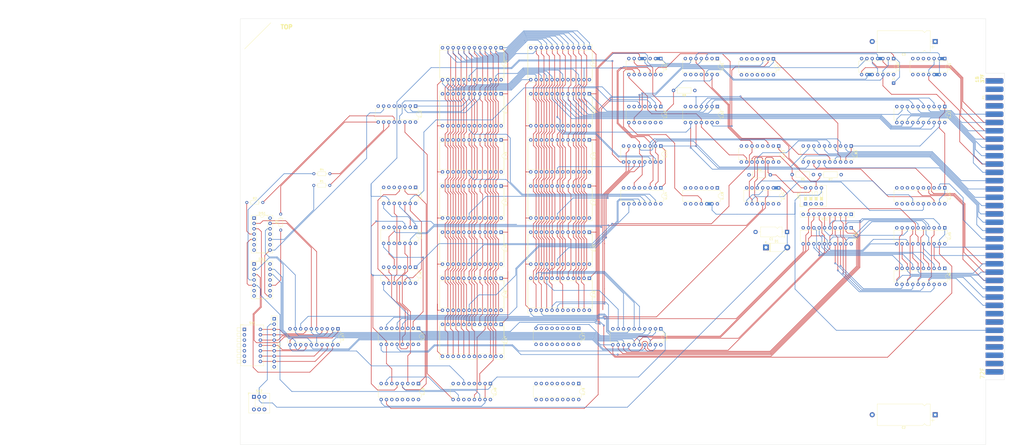
<source format=kicad_pcb>
(kicad_pcb (version 20240108) (generator "pcbnew") (generator_version "8.0")
  (layers (0 "F.Cu" signal) (1 "In1.Cu" power) (2 "In2.Cu" power) (31 "B.Cu" signal) (34 "B.Paste" user) (35 "F.Paste" user) (36 "B.SilkS" user "B.Silkscreen") (37 "F.SilkS" user "F.Silkscreen") (38 "B.Mask" user) (39 "F.Mask" user) (44 "Edge.Cuts" user))
  (net 0 "")
  (net 1 "Net-(U_C3-B1)")
  (net 2 "+5V")
  (net 3 "Net-(U_C3-B2)")
  (net 4 "Net-(U_C3-B3)")
  (net 5 "/HIGH")
  (net 6 "Net-(DIS1-Right_Decimal)")
  (net 7 "Net-(U_J2-Q6)")
  (net 8 "Net-(U_J2-Q7)")
  (net 9 "Net-(DIS1-Left_Decimal)")
  (net 10 "Net-(U_J2-Q4)")
  (net 11 "Net-(DIS2-Right_Decimal)")
  (net 12 "Net-(U_J2-Q5)")
  (net 13 "Net-(DIS2-Left_Decimal)")
  (net 14 "/D3_O")
  (net 15 "/D7_O")
  (net 16 "/D4_O")
  (net 18 "/D5_O")
  (net 19 "/D2_O")
  (net 20 "/D0_O")
  (net 21 "/D1_O")
  (net 22 "/D6_O")
  (net 23 "Net-(RN2-R6)")
  (net 24 "Net-(RN2-R7)")
  (net 25 "Net-(D1-A)")
  (net 26 "Net-(RN2-R2)")
  (net 27 "Net-(RN2-R8)")
  (net 28 "Net-(RN2-R5)")
  (net 29 "Net-(RN2-R4)")
  (net 31 "Net-(RN2-R3)")
  (net 32 "GND")
  (net 33 "/A5")
  (net 34 "/A9")
  (net 35 "/A3")
  (net 36 "/D6")
  (net 37 "/A6")
  (net 38 "/A2")
  (net 39 "/D0")
  (net 40 "/A0")
  (net 41 "/D1")
  (net 42 "/F2")
  (net 43 "/A7")
  (net 44 "/D5")
  (net 45 "/A4")
  (net 46 "/D4")
  (net 47 "/D3")
  (net 48 "/A1")
  (net 49 "/A10")
  (net 50 "/A8")
  (net 51 "/D2")
  (net 52 "/D7")
  (net 53 "/F1")
  (net 54 "/F3")
  (net 55 "/F6")
  (net 56 "/H7")
  (net 57 "/H6")
  (net 58 "/H5")
  (net 59 "/H4")
  (net 60 "/H3")
  (net 61 "/H2")
  (net 62 "/H1")
  (net 63 "/F5")
  (net 64 "/F4")
  (net 65 "Net-(U_B5-OE)")
  (net 66 "/BUSRD")
  (net 67 "/D2_I")
  (net 68 "/D1_I")
  (net 69 "/D7_I")
  (net 70 "/D5_I")
  (net 71 "/D3_I")
  (net 72 "/D4_I")
  (net 73 "/D6_I")
  (net 74 "/D0_I")
  (net 75 "/Sys.~{D_{1}}")
  (net 76 "/Sys.~{D_{6}}")
  (net 77 "/Sys.~{D_{4}}")
  (net 78 "/Sys.~{D_{5}}")
  (net 79 "/Sys.~{D_{2}}")
  (net 80 "/Sys.~{D_{3}}")
  (net 81 "/Sys.~{D_{0}}")
  (net 82 "/Sys.~{D_{7}}")
  (net 83 "Net-(U_E7-A->B)")
  (net 84 "Net-(U_E7-CE)")
  (net 85 "Net-(U_H8-Q1a)")
  (net 86 "Net-(U_K7-D3)")
  (net 87 "/Sys.~{A_{7}}")
  (net 88 "/Sys.~{A_{3}}")
  (net 89 "/Sys.~{A_{2}}")
  (net 90 "/Sys.~{A_{0}}")
  (net 91 "/Sys.~{A_{5}}")
  (net 92 "/LOW")
  (net 93 "/Sys.~{A_{4}}")
  (net 94 "/Sys.~{A_{1}}")
  (net 95 "/Sys.~{A_{6}}")
  (net 96 "/Sys.~{PA_{16}}")
  (net 97 "/Sys.~{PA_{17}}")
  (net 98 "/Sys.~{A_{15}}")
  (net 99 "/PA16")
  (net 100 "/PA17")
  (net 101 "/A15")
  (net 102 "/~{RDRDY2}")
  (net 103 "/A11")
  (net 104 "/Sys.~{A_{12}}")
  (net 105 "/Sys.~{A_{14}}")
  (net 106 "/A12")
  (net 107 "/Sys.~{A_{10}}")
  (net 108 "/PA15")
  (net 109 "/Sys.~{A_{8}}")
  (net 110 "/Sys.~{A_{11}}")
  (net 111 "/Sys.~{PA_{15}}")
  (net 112 "/Sys.~{A_{13}}")
  (net 113 "/Sys.~{A_{9}}")
  (net 114 "/RAM")
  (net 115 "Net-(U_F7-~{WE})")
  (net 116 "Net-(U_J7-I0d)")
  (net 117 "/NC_B1")
  (net 118 "/RDIN")
  (net 120 "/~{MEMSEL}")
  (net 121 "Net-(U_J7-I0a)")
  (net 122 "/~{RDRDY}")
  (net 124 "/BLNK")
  (net 126 "Net-(U_H8-Q0b)")
  (net 128 "/~{MMIO}")
  (net 129 "/DIAG_MEM")
  (net 133 "/~{STRB}")
  (net 135 "Net-(U_H8-Ea2)")
  (net 136 "Net-(U_H8-Eb1)")
  (net 141 "/RDWR")
  (net 143 "/DRDY")
  (net 146 "Net-(U_E2-CK)")
  (net 148 "Net-(U_E2-A)")
  (net 150 "/SR1")
  (net 154 "/~{DIAG_MMIO}")
  (net 159 "Net-(U_J8-I0b)")
  (net 160 "Net-(U_J8-I1a)")
  (net 161 "/Sys.~{RDIN}")
  (net 162 "Net-(U_D1-Pad6)")
  (net 168 "/Sys.5MHz")
  (net 175 "Net-(U_C4-Pad4)")
  (net 178 "/HIGHMEM")
  (net 179 "Net-(U_C4-Pad11)")
  (net 180 "/Sys.~{DRDY}")
  (net 181 "/Sys.~{WTIN}")
  (net 187 "/Sys.~{APRE}")
  (net 192 "Net-(U_J4-Pad4)")
  (net 193 "/SR3")
  (net 194 "Net-(U_J4-Pad8)")
  (net 196 "Net-(U_J4-Pad10)")
  (net 200 "Net-(U_J5-Pad11)")
  (net 216 "/Sys.~{MEMFLT}")
  (net 220 "-12V")
  (net 221 "/Sys.~{INTRQ}")
  (net 223 "+12V")
  (net 226 "/Sys.~{INR_{2}}")
  (net 227 "/Sys.~{CPL_{3}}")
  (net 228 "Net-(P1-Pin_30)")
  (net 229 "/Sys.~{INR_{0}}")
  (net 231 "/Sys.~{INTACK}")
  (net 232 "Net-(P1-Pin_33)")
  (net 233 "/Sys.~{INR_{3}}")
  (net 236 "/Sys.~{CPL_{2}}")
  (net 237 "/Sys.~{CPL_{1}}")
  (net 238 "/Sys.~{CPL_{0}}")
  (net 239 "/Sys.~{INR_{1}}")
  (net 242 "/A13")
  (net 243 "/A14")
  (net 244 "Net-(U_C1-Pad2)")
  (footprint "Button_Switch_THT:SW_DIP_SPSTx04_Slide_9.78x12.34mm_W7.62mm_P2.54mm" (layer "F.Cu") (at 293.18 112.27 90)
    (property "Reference" "SW3")
    (property "Value" "SW_DIP_x04")
  )
  (footprint "Resistor_THT:R_Axial_DIN0204_L3.6mm_D1.6mm_P7.62mm_Horizontal" (layer "F.Cu") (at 58.95 103.45)
    (property "Reference" "R1")
    (property "Value" "470")
  )
  (footprint "Package_DIP:DIP-20_W7.62mm" (layer "F.Cu") (at 70.485 171.803 -90)
    (property "Reference" "U_K7")
    (property "Value" "74LS373")
  )
  (footprint "Resistor_THT:R_Axial_DIN0204_L3.6mm_D1.6mm_P7.62mm_Horizontal" (layer "F.Cu") (at 43.2 124.76 90)
    (property "Reference" "R3")
    (property "Value" "470")
  )
  (footprint "Package_DIP:DIP-24_W15.24mm_Socket" (layer "F.Cu") (at 148.209 37.879 -90)
    (property "Reference" "U_H1")
    (property "Value" "2716")
  )
  (footprint "Package_DIP:DIP-14_W7.62mm" (layer "F.Cu") (at 224.282 65.913 -90)
    (property "Reference" "U_E2")
    (property "Value" "74164")
  )
  (footprint "Resistor_THT:R_Array_SIP10" (layer "F.Cu") (at 40.1 167.02 -90)
    (property "Reference" "RN2")
    (property "Value" "4.7K")
  )
  (footprint "Capacitor_THT:CP_Axial_L10.0mm_D4.5mm_P15.00mm_Horizontal" (layer "F.Cu") (at 284.4 125.65 180)
    (property "Reference" "C1")
    (property "Value" "150 uF 15V")
  )
  (footprint "Button_Switch_THT:SW_DIP_SPSTx07_Piano_10.8x19.34mm_W7.62mm_P2.54mm" (layer "F.Cu") (at 25.908 172.085)
    (property "Reference" "SW1")
    (property "Value" "SW_DIP_x07")
  )
  (footprint "Capacitor_THT:CP_Axial_L25.0mm_D10.0mm_P30.00mm_Horizontal" (layer "F.Cu") (at 354.979 34.925 180)
    (property "Reference" "C3")
    (property "Value" "150 uF 15V")
  )
  (footprint "Package_DIP:DIP-16_W7.62mm" (layer "F.Cu") (at 143.109 197.871 -90)
    (property "Reference" "U_H8")
    (property "Value" "74LS155")
  )
  (footprint "Package_DIP:DIP-24_W15.24mm_Socket" (layer "F.Cu") (at 190.251 81.7995 -90)
    (property "Reference" "U_F3")
    (property "Value" "2716")
  )
  (footprint "Package_DIP:DIP-14_W7.62mm_Socket" (layer "F.Cu") (at 30.507 119.05)
    (property "Reference" "DIS1")
    (property "Value" "TIL311")
  )
  (footprint "Package_DIP:DIP-18_W7.62mm" (layer "F.Cu") (at 185.151 197.8605 -90)
    (property "Reference" "U_F8")
    (property "Value" "D2114")
  )
  (footprint "Resistor_THT:R_Array_SIP10" (layer "F.Cu") (at 314.96 117.25 180)
    (property "Reference" "RN1")
    (property "Value" "4.7K")
  )
  (footprint "Connector_PCBEdge:BUS_EE200" (layer "F.Cu") (at 379 50 90)
    (property "Reference" "P1")
    (property "Value" "Conn_02x36_Top_Bottom")
  )
  (footprint "Resistor_THT:R_Axial_DIN0204_L3.6mm_D1.6mm_P7.62mm_Horizontal" (layer "F.Cu") (at 27.05 111.6)
    (property "Reference" "R2")
    (property "Value" "470")
  )
  (footprint "Package_DIP:DIP-14_W7.62mm" (layer "F.Cu") (at 224.282 43.053 -90)
    (property "Reference" "U_E1")
    (property "Value" "74LS20")
  )
  (footprint "Package_DIP:DIP-14_W7.62mm" (layer "F.Cu") (at 251.211 104.648 -90)
    (property "Reference" "U_C8")
    (property "Value" "74LS08")
  )
  (footprint "Package_DIP:DIP-16_W7.62mm" (layer "F.Cu") (at 108.824 171.577 -90)
    (property "Reference" "U_J7")
    (property "Value" "74LS157")
  )
  (footprint "Diode_THT:D_5W_P10.16mm_Horizontal" (layer "F.Cu") (at 274.35 133)
    (property "Reference" "D1")
    (property "Value" "D")
  )
  (footprint "Package_DIP:DIP-14_W7.62mm" (layer "F.Cu") (at 107.442 142.44 -90)
    (property "Reference" "U_J6")
    (property "Value" "74LS00")
  )
  (footprint "Package_DIP:DIP-20_W7.62mm" (layer "F.Cu") (at 359.537 123.698 -90)
    (property "Reference" "U_A5")
    (property "Value" "74LS240")
  )
  (footprint "Package_DIP:DIP-14_W7.62mm" (layer "F.Cu") (at 251.211 65.913 -90)
    (property "Reference" "U_D2")
    (property "Value" "4078")
  )
  (footprint "Package_DIP:DIP-14_W7.62mm" (layer "F.Cu") (at 359.537 43.053 -90)
    (property "Reference" "U_A1")
    (property "Value" "74LS38")
  )
  (footprint "Package_DIP:DIP-24_W15.24mm_Socket" (layer "F.Cu") (at 190.251 147.696 -90)
    (property "Reference" "U_F6")
    (property "Value" "2716")
  )
  (footprint "Package_DIP:DIP-14_W7.62mm" (layer "F.Cu") (at 280.416 104.648 -90)
    (property "Reference" "U_C4")
    (property "Value" "74LS08")
  )
  (footprint "Package_DIP:DIP-24_W15.24mm_Socket" (layer "F.Cu") (at 148.209 103.7755 -90)
    (property "Reference" "U_H4")
    (property "Value" "2716")
  )
  (footprint "Resistor_THT:R_Axial_DIN0204_L3.6mm_D1.6mm_P7.62mm_Horizontal" (layer "F.Cu") (at 59 97.9)
    (property "Reference" "R4")
    (property "Value" "470")
  )
  (footprint "Package_DIP:DIP-14_W7.62mm_Socket" (layer "F.Cu") (at 30.507 140.894)
    (property "Reference" "DIS2")
    (property "Value" "TIL311")
  )
  (footprint "MountingHole:MountingHole_2.5mm" (layer "F.Cu") (at 372.5 220.5)
    (property "Reference" "REF**" (hide yes))
    (property "Value" "MountingHole_2.5mm")
  )
  (footprint "Resistor_THT:R_Axial_DIN0207_L6.3mm_D2.5mm_P10.16mm_Horizontal" (layer "F.Cu") (at 296.98 98.3 180)
    (property "Reference" "R5")
    (property "Value" "4.7K")
  )
  (footprint "Package_DIP:DIP-16_W7.62mm" (layer "F.Cu") (at 108.824 197.866 -90)
    (property "Reference" "U_J8")
    (property "Value" "74LS157")
  )
  (footprint "Package_DIP:DIP-16_W7.62mm" (layer "F.Cu") (at 107.442 65.687 -90)
    (property "Reference" "U_J2")
    (property "Value" "74LS259")
  )
  (footprint "Package_DIP:DIP-24_W15.24mm_Socket" (layer "F.Cu") (at 148.209 169.672 -90)
    (property "Reference" "U_H7")
    (property "Value" "2716")
  )
  (footprint "Package_DIP:DIP-24_W15.24mm_Socket" (layer "F.Cu") (at 148.209 147.7065 -90)
    (property "Reference" "U_H6")
    (property "Value" "2716")
  )
  (footprint "Resistor_THT:R_Axial_DIN0207_L6.3mm_D2.5mm_P10.16mm_Horizontal" (layer "F.Cu") (at 266.3 98.45)
    (property "Reference" "R6")
    (property "Value" "4.7K")
  )
  (footprint "Package_DIP:DIP-20_W7.62mm" (layer "F.Cu") (at 314.96 84.709 -90)
    (property "Reference" "U_B3")
    (property "Value" "74LS240")
  )
  (footprint "Button_Switch_THT:SW_Push_2P2T_Toggle_CK_PVA2OAH5xxxxxxV2" (layer "F.Cu") (at 30.433 204.185)
    (property "Reference" "SW2")
    (property "Value" "SW_Push_DPDT")
  )
  (footprint "Package_DIP:DIP-24_W15.24mm_Socket" (layer "F.Cu") (at 148.209 125.741 -90)
    (property "Reference" "U_H5")
    (property "Value" "2716")
  )
  (footprint "Package_DIP:DIP-24_W15.24mm_Socket" (layer "F.Cu") (at 190.251 59.834 -90)
    (property "Reference" "U_F2")
    (property "Value" "2716")
  )
  (footprint "Package_DIP:DIP-20_W7.62mm" (layer "F.Cu") (at 224.282 171.803 -90)
    (property "Reference" "U_E7")
    (property "Value" "74LS245")
  )
  (footprint "Capacitor_THT:CP_Axial_L25.0mm_D10.0mm_P30.00mm_Horizontal" (layer "F.Cu") (at 354.979 212.725 180)
    (property "Reference" "C2")
    (property "Value" "150 uF 15V")
  )
  (footprint "Package_DIP:DIP-24_W15.24mm_Socket" (layer "F.Cu") (at 148.209 81.81 -90)
    (property "Reference" "U_H3")
    (property "Value" "2716")
  )
  (footprint "Connector_Wire:SolderWire-0.1sqmm_1x01_D0.4mm_OD1mm" (layer "F.Cu") (at 335.153 54.737)
    (property "Reference" "J1")
    (property "Value" "B1")
  )
  (footprint "Package_DIP:DIP-24_W15.24mm_Socket" (layer "F.Cu") (at 190.251 37.8685 -90)
    (property "Reference" "U_F1")
    (property "Value" "2716")
  )
  (footprint "Package_DIP:DIP-14_W7.62mm" (layer "F.Cu") (at 107.442 104.422 -90)
    (property "Reference" "U_J4")
    (property "Value" "74LS04")
  )
  (footprint "Package_DIP:DIP-20_W7.62mm" (layer "F.Cu") (at 359.537 65.913 -90)
    (property "Reference" "U_A2")
    (property "Value" "74LS244")
  )
  (footprint "Package_DIP:DIP-16_W7.62mm" (layer "F.Cu") (at 280.416 84.709 -90)
    (property "Reference" "U_C3")
    (property "Value" "74LS85")
  )
  (footprint "MountingHole:MountingHole_2.5mm" (layer "F.Cu") (at 30.5 220.5)
    (property "Reference" "REF**" (hide yes))
    (property "Value" "MountingHole_2.5mm")
  )
  (footprint "MountingHole:MountingHole_2.5mm" (layer "F.Cu") (at 30.5 30.5)
    (property "Reference" "REF**" (hide yes))
    (property "Value" "MountingHole_2.5mm")
  )
  (footprint "Package_DIP:DIP-16_W7.62mm" (layer "F.Cu") (at 224.282 84.709 -90)
    (property "Reference" "U_E3")
    (property "Value" "74LS138")
  )
  (footprint "Package_DIP:DIP-24_W15.24mm_Socket" (layer "F.Cu") (at 190.251 103.765 -90)
    (property "Reference" "U_F4")
    (property "Value" "2716")
  )
  (footprint "Package_DIP:DIP-24_W15.24mm_Socket" (layer "F.Cu") (at 148.209 59.8445 -90)
    (property "Reference" "U_H2")
    (property "Value" "2716")
  )
  (footprint "Package_DIP:DIP-14_W7.62mm" (layer "F.Cu") (at 107.442 123.472 -90)
    (property "Reference" "U_J5")
    (property "Value" "74LS10")
  )
  (footprint "Package_DIP:DIP-14_W7.62mm" (layer "F.Cu") (at 251.211 43.053 -90)
    (property "Reference" "U_D1")
    (property "Value" "74LS04")
  )
  (footprint "Package_DIP:DIP-20_W7.62mm" (layer "F.Cu") (at 314.96 123.698 -90)
    (property "Reference" "U_B5")
    (property "Value" "74LS373")
  )
  (footprint "Package_DIP:DIP-24_W15.24mm_Socket" (layer "F.Cu") (at 190.251 125.7305 -90)
    (property "Reference" "U_F5")
    (property "Value" "2716")
  )
  (footprint "Package_DIP:DIP-18_W7.62mm" (layer "F.Cu") (at 185.151 171.5715 -90)
    (property "Reference" "U_F7")
    (property "Value" "D2114")
  )
  (footprint "Package_DIP:DIP-14_W7.62mm" (layer "F.Cu") (at 277.916 43.18 -90)
    (property "Reference" "U_C1")
    (property "Value" "74LS00")
  )
  (footprint "Package_DIP:DIP-20_W7.62mm" (layer "F.Cu") (at 359.537 143.002 -90)
    (property "Reference" "U_A6")
    (property "Value" "74LS240")
  )
  (footprint "Package_DIP:DIP-16_W7.62mm" (layer "F.Cu") (at 224.282 104.648 -90)
    (property "Reference" "U_E4")
    (property "Value" "74LS138")
  )
  (footprint "Resistor_THT:R_Axial_DIN0207_L6.3mm_D2.5mm_P10.16mm_Horizontal" (layer "F.Cu") (at 310.18 98.35 180)
    (property "Reference" "R7")
    (property "Value" "4.7K")
  )
  (footprint "MountingHole:MountingHole_2.5mm" (layer "F.Cu") (at 372.5 30.5)
    (property "Reference" "REF**" (hide yes))
    (property "Value" "MountingHole_2.5mm")
  )
  (footprint "Package_DIP:DIP-20_W7.62mm" (layer "F.Cu") (at 359.537 104.648 -90)
    (property "Reference" "U_A4")
    (property "Value" "74LS240")
  )
  (footprint "Resistor_THT:R_Axial_DIN0207_L6.3mm_D2.5mm_P10.16mm_Horizontal" (layer "F.Cu") (at 240.48 58.25 180)
    (property "Reference" "R8")
    (property "Value" "1K")
  )
  (footprint "Package_DIP:DIP-14_W7.62mm" (layer "F.Cu") (at 335.153 43.053 -90)
    (property "Reference" "U_AB1")
    (property "Value" "74LS38")
  )
  (gr_line (start 38.5 26) (end 26 38.5) (stroke (width 0.15)) (layer "F.SilkS"))
  (gr_poly (pts (xy 379 50) (xy 388 50) (xy 388 196) (xy 379 196) (xy 379 227) (xy 24 227) (xy 24 24) (xy 379 24)) (stroke (width 0.1)) (fill none) (layer "Edge.Cuts"))
  (gr_text "TOP" (at 46 28 0) (layer "F.SilkS") (effects (font (size 2 2) (thickness 0.5))))
  (segment (start 268.75 89.65) (end 267.716 90.684) (width 0.25) (layer "F.Cu") (net 1))
  (segment (start 293.18 104.65) (end 291.25 104.65) (width 0.25) (layer "F.Cu") (net 1))
  (segment (start 286.82 100.22) (end 286.82 95.27) (width 0.25) (layer "F.Cu") (net 1))
  (segment (start 291.25 104.65) (end 286.82 100.22) (width 0.25) (layer "F.Cu") (net 1))
  (segment (start 267.716 90.684) (end 267.716 92.329) (width 0.25) (layer "F.Cu") (net 1))
  (segment (start 281.2 89.65) (end 268.75 89.65) (width 0.25) (layer "F.Cu") (net 1))
  (segment (start 286.82 95.27) (end 281.2 89.65) (width 0.25) (layer "F.Cu") (net 1))
  (segment (start 295.72 104.65) (end 295.72 105.93) (width 0.25) (layer "F.Cu") (net 3))
  (segment (start 294.85 106.8) (end 287.45 106.8) (width 0.25) (layer "F.Cu") (net 3))
  (segment (start 287.45 106.8) (end 279.1 98.45) (width 0.25) (layer "F.Cu") (net 3))
  (segment (start 275.336 97.326) (end 276.46 98.45) (width 0.25) (layer "F.Cu") (net 3))
  (segment (start 295.72 105.93) (end 294.85 106.8) (width 0.25) (layer "F.Cu") (net 3))
  (segment (start 279.1 98.45) (end 276.46 98.45) (width 0.25) (layer "F.Cu") (net 3))
  (segment (start 275.336 92.329) (end 275.336 97.326) (width 0.25) (layer "F.Cu") (net 3))
  (segment (start 298.2 101.55) (end 297.2 101.55) (width 0.25) (layer "F.Cu") (net 4))
  (segment (start 297.2 101.55) (end 295.692894 101.55) (width 0.25) (layer "F.Cu") (net 4))
  (segment (start 298.26 104.65) (end 298.26 101.61) (width 0.25) (layer "F.Cu") (net 4))
  (segment (start 295.692894 101.55) (end 280.416 86.273106) (width 0.25) (layer "F.Cu") (net 4))
  (segment (start 280.416 86.273106) (end 280.416 84.709) (width 0.25) (layer "F.Cu") (net 4))
  (segment (start 298.26 101.61) (end 298.2 101.55) (width 0.25) (layer "F.Cu") (net 4))
  (segment (start 300.02 99.88) (end 300.02 98.35) (width 0.25) (layer "F.Cu") (net 4))
  (segment (start 298.35 101.55) (end 300.02 99.88) (width 0.25) (layer "F.Cu") (net 4))
  (segment (start 297.2 101.55) (end 298.35 101.55) (width 0.25) (layer "F.Cu") (net 4))
  (segment (start 248.671 56.863894) (end 256.507107 64.7) (width 0.25) (layer "F.Cu") (net 5))
  (segment (start 112 194.69) (end 108.824 197.866) (width 0.25) (layer "F.Cu") (net 5))
  (segment (start 194.921 67.032984) (end 200.328987 61.624997) (width 0.25) (layer "F.Cu") (net 5))
  (segment (start 248.671 50.673) (end 248.671 56.863894) (width 0.25) (layer "F.Cu") (net 5))
  (segment (start 112 175.15) (end 112 194.69) (width 0.25) (layer "F.Cu") (net 5))
  (segment (start 222.3 68.15) (end 226.85 68.15) (width 0.25) (layer "F.Cu") (net 5))
  (segment (start 256.8 64.992893) (end 256.8 75.735509) (width 0.25) (layer "F.Cu") (net 5))
  (segment (start 275.336 83.186) (end 275.336 84.709) (width 0.25) (layer "F.Cu") (net 5))
  (segment (start 111.95 175.1) (end 112 175.15) (width 0.25) (layer "F.Cu") (net 5))
  (segment (start 221.742 67.592) (end 222.3 68.15) (width 0.25) (layer "F.Cu") (net 5))
  (segment (start 262.614491 81.55) (end 273.7 81.55) (width 0.25) (layer "F.Cu") (net 5))
  (segment (start 194.921 169.117016) (end 194.921 67.032984) (width 0.25) (layer "F.Cu") (net 5))
  (segment (start 230.32 64.68) (end 230.32 58.25) (width 0.25) (layer "F.Cu") (net 5))
  (segment (start 111.95 174.703) (end 111.95 175.1) (width 0.25) (layer "F.Cu") (net 5))
  (segment (start 256.507107 64.7) (end 256.8 64.992893) (width 0.25) (layer "F.Cu") (net 5))
  (segment (start 226.85 68.15) (end 230.32 64.68) (width 0.25) (layer "F.Cu") (net 5))
  (segment (start 256.8 75.735509) (end 262.614491 81.55) (width 0.25) (layer "F.Cu") (net 5))
  (segment (start 273.7 81.55) (end 275.336 83.186) (width 0.25) (layer "F.Cu") (net 5))
  (segment (start 221.742 65.913) (end 221.742 67.592) (width 0.25) (layer "F.Cu") (net 5))
  (segment (start 200.328987 61.624997) (end 200.375 61.624997) (width 0.25) (layer "F.Cu") (net 5))
  (segment (start 108.824 171.577) (end 111.95 174.703) (width 0.25) (layer "F.Cu") (net 5))
  (segment (start 195.195999 169.392015) (end 194.921 169.117016) (width 0.25) (layer "F.Cu") (net 5))
  (via (at 195.195999 169.392015) (size 0.8) (drill 0.3) (layers "F.Cu" "B.Cu") (net 5))
  (via (at 200.375 61.624997) (size 0.8) (drill 0.3) (layers "F.Cu" "B.Cu") (net 5))
  (segment (start 234.87 53.7) (end 230.32 58.25) (width 0.25) (layer "B.Cu") (net 5))
  (segment (start 248.671 50.673) (end 248.671 52.629) (width 0.25) (layer "B.Cu") (net 5))
  (segment (start 247.6 53.7) (end 234.87 53.7) (width 0.25) (layer "B.Cu") (net 5))
  (segment (start 200.400003 61.65) (end 200.375 61.624997) (width 0.25) (layer "B.Cu") (net 5))
  (segment (start 202.2 61.65) (end 200.400003 61.65) (width 0.25) (layer "B.Cu") (net 5))
  (segment (start 219.3 61.65) (end 202.2 61.65) (width 0.25) (layer "B.Cu") (net 5))
  (segment (start 110.297 173.05) (end 108.824 171.577) (width 0.25) (layer "B.Cu") (net 5))
  (segment (start 193.492015 169.392015) (end 192.775 168.675) (width 0.25) (layer "B.Cu") (net 5))
  (segment (start 221.742 65.913) (end 221.742 64.092) (width 0.25) (layer "B.Cu") (net 5))
  (segment (start 195.195999 169.392015) (end 193.492015 169.392015) (width 0.25) (layer "B.Cu") (net 5))
  (segment (start 221.742 64.092) (end 219.3 61.65) (width 0.25) (layer "B.Cu") (net 5))
  (segment (start 192.775 168.675) (end 156.975 168.675) (width 0.25) (layer "B.Cu") (net 5))
  (segment (start 156.975 168.675) (end 152.6 173.05) (width 0.25) (layer "B.Cu") (net 5))
  (segment (start 152.6 173.05) (end 110.297 173.05) (width 0.25) (layer "B.Cu") (net 5))
  (segment (start 248.671 52.629) (end 247.6 53.7) (width 0.25) (layer "B.Cu") (net 5))
  (segment (start 58.95 115.042894) (end 44.782894 129.21) (width 0.25) (layer "B.Cu") (net 6))
  (segment (start 44.782894 129.21) (end 38.127 129.21) (width 0.25) (layer "B.Cu") (net 6))
  (segment (start 58.95 103.45) (end 58.95 115.042894) (width 0.25) (layer "B.Cu") (net 6))
  (segment (start 66.57 103.45) (end 94.742 75.278) (width 0.25) (layer "F.Cu") (net 7))
  (segment (start 94.742 75.278) (end 94.742 73.307) (width 0.25) (layer "F.Cu") (net 7))
  (segment (start 97.282 71.232) (end 96.5 70.45) (width 0.25) (layer "F.Cu") (net 8))
  (segment (start 97.282 73.307) (end 97.282 71.232) (width 0.25) (layer "F.Cu") (net 8))
  (segment (start 87.7 70.35) (end 75.95 70.35) (width 0.25) (layer "F.Cu") (net 8))
  (segment (start 96.5 70.45) (end 87.8 70.45) (width 0.25) (layer "F.Cu") (net 8))
  (segment (start 34.7 111.6) (end 34.67 111.6) (width 0.25) (layer "F.Cu") (net 8))
  (segment (start 87.8 70.45) (end 87.7 70.35) (width 0.25) (layer "F.Cu") (net 8))
  (segment (start 75.95 70.35) (end 34.7 111.6) (width 0.25) (layer "F.Cu") (net 8))
  (segment (start 27 111.65) (end 27.05 111.6) (width 0.25) (layer "F.Cu") (net 9))
  (segment (start 30.507 126.67) (end 28.42 126.67) (width 0.25) (layer "F.Cu") (net 9))
  (segment (start 28.42 126.67) (end 27 125.25) (width 0.25) (layer "F.Cu") (net 9))
  (segment (start 27 125.25) (end 27 111.65) (width 0.25) (layer "F.Cu") (net 9))
  (segment (start 89.662 73.307) (end 73.700106 73.307) (width 0.25) (layer "F.Cu") (net 10))
  (segment (start 43.2 103.807106) (end 43.2 117.14) (width 0.25) (layer "F.Cu") (net 10))
  (segment (start 73.700106 73.307) (end 43.2 103.807106) (width 0.25) (layer "F.Cu") (net 10))
  (segment (start 40.746 151.054) (end 42.975 148.825) (width 0.25) (layer "F.Cu") (net 11))
  (segment (start 43.2 124.76) (end 43.2 148.6) (width 0.25) (layer "F.Cu") (net 11))
  (segment (start 43.2 148.6) (end 42.975 148.825) (width 0.25) (layer "F.Cu") (net 11))
  (segment (start 38.127 151.054) (end 40.746 151.054) (width 0.25) (layer "F.Cu") (net 11))
  (segment (start 92.202 77.110894) (end 71.412894 97.9) (width 0.25) (layer "F.Cu") (net 12))
  (segment (start 92.202 73.307) (end 92.202 77.110894) (width 0.25) (layer "F.Cu") (net 12))
  (segment (start 71.412894 97.9) (end 66.62 97.9) (width 0.25) (layer "F.Cu") (net 12))
  (segment (start 27.65 115.05) (end 44.8 97.9) (width 0.25) (layer "B.Cu") (net 13))
  (segment (start 30.507 148.514) (end 28.364 148.514) (width 0.25) (layer "B.Cu") (net 13))
  (segment (start 28.364 148.514) (end 27.65 147.8) (width 0.25) (layer "B.Cu") (net 13))
  (segment (start 27.65 147.8) (end 27.65 115.05) (width 0.25) (layer "B.Cu") (net 13))
  (segment (start 44.8 97.9) (end 59 97.9) (width 0.25) (layer "B.Cu") (net 13))
  (segment (start 309.88 120.1928) (end 311.15 121.4628) (width 0.25) (layer "F.Cu") (net 14))
  (segment (start 312.42 146.401576) (end 276.321576 182.5) (width 0.25) (layer "F.Cu") (net 14))
  (segment (start 309.88 117.25) (end 309.88 120.1928) (width 0.25) (layer "F.Cu") (net 14))
  (segment (start 311.15 121.4628) (end 311.15 128) (width 0.25) (layer "F.Cu") (net 14))
  (segment (start 312.42 129.27) (end 312.42 131.318) (width 0.25) (layer "F.Cu") (net 14))
  (segment (start 311.15 128) (end 312.42 129.27) (width 0.25) (layer "F.Cu") (net 14))
  (segment (start 217.9 182.5) (end 216.662 181.262) (width 0.25) (layer "F.Cu") (net 14))
  (segment (start 312.42 131.318) (end 312.42 146.401576) (width 0.25) (layer "F.Cu") (net 14))
  (segment (start 276.321576 182.5) (end 217.9 182.5) (width 0.25) (layer "F.Cu") (net 14))
  (segment (start 216.662 181.262) (end 216.662 179.423) (width 0.25) (layer "F.Cu") (net 14))
  (segment (start 47.15 176.55) (end 43.35 172.75) (width 0.25) (layer "B.Cu") (net 14))
  (segment (start 196.3 181.557106) (end 191.792894 177.05) (width 0.25) (layer "B.Cu") (net 14))
  (segment (start 319.057106 127.25) (end 339.75 127.25) (width 0.25) (layer "B.Cu") (net 14))
  (segment (start 39.524 145.974) (end 38.127 145.974) (width 0.25) (layer "B.Cu") (net 14))
  (segment (start 317.757106 128.55) (end 319.057106 127.25) (width 0.25) (layer "B.Cu") (net 14))
  (segment (start 76.1 181.557107) (end 75.807107 181.85) (width 0.25) (layer "B.Cu") (net 14))
  (segment (start 80.607106 177.05) (end 76.1 181.557106) (width 0.25) (layer "B.Cu") (net 14))
  (segment (start 312.42 129.88) (end 313.75 128.55) (width 0.25) (layer "B.Cu") (net 14))
  (segment (start 312.42 131.318) (end 312.42 129.88) (width 0.25) (layer "B.Cu") (net 14))
  (segment (start 216.662 179.423) (end 216.662 180.838) (width 0.25) (layer "B.Cu") (net 14))
  (segment (start 191.792894 177.05) (end 80.607106 177.05) (width 0.25) (layer "B.Cu") (net 14))
  (segment (start 43.35 149.8) (end 39.524 145.974) (width 0.25) (layer "B.Cu") (net 14))
  (segment (start 50.165 177.665) (end 49.05 176.55) (width 0.25) (layer "B.Cu") (net 14))
  (segment (start 51.25 181.85) (end 50.165 180.765) (width 0.25) (layer "B.Cu") (net 14))
  (segment (start 196.592893 181.85) (end 196.3 181.557106) (width 0.25) (layer "B.Cu") (net 14))
  (segment (start 49.05 176.55) (end 47.15 176.55) (width 0.25) (layer "B.Cu") (net 14))
  (segment (start 75.807107 181.85) (end 51.25 181.85) (width 0.25) (layer "B.Cu") (net 14))
  (segment (start 76.1 181.557106) (end 76.1 181.557107) (width 0.25) (layer "B.Cu") (net 14))
  (segment (start 43.35 172.75) (end 43.35 149.8) (width 0.25) (layer "B.Cu") (net 14))
  (segment (start 50.165 180.765) (end 50.165 179.423) (width 0.25) (layer "B.Cu") (net 14))
  (segment (start 216.662 180.838) (end 215.65 181.85) (width 0.25) (layer "B.Cu") (net 14))
  (segment (start 215.65 181.85) (end 196.592893 181.85) (width 0.25) (layer "B.Cu") (net 14))
  (segment (start 341.757 125.243) (end 341.757 123.698) (width 0.25) (layer "B.Cu") (net 14))
  (segment (start 50.165 179.423) (end 50.165 177.665) (width 0.25) (layer "B.Cu") (net 14))
  (segment (start 339.75 127.25) (end 341.757 125.243) (width 0.25) (layer "B.Cu") (net 14))
  (segment (start 313.75 128.55) (end 317.757106 128.55) (width 0.25) (layer "B.Cu") (net 14))
  (segment (start 317.5 128.246016) (end 316.521905 127.267921) (width 0.25) (layer "F.Cu") (net 15))
  (segment (start 206.502 181.552) (end 207.95 183) (width 0.25) (layer "F.Cu") (net 15))
  (segment (start 317.5 142.028682) (end 317.5 128.246016) (width 0.25) (layer "F.Cu") (net 15))
  (segment (start 206.502 179.423) (end 206.502 181.552) (width 0.25) (layer "F.Cu") (net 15))
  (segment (start 276.528682 183) (end 317.5 142.028682) (width 0.25) (layer "F.Cu") (net 15))
  (segment (start 207.95 183) (end 276.528682 183) (width 0.25) (layer "F.Cu") (net 15))
  (segment (start 302.26 123.698) (end 302.26 117.25) (width 0.25) (layer "F.Cu") (net 15))
  (via (at 316.521905 127.267921) (size 0.8) (drill 0.3) (layers "F.Cu" "B.Cu") (net 15))
  (segment (start 348.8 120.3) (end 350.6 122.1) (width 0.25) (layer "B.Cu") (net 15))
  (segment (start 304.467921 127.267921) (end 316.521905 127.267921) (width 0.25) (layer "B.Cu") (net 15))
  (segment (start 206.502 177.652) (end 205.95 177.1) (width 0.25) (layer "B.Cu") (net 15))
  (segment (start 41.55 137.55) (end 37.65 137.55) (width 0.25) (layer "B.Cu") (net 15))
  (segment (start 35.9 135.8) (end 35.9 125.05) (width 0.25) (layer "B.Cu") (net 15))
  (segment (start 51.75 175.05) (end 50.165 173.465) (width 0.25) (layer "B.Cu") (net 15))
  (segment (start 205.95 177.1) (end 194.671321 177.1) (width 0.25) (layer "B.Cu") (net 15))
  (segment (start 323.489826 120.3) (end 348.8 120.3) (width 0.25) (layer "B.Cu") (net 15))
  (segment (start 36.82 124.13) (end 38.127 124.13) (width 0.25) (layer "B.Cu") (net 15))
  (segment (start 50.165 171.803) (end 50.165 146.165) (width 0.25) (layer "B.Cu") (net 15))
  (segment (start 192.621321 175.05) (end 51.75 175.05) (width 0.25) (layer "B.Cu") (net 15))
  (segment (start 206.502 179.423) (end 206.502 177.652) (width 0.25) (layer "B.Cu") (net 15))
  (segment (start 194.671321 177.1) (end 192.621321 175.05) (width 0.25) (layer "B.Cu") (net 15))
  (segment (start 50.165 146.165) (end 41.55 137.55) (width 0.25) (layer "B.Cu") (net 15))
  (segment (start 316.521905 127.267921) (end 323.489826 120.3) (width 0.25) (layer "B.Cu") (net 15))
  (segment (start 37.65 137.55) (end 35.9 135.8) (width 0.25) (layer "B.Cu") (net 15))
  (segment (start 50.165 173.465) (end 50.165 171.803) (width 0.25) (layer "B.Cu") (net 15))
  (segment (start 350.6 126.9) (end 351.917 128.217) (width 0.25) (layer "B.Cu") (net 15))
  (segment (start 35.9 125.05) (end 36.82 124.13) (width 0.25) (layer "B.Cu") (net 15))
  (segment (start 351.917 128.217) (end 351.917 131.318) (width 0.25) (layer "B.Cu") (net 15))
  (segment (start 350.6 122.1) (end 350.6 126.9) (width 0.25) (layer "B.Cu") (net 15))
  (segment (start 302.26 125.06) (end 304.467921 127.267921) (width 0.25) (layer "B.Cu") (net 15))
  (segment (start 302.26 123.698) (end 302.26 125.06) (width 0.25) (layer "B.Cu") (net 15))
  (segment (start 30.55 164.907106) (end 30.55 177.3) (width 0.25) (layer "F.Cu") (net 16))
  (segment (start 261.296016 176.3) (end 220.45 176.3) (width 0.25) (layer "F.Cu") (net 16))
  (segment (start 219.202 177.548) (end 219.202 179.423) (width 0.25) (layer "F.Cu") (net 16))
  (segment (start 302.26 127.36) (end 301 126.1) (width 0.25) (layer "F.Cu") (net 16))
  (segment (start 30.507 124.13) (end 32.63 124.13) (width 0.25) (layer "F.Cu") (net 16))
  (segment (start 34 161.457106) (end 30.55 164.907106) (width 0.25) (layer "F.Cu") (net 16))
  (segment (start 302.26 131.318) (end 302.26 127.36) (width 0.25) (layer "F.Cu") (net 16))
  (segment (start 32.63 124.13) (end 34 125.5) (width 0.25) (layer "F.Cu") (net 16))
  (segment (start 42.15 178.4) (end 44.9 175.65) (width 0.25) (layer "F.Cu") (net 16))
  (segment (start 30.55 177.3) (end 31.65 178.4) (width 0.25) (layer "F.Cu") (net 16))
  (segment (start 301 126.1) (end 301 121.1) (width 0.25) (layer "F.Cu") (net 16))
  (segment (start 31.65 178.4) (end 42.15 178.4) (width 0.25) (layer "F.Cu") (net 16))
  (segment (start 44.9 175.65) (end 65.8 175.65) (width 0.25) (layer "F.Cu") (net 16))
  (segment (start 65.8 175.65) (end 67.945 173.505) (width 0.25) (layer "F.Cu") (net 16))
  (segment (start 299.72 119.82) (end 299.72 117.25) (width 0.25) (layer "F.Cu") (net 16))
  (segment (start 302.26 135.336016) (end 261.296016 176.3) (width 0.25) (layer "F.Cu") (net 16))
  (segment (start 34 125.5) (end 34 161.457106) (width 0.25) (layer "F.Cu") (net 16))
  (segment (start 67.945 173.505) (end 67.945 171.803) (width 0.25) (layer "F.Cu") (net 16))
  (segment (start 301 121.1) (end 299.72 119.82) (width 0.25) (layer "F.Cu") (net 16))
  (segment (start 302.26 131.318) (end 302.26 135.336016) (width 0.25) (layer "F.Cu") (net 16))
  (segment (start 220.45 176.3) (end 219.202 177.548) (width 0.25) (layer "F.Cu") (net 16))
  (segment (start 304.05 134.85) (end 302.26 133.06) (width 0.25) (layer "B.Cu") (net 16))
  (segment (start 320.557106 134.85) (end 304.05 134.85) (width 0.25) (layer "B.Cu") (net 16))
  (segment (start 302.26 133.06) (end 302.26 131.318) (width 0.25) (layer "B.Cu") (net 16))
  (segment (start 219.202 177.152) (end 217.65 175.6) (width 0.25) (layer "B.Cu") (net 16))
  (segment (start 219.202 179.423) (end 219.202 177.152) (width 0.25) (layer "B.Cu") (net 16))
  (segment (start 68.25 173.55) (end 67.945 173.245) (width 0.25) (layer "B.Cu") (net 16))
  (segment (start 336.677 131.318) (end 324.089106 131.318) (width 0.25) (layer "B.Cu") (net 16))
  (segment (start 67.945 173.245) (end 67.945 171.803) (width 0.25) (layer "B.Cu") (net 16))
  (segment (start 193.242642 173.55) (end 68.25 173.55) (width 0.25) (layer "B.Cu") (net 16))
  (segment (start 217.65 175.6) (end 195.292642 175.6) (width 0.25) (layer "B.Cu") (net 16))
  (segment (start 324.089106 131.318) (end 320.557106 134.85) (width 0.25) (layer "B.Cu") (net 16))
  (segment (start 195.292642 175.6) (end 193.242642 173.55) (width 0.25) (layer "B.Cu") (net 16))
  (segment (start 295.95 121) (end 297.18 119.77) (width 0.25) (layer "F.Cu") (net 18))
  (segment (start 294.64 131.318) (end 294.64 133.91) (width 0.25) (layer "F.Cu") (net 18))
  (segment (start 34.75 120.3) (end 33.46 121.59) (width 0.25) (layer "F.Cu") (net 18))
  (segment (start 294.64 128.81) (end 295.95 127.5) (width 0.25) (layer "F.Cu") (net 18))
  (segment (start 214.122 177.428) (end 214.122 179.423) (width 0.25) (layer "F.Cu") (net 18))
  (segment (start 33.46 121.59) (end 30.507 121.59) (width 0.25) (layer "F.Cu") (net 18))
  (segment (start 252.75 175.8) (end 215.75 175.8) (width 0.25) (layer "F.Cu") (net 18))
  (segment (start 215.75 175.8) (end 214.122 177.428) (width 0.25) (layer "F.Cu") (net 18))
  (segment (start 295.95 127.1632) (end 295.95 121) (width 0.25) (layer "F.Cu") (net 18))
  (segment (start 294.64 133.91) (end 252.75 175.8) (width 0.25) (layer "F.Cu") (net 18))
  (segment (start 297.18 119.77) (end 297.18 117.25) (width 0.25) (layer "F.Cu") (net 18))
  (segment (start 60.325 135.025) (end 45.6 120.3) (width 0.25) (layer "F.Cu") (net 18))
  (segment (start 301.25 127.5) (end 295.95 127.5) (width 0.25) (layer "F.Cu") (net 18))
  (segment (start 45.6 120.3) (end 34.75 120.3) (width 0.25) (layer "F.Cu") (net 18))
  (segment (start 60.325 171.803) (end 60.325 135.025) (width 0.25) (layer "F.Cu") (net 18))
  (segment (start 295.95 127.5) (end 295.95 127.1632) (width 0.25) (layer "F.Cu") (net 18))
  (segment (start 294.64 131.318) (end 294.64 128.81) (width 0.25) (layer "F.Cu") (net 18))
  (via (at 301.25 127.5) (size 0.8) (drill 0.3) (layers "F.Cu" "B.Cu") (net 18))
  (segment (start 301.5 127.5) (end 301.25 127.5) (width 0.25) (layer "B.Cu") (net 18))
  (segment (start 214.122 179.423) (end 214.122 177.522) (width 0.25) (layer "B.Cu") (net 18))
  (segment (start 341.757 131.318) (end 341.757 129.857) (width 0.25) (layer "B.Cu") (net 18))
  (segment (start 214.122 177.522) (end 212.7 176.1) (width 0.25) (layer "B.Cu") (net 18))
  (segment (start 193.035535 174.05) (end 61 174.05) (width 0.25) (layer "B.Cu") (net 18))
  (segment (start 325.5 129.2) (end 320.35 134.35) (width 0.25) (layer "B.Cu") (net 18))
  (segment (start 60.325 173.375) (end 60.325 171.803) (width 0.25) (layer "B.Cu") (net 18))
  (segment (start 303.55 132.8) (end 303.55 129.55) (width 0.25) (layer "B.Cu") (net 18))
  (segment (start 320.35 134.35) (end 305.1 134.35) (width 0.25) (layer "B.Cu") (net 18))
  (segment (start 305.1 134.35) (end 303.55 132.8) (width 0.25) (layer "B.Cu") (net 18))
  (segment (start 195.085535 176.1) (end 193.035535 174.05) (width 0.25) (layer "B.Cu") (net 18))
  (segment (start 303.55 129.55) (end 301.5 127.5) (width 0.25) (layer "B.Cu") (net 18))
  (segment (start 341.1 129.2) (end 325.5 129.2) (width 0.25) (layer "B.Cu") (net 18))
  (segment (start 212.7 176.1) (end 195.085535 176.1) (width 0.25) (layer "B.Cu") (net 18))
  (segment (start 341.757 129.857) (end 341.1 129.2) (width 0.25) (layer "B.Cu") (net 18))
  (segment (start 61 174.05) (end 60.325 173.375) (width 0.25) (layer "B.Cu") (net 18))
  (segment (start 217.95 181.05) (end 218.9 182) (width 0.25) (layer "F.Cu") (net 19))
  (segment (start 307.34 120.0404) (end 307.34 117.25) (width 0.25) (layer "F.Cu") (net 19))
  (segment (start 304.8 127.75) (end 306.05 126.5) (width 0.25) (layer "F.Cu") (net 19))
  (segment (start 217.95 178.4) (end 217.95 181.05) (width 0.25) (layer "F.Cu") (net 19))
  (segment (start 304.8 133.503122) (end 304.8 131.318) (width 0.25) (layer "F.Cu") (net 19))
  (segment (start 210.15 182.5) (end 213.8 182.5) (width 0.25) (layer "F.Cu") (net 19))
  (segment (start 215.4 180.9) (end 215.4 178.4) (width 0.25) (layer "F.Cu") (net 19))
  (segment (start 217.3 177.75) (end 217.95 178.4) (width 0.25) (layer "F.Cu") (net 19))
  (segment (start 306.05 121.3304) (end 307.34 120.0404) (width 0.25) (layer "F.Cu") (net 19))
  (segment (start 256.303122 182) (end 304.8 133.503122) (width 0.25) (layer "F.Cu") (net 19))
  (segment (start 209.042 179.423) (end 209.042 181.392) (width 0.25) (layer "F.Cu") (net 19))
  (segment (start 213.8 182.5) (end 215.4 180.9) (width 0.25) (layer "F.Cu") (net 19))
  (segment (start 304.8 131.318) (end 304.8 127.75) (width 0.25) (layer "F.Cu") (net 19))
  (segment (start 216.05 177.75) (end 217.3 177.75) (width 0.25) (layer "F.Cu") (net 19))
  (segment (start 209.042 181.392) (end 210.15 182.5) (width 0.25) (layer "F.Cu") (net 19))
  (segment (start 215.4 178.4) (end 216.05 177.75) (width 0.25) (layer "F.Cu") (net 19))
  (segment (start 218.9 182) (end 256.303122 182) (width 0.25) (layer "F.Cu") (net 19))
  (segment (start 306.05 126.5) (end 306.05 121.3304) (width 0.25) (layer "F.Cu") (net 19))
  (segment (start 324.8 120.8) (end 317.557079 128.042921) (width 0.25) (layer "B.Cu") (net 19))
  (segment (start 57.785 180.535) (end 58.6 181.35) (width 0.25) (layer "B.Cu") (net 19))
  (segment (start 58.6 181.35) (end 75.6 181.35) (width 0.25) (layer "B.Cu") (net 19))
  (segment (start 192 176.55) (end 196.8 181.35) (width 0.25) (layer "B.Cu") (net 19))
  (segment (start 43.85 147.1) (end 40.184 143.434) (width 0.25) (layer "B.Cu") (net 19))
  (segment (start 346.837 123.698) (end 346.837 121.937) (width 0.25) (layer "B.Cu") (net 19))
  (segment (start 40.184 143.434) (end 38.127 143.434) (width 0.25) (layer "B.Cu") (net 19))
  (segment (start 345.7 120.8) (end 324.8 120.8) (width 0.25) (layer "B.Cu") (net 19))
  (segment (start 208.4 181.35) (end 209.042 180.708) (width 0.25) (layer "B.Cu") (net 19))
  (segment (start 209.042 180.708) (end 209.042 179.423) (width 0.25) (layer "B.Cu") (net 19))
  (segment (start 80.107106 176.842893) (end 80.399999 176.55) (width 0.25) (layer "B.Cu") (net 19))
  (segment (start 57.785 179.423) (end 57.785 180.535) (width 0.25) (layer "B.Cu") (net 19))
  (segment (start 304.8 129.55) (end 304.8 131.318) (width 0.25) (layer "B.Cu") (net 19))
  (segment (start 57.785 178.085) (end 55.75 176.05) (width 0.25) (layer "B.Cu") (net 19))
  (segment (start 317.557079 128.042921) (end 306.307079 128.042921) (width 0.25) (layer "B.Cu") (net 19))
  (segment (start 47.357106 176.05) (end 43.85 172.542894) (width 0.25) (layer "B.Cu") (net 19))
  (segment (start 57.785 179.423) (end 57.785 178.085) (width 0.25) (layer "B.Cu") (net 19))
  (segment (start 55.75 176.05) (end 47.357106 176.05) (width 0.25) (layer "B.Cu") (net 19))
  (segment (start 43.85 172.542894) (end 43.85 147.1) (width 0.25) (layer "B.Cu") (net 19))
  (segment (start 346.837 121.937) (end 345.7 120.8) (width 0.25) (layer "B.Cu") (net 19))
  (segment (start 196.8 181.35) (end 208.4 181.35) (width 0.25) (layer "B.Cu") (net 19))
  (segment (start 306.307079 128.042921) (end 304.8 129.55) (width 0.25) (layer "B.Cu") (net 19))
  (segment (start 75.6 181.35) (end 80.107106 176.842893) (width 0.25) (layer "B.Cu") (net 19))
  (segment (start 80.399999 176.55) (end 192 176.55) (width 0.25) (layer "B.Cu") (net 19))
  (segment (start 304.8 117.25) (end 304.8 123.698) (width 0.25) (layer "F.Cu") (net 20))
  (segment (start 32.35 192.45) (end 30.05 190.15) (width 0.25) (layer "F.Cu") (net 20))
  (segment (start 202.625 184.825) (end 201.422 183.622) (width 0.25) (layer "F.Cu") (net 20))
  (segment (start 276.825 184.825) (end 202.625 184.825) (width 0.25) (layer "F.Cu") (net 20))
  (segment (start 30.05 190.15) (end 30.05 164.7) (width 0.25) (layer "F.Cu") (net 20))
  (segment (start 33.45 161.3) (end 33.45 147.35) (width 0.25) (layer "F.Cu") (net 20))
  (segment (start 30.05 164.7) (end 33.45 161.3) (width 0.25) (layer "F.Cu") (net 20))
  (segment (start 319.15 120.375) (end 319.1 120.425) (width 0.25) (layer "F.Cu") (net 20))
  (segment (start 32.074 145.974) (end 30.507 145.974) (width 0.25) (layer "F.Cu") (net 20))
  (segment (start 319.1 142.55) (end 276.825 184.825) (width 0.25) (layer "F.Cu") (net 20))
  (segment (start 67.945 179.423) (end 67.945 181.605) (width 0.25) (layer "F.Cu") (net 20))
  (segment (start 67.945 181.605) (end 57.1 192.45) (width 0.25) (layer "F.Cu") (net 20))
  (segment (start 319.1 120.425) (end 319.1 142.55) (width 0.25) (layer "F.Cu") (net 20))
  (segment (start 57.1 192.45) (end 32.35 192.45) (width 0.25) (layer "F.Cu") (net 20))
  (segment (start 201.422 183.622) (end 201.422 179.423) (width 0.25) (layer "F.Cu") (net 20))
  (segment (start 33.45 147.35) (end 32.074 145.974) (width 0.25) (layer "F.Cu") (net 20))
  (via (at 319.15 120.375) (size 0.8) (drill 0.3) (layers "F.Cu" "B.Cu") (net 20))
  (segment (start 320.225 119.3) (end 354.2 119.3) (width 0.25) (layer "B.Cu") (net 20))
  (segment (start 67.945 177.605) (end 69.5 176.05) (width 0.25) (layer "B.Cu") (net 20))
  (segment (start 306.325 120.375) (end 319.15 120.375) (width 0.25) (layer "B.Cu") (net 20))
  (segment (start 67.945 179.423) (end 67.945 177.605) (width 0.25) (layer "B.Cu") (net 20))
  (segment (start 319.15 120.375) (end 320.225 119.3) (width 0.25) (layer "B.Cu") (net 20))
  (segment (start 304.8 123.698) (end 304.8 121.9) (width 0.25) (layer "B.Cu") (net 20))
  (segment (start 192.207107 176.05) (end 195.580107 179.423) (width 0.25) (layer "B.Cu") (net 20))
  (segment (start 354.2 119.3) (end 356.997 122.097) (width 0.25) (layer "B.Cu") (net 20))
  (segment (start 69.5 176.05) (end 192.207107 176.05) (width 0.25) (layer "B.Cu") (net 20))
  (segment (start 356.997 122.097) (end 356.997 123.698) (width 0.25) (layer "B.Cu") (net 20))
  (segment (start 195.580107 179.423) (end 201.422 179.423) (width 0.25) (layer "B.Cu") (net 20))
  (segment (start 304.8 121.9) (end 306.325 120.375) (width 0.25) (layer "B.Cu") (net 20))
  (segment (start 312.42 123.698) (end 312.42 117.25) (width 0.25) (layer "F.Cu") (net 21))
  (segment (start 206.1 183.55) (end 276.685788 183.55) (width 0.25) (layer "F.Cu") (net 21))
  (segment (start 312.42 125.32) (end 312.42 123.698) (width 0.25) (layer "F.Cu") (net 21))
  (segment (start 203.962 181.412) (end 206.1 183.55) (width 0.25) (layer "F.Cu") (net 21))
  (segment (start 316.6 126.25) (end 313.35 126.25) (width 0.25) (layer "F.Cu") (net 21))
  (segment (start 276.685788 183.55) (end 318.1 142.135788) (width 0.25) (layer "F.Cu") (net 21))
  (segment (start 318.1 142.135788) (end 318.1 127.75) (width 0.25) (layer "F.Cu") (net 21))
  (segment (start 203.962 179.423) (end 203.962 181.412) (width 0.25) (layer "F.Cu") (net 21))
  (segment (start 318.1 127.75) (end 316.6 126.25) (width 0.25) (layer "F.Cu") (net 21))
  (segment (start 313.35 126.25) (end 312.42 125.32) (width 0.25) (layer "F.Cu") (net 21))
  (segment (start 320.821016 119.8) (end 319.471016 121.15) (width 0.25) (layer "B.Cu") (net 21))
  (segment (start 44.35 141.1) (end 41.3 138.05) (width 0.25) (layer "B.Cu") (net 21))
  (segment (start 60.325 175.55) (end 60.325 179.423) (width 0.25) (layer "B.Cu") (net 21))
  (segment (start 194.464214 177.6) (end 192.414214 175.55) (width 0.25) (layer "B.Cu") (net 21))
  (segment (start 203.962 179.423) (end 203.962 178.012) (width 0.25) (layer "B.Cu") (net 21))
  (segment (start 63.3 175.55) (end 60.325 175.55) (width 0.25) (layer "B.Cu") (net 21))
  (segment (start 32.216 143.434) (end 30.507 143.434) (width 0.25) (layer "B.Cu") (net 21))
  (segment (start 47.564212 175.55) (end 44.35 172.335788) (width 0.25) (layer "B.Cu") (net 21))
  (segment (start 313.4 121.15) (end 312.42 122.13) (width 0.25) (layer "B.Cu") (net 21))
  (segment (start 351.917 122.217) (end 349.5 119.8) (width 0.25) (layer "B.Cu") (net 21))
  (segment (start 63.3 175.55) (end 47.564212 175.55) (width 0.25) (layer "B.Cu") (net 21))
  (segment (start 37.6 138.05) (end 32.216 143.434) (width 0.25) (layer "B.Cu") (net 21))
  (segment (start 349.5 119.8) (end 320.821016 119.8) (width 0.25) (layer "B.Cu") (net 21))
  (segment (start 203.962 178.012) (end 203.55 177.6) (width 0.25) (layer "B.Cu") (net 21))
  (segment (start 351.917 123.698) (end 351.917 122.217) (width 0.25) (layer "B.Cu") (net 21))
  (segment (start 319.471016 121.15) (end 313.4 121.15) (width 0.25) (layer "B.Cu") (net 21))
  (segment (start 41.3 138.05) (end 37.6 138.05) (width 0.25) (layer "B.Cu") (net 21))
  (segment (start 312.42 122.13) (end 312.42 123.698) (width 0.25) (layer "B.Cu") (net 21))
  (segment (start 192.414214 175.55) (end 63.3 175.55) (width 0.25) (layer "B.Cu") (net 21))
  (segment (start 44.35 172.335788) (end 44.35 141.1) (width 0.25) (layer "B.Cu") (net 21))
  (segment (start 203.55 177.6) (end 194.464214 177.6) (width 0.25) (layer "B.Cu") (net 21))
  (segment (start 338.35 114.55) (end 295.25 114.55) (width 0.25) (layer "F.Cu") (net 22))
  (segment (start 345.6 121.8) (end 338.35 114.55) (width 0.25) (layer "F.Cu") (net 22))
  (segment (start 294.64 115.16) (end 294.64 117.25) (width 0.25) (layer "F.Cu") (net 22))
  (segment (start 294.64 117.25) (end 294.64 123.698) (width 0.25) (layer "F.Cu") (net 22))
  (segment (start 46.182894 121.59) (end 38.127 121.59) (width 0.25) (layer "F.Cu") (net 22))
  (segment (start 293.35 134.492894) (end 293.35 127.2) (width 0.25) (layer "F.Cu") (net 22))
  (segment (start 294.64 125.91) (end 294.64 123.698) (width 0.25) (layer "F.Cu") (net 22))
  (segment (start 57.785 171.803) (end 57.785 133.192106) (width 0.25) (layer "F.Cu") (net 22))
  (segment (start 211.582 177.618) (end 213.9 175.3) (width 0.25) (layer "F.Cu") (net 22))
  (segment (start 345.6 126.726) (end 345.6 121.8) (width 0.25) (layer "F.Cu") (net 22))
  (segment (start 346.837 127.963) (end 345.6 126.726) (width 0.25) (layer "F.Cu") (net 22))
  (segment (start 57.785 133.192106) (end 46.182894 121.59) (width 0.25) (layer "F.Cu") (net 22))
  (segment (start 211.582 179.423) (end 211.582 177.618) (width 0.25) (layer "F.Cu") (net 22))
  (segment (start 346.837 131.318) (end 346.837 127.963) (width 0.25) (layer "F.Cu") (net 22))
  (segment (start 293.35 127.2) (end 294.64 125.91) (width 0.25) (layer "F.Cu") (net 22))
  (segment (start 252.542894 175.3) (end 293.35 134.492894) (width 0.25) (layer "F.Cu") (net 22))
  (segment (start 213.9 175.3) (end 252.542894 175.3) (width 0.25) (layer "F.Cu") (net 22))
  (segment (start 295.25 114.55) (end 294.64 115.16) (width 0.25) (layer "F.Cu") (net 22))
  (segment (start 192.828428 174.55) (end 58.9 174.55) (width 0.25) (layer "B.Cu") (net 22))
  (segment (start 194.878428 176.6) (end 192.828428 174.55) (width 0.25) (layer "B.Cu") (net 22))
  (segment (start 58.9 174.55) (end 57.785 173.435) (width 0.25) (layer "B.Cu") (net 22))
  (segment (start 210.7 176.6) (end 194.878428 176.6) (width 0.25) (layer "B.Cu") (net 22))
  (segment (start 211.582 179.423) (end 211.582 177.482) (width 0.25) (layer "B.Cu") (net 22))
  (segment (start 211.582 177.482) (end 210.7 176.6) (width 0.25) (layer "B.Cu") (net 22))
  (segment (start 57.785 173.435) (end 57.785 171.803) (width 0.25) (layer "B.Cu") (net 22))
  (segment (start 54.105 182.245) (end 33.528 182.245) (width 0.25) (layer "F.Cu") (net 23))
  (segment (start 55.245 179.423) (end 55.245 181.105) (width 0.25) (layer "F.Cu") (net 23))
  (segment (start 55.245 181.105) (end 54.105 182.245) (width 0.25) (layer "F.Cu") (net 23))
  (segment (start 59.215 184.785) (end 33.528 184.785) (width 0.25) (layer "F.Cu") (net 24))
  (segment (start 62.865 179.423) (end 62.865 181.135) (width 0.25) (layer "F.Cu") (net 24))
  (segment (start 62.865 181.135) (end 59.215 184.785) (width 0.25) (layer "F.Cu") (net 24))
  (segment (start 284.45 125.6) (end 284.4 125.65) (width 0.25) (layer "F.Cu") (net 25))
  (segment (start 281.698 104.648) (end 284.45 107.4) (width 0.25) (layer "F.Cu") (net 25))
  (segment (start 284.45 107.4) (end 284.45 125.6) (width 0.25) (layer "F.Cu") (net 25))
  (segment (start 280.416 104.648) (end 281.698 104.648) (width 0.25) (layer "F.Cu") (net 25))
  (segment (start 34 207.1) (end 39.3 207.1) (width 0.25) (layer "B.Cu") (net 25))
  (segment (start 284.5 133.01) (end 284.5 125.75) (width 0.25) (layer "B.Cu") (net 25))
  (segment (start 208.36 209.15) (end 284.5 133.01) (width 0.25) (layer "B.Cu") (net 25))
  (segment (start 32.933 199.967) (end 32.933 204.185) (width 0.25) (layer "B.Cu") (net 25))
  (segment (start 32.933 206.033) (end 34 207.1) (width 0.25) (layer "B.Cu") (net 25))
  (segment (start 38.2 169.55) (end 36.8 170.95) (width 0.25) (layer "B.Cu") (net 25))
  (segment (start 284.5 125.75) (end 284.4 125.65) (width 0.25) (layer "B.Cu") (net 25))
  (segment (start 36.8 170.95) (end 36.8 196.1) (width 0.25) (layer "B.Cu") (net 25))
  (segment (start 39.3 207.1) (end 41.35 209.15) (width 0.25) (layer "B.Cu") (net 25))
  (segment (start 36.8 196.1) (end 32.933 199.967) (width 0.25) (layer "B.Cu") (net 25))
  (segment (start 32.933 204.185) (end 32.933 206.033) (width 0.25) (layer "B.Cu") (net 25))
  (segment (start 41.35 209.15) (end 208.36 209.15) (width 0.25) (layer "B.Cu") (net 25))
  (segment (start 277.876 104.648) (end 280.416 104.648) (width 1.5) (layer "B.Cu") (net 25))
  (segment (start 40 169.55) (end 38.2 169.55) (width 0.25) (layer "B.Cu") (net 25))
  (segment (start 42.565 172.085) (end 33.528 172.085) (width 0.25) (layer "F.Cu") (net 26))
  (segment (start 54.075 174.125) (end 44.605 174.125) (width 0.25) (layer "F.Cu") (net 26))
  (segment (start 55.245 171.803) (end 55.245 172.955) (width 0.25) (layer "F.Cu") (net 26))
  (segment (start 55.245 172.955) (end 54.075 174.125) (width 0.25) (layer "F.Cu") (net 26))
  (segment (start 44.605 174.125) (end 42.565 172.085) (width 0.25) (layer "F.Cu") (net 26))
  (segment (start 65.405 179.423) (end 65.405 181.495) (width 0.25) (layer "F.Cu") (net 27))
  (segment (start 59.575 187.325) (end 33.528 187.325) (width 0.25) (layer "F.Cu") (net 27))
  (segment (start 65.405 181.495) (end 59.575 187.325) (width 0.25) (layer "F.Cu") (net 27))
  (segment (start 52.705 180.495) (end 51.455 181.745) (width 0.25) (layer "F.Cu") (net 28))
  (segment (start 41.905 179.705) (end 33.528 179.705) (width 0.25) (layer "F.Cu") (net 28))
  (segment (start 43.945 181.745) (end 41.905 179.705) (width 0.25) (layer "F.Cu") (net 28))
  (segment (start 51.455 181.745) (end 43.945 181.745) (width 0.25) (layer "F.Cu") (net 28))
  (segment (start 52.705 179.423) (end 52.705 180.495) (width 0.25) (layer "F.Cu") (net 28))
  (segment (start 65.405 171.803) (end 65.405 173.445) (width 0.25) (layer "F.Cu") (net 29))
  (segment (start 43.975 175.125) (end 41.935 177.165) (width 0.25) (layer "F.Cu") (net 29))
  (segment (start 63.725 175.125) (end 43.975 175.125) (width 0.25) (layer "F.Cu") (net 29))
  (segment (start 65.405 173.445) (end 63.725 175.125) (width 0.25) (layer "F.Cu") (net 29))
  (segment (start 41.935 177.165) (end 33.528 177.165) (width 0.25) (layer "F.Cu") (net 29))
  (segment (start 62.865 171.803) (end 62.865 173.385) (width 0.25) (layer "F.Cu") (net 31))
  (segment (start 61.625 174.625) (end 33.528 174.625) (width 0.25) (layer "F.Cu") (net 31))
  (segment (start 62.865 173.385) (end 61.625 174.625) (width 0.25) (layer "F.Cu") (net 31))
  (segment (start 185.161 79.17075) (end 185.166 79.17575) (width 0.25) (layer "F.Cu") (net 33))
  (segment (start 143.124 40.57825) (end 144.389 41.84325) (width 0.25) (layer "F.Cu") (net 33))
  (segment (start 186.431 120.31875) (end 185.166 121.58375) (width 0.25) (layer "F.Cu") (net 33))
  (segment (start 144.394 85.53625) (end 144.394 99.3245) (width 0.25) (layer "F.Cu") (net 33))
  (segment (start 185.166 79.17575) (end 185.166 84.25575) (width 0.25) (layer "F.Cu") (net 33))
  (segment (start 185.166 40.56775) (end 186.431 41.83275) (width 0.25) (layer "F.Cu") (net 33))
  (segment (start 186.431 55.54875) (end 185.166 56.81375) (width 0.25) (layer "F.Cu") (net 33))
  (segment (start 144.394 63.69225) (end 144.394 77.90625) (width 0.25) (layer "F.Cu") (net 33))
  (segment (start 186.436 77.89575) (end 185.161 79.17075) (width 0.25) (layer "F.Cu") (net 33))
  (segment (start 186.436 99.314) (end 185.166 100.584) (width 0.25) (layer "F.Cu") (net 33))
  (segment (start 143.124 84.26625) (end 144.394 85.53625) (width 0.25) (layer "F.Cu") (net 33))
  (segment (start 143.124 79.18625) (end 143.124 84.26625) (width 0.25) (layer "F.Cu") (net 33))
  (segment (start 144.394 99.3245) (end 143.124 100.5945) (width 0.25) (layer "F.Cu") (net 33))
  (segment (start 143.129 149.479) (end 143.129 147.7065) (width 0.25) (layer "F.Cu") (net 33))
  (segment (start 143.129 166.1414) (end 144.4244 164.846) (width 0.25) (layer "F.Cu") (net 33))
  (segment (start 144.389 142.42725) (end 143.119 143.69725) (width 0.25) (layer "F.Cu") (net 33))
  (segment (start 185.166 100.584) (end 185.166 106.35375) (width 0.25) (layer "F.Cu") (net 33))
  (segment (start 144.45 186.7) (end 138.029 193.121) (width 0.25) (layer "F.Cu") (net 33))
  (segment (start 144.45 172.85) (end 144.45 186.7) (width 0.25) (layer "F.Cu") (net 33))
  (segment (start 144.389 120.32925) (end 143.124 121.59425) (width 0.25) (layer "F.Cu") (net 33))
  (segment (start 186.431 41.83275) (end 186.431 55.54875) (width 0.25) (layer "F.Cu") (net 33))
  (segment (start 143.129 169.672) (end 143.129 171.529) (width 0.25) (layer "F.Cu") (net 33))
  (segment (start 186.436 85.52575) (end 186.436 99.314) (width 0.25) (layer "F.Cu") (net 33))
  (segment (start 185.166 84.25575) (end 186.436 85.52575) (width 0.25) (layer "F.Cu") (net 33))
  (segment (start 144.394 77.90625) (end 143.119 79.18125) (width 0.25) (layer "F.Cu") (net 33))
  (segment (start 144.4244 150.7744) (end 143.129 149.479) (width 0.25) (layer "F.Cu") (net 33))
  (segment (start 185.166 37.91825) (end 185.166 40.56775) (width 0.25) (layer "F.Cu") (net 33))
  (segment (start 143.119 143.69725) (end 143.124 143.70225) (width 0.25) (layer "F.Cu") (net 33))
  (segment (start 186.431 107.61875) (end 186.431 120.31875) (width 0.25) (layer "F.Cu") (net 33))
  (segment (start 185.166 62.41175) (end 186.436 63.68175) (width 0.25) (layer "F.Cu") (net 33))
  (segment (start 138.029 193.121) (end 138.029 197.871) (width 0.25) (layer "F.Cu") (net 33))
  (segment (start 144.389 41.84325) (end 144.389 55.55925) (width 0.25) (layer "F.Cu") (net 33))
  (segment (start 185.166 106.35375) (end 186.431 107.61875) (width 0.25) (layer "F.Cu") (net 33))
  (segment (start 185.166 56.81375) (end 185.166 62.41175) (width 0.25) (layer "F.Cu") (net 33))
  (segment (start 185.166 144.384) (end 185.166 147.74575) (width 0.25) (layer "F.Cu") (net 33))
  (segment (start 185.166 127.94375) (end 186.431 129.20875) (width 0.25) (layer "F.Cu") (net 33))
  (segment (start 144.389 107.62925) (end 144.389 120.32925) (width 0.25) (layer "F.Cu") (net 33))
  (segment (start 186.431 143.119) (end 185.166 144.384) (width 0.25) (layer "F.Cu") (net 33))
  (segment (start 143.124 62.42225) (end 144.394 63.69225) (width 0.25) (layer "F.Cu") (net 33))
  (segment (start 144.389 129.21925) (end 144.389 142.42725) (width 0.25) (layer "F.Cu") (net 33))
  (segment (start 143.124 121.59425) (end 143.124 127.95425) (width 0.25) (layer "F.Cu") (net 33))
  (segment (start 186.436 63.68175) (end 186.436 77.89575) (width 0.25) (layer "F.Cu") (net 33))
  (segment (start 144.389 55.55925) (end 143.124 56.82425) (width 0.25) (layer "F.Cu") (net 33))
  (segment (start 185.166 121.58375) (end 185.166 127.94375) (width 0.25) (layer "F.Cu") (net 33))
  (segment (start 143.129 171.529) (end 144.45 172.85) (width 0.25) (layer "F.Cu") (net 33))
  (segment (start 143.129 169.672) (end 143.129 166.1414) (width 0.25) (layer "F.Cu") (net 33))
  (segment (start 143.124 56.82425) (end 143.124 62.42225) (width 0.25) (layer "F.Cu") (net 33))
  (segment (start 143.124 100.5945) (end 143.124 106.36425) (width 0.25) (layer "F.Cu") (net 33))
  (segment (start 144.4244 164.846) (end 144.4244 150.7744) (width 0.25) (layer "F.Cu") (net 33))
  (segment (start 143.124 127.95425) (end 144.389 129.21925) (width 0.25) (layer "F.Cu") (net 33))
  (segment (start 143.124 37.92875) (end 143.124 40.57825) (width 0.25) (layer "F.Cu") (net 33))
  (segment (start 143.124 106.36425) (end 144.389 107.62925) (width 0.25) (layer "F.Cu") (net 33))
  (segment (start 143.119 79.18125) (end 143.124 79.18625) (width 0.25) (layer "F.Cu") (net 33))
  (segment (start 186.431 129.20875) (end 186.431 143.119) (width 0.25) (layer "F.Cu") (net 33))
  (segment (start 143.124 143.70225) (end 143.124 147.75625) (width 0.25) (layer "F.Cu") (net 33))
  (segment (start 185.171 59.834) (end 185.171 61.871) (width 0.25) (layer "B.Cu") (net 33))
  (segment (start 185.171 35.565) (end 185.171 37.8685) (width 0.25) (layer "B.Cu") (net 33))
  (segment (start 192.4 69.1) (end 246.95 69.1) (width 0.25) (layer "B.Cu") (net 33))
  (segment (start 344.297 65.913) (end 344.297 64.547) (width 0.25) (layer "B.Cu") (net 33))
  (segment (start 249.95 62.85) (end 248.671 64.129) (width 0.25) (layer "B.Cu") (net 33))
  (segment (start 143.129 37.879) (end 143.129 39.624) (width 0.25) (layer "B.Cu") (net 33))
  (segment (start 149.479 40.767) (end 159.393 30.853) (width 0.25) (layer "B.Cu") (net 33))
  (segment (start 248.671 67.379) (end 248.671 65.913) (width 0.25) (layer "B.Cu") (net 33))
  (segment (start 342.6 62.85) (end 249.95 62.85) (width 0.25) (layer "B.Cu") (net 33))
  (segment (start 159.393 30.853) (end 180.459 30.853) (width 0.25) (layer "B.Cu") (net 33))
  (segment (start 248.671 64.129) (end 248.671 65.913) (width 0.25) (layer "B.Cu") (net 33))
  (segment (start 144.272 40.767) (end 149.479 40.767) (width 0.25) (layer "B.Cu") (net 33))
  (segment (start 246.95 69.1) (end 248.671 67.379) (width 0.25) (layer "B.Cu") (net 33))
  (segment (start 344.297 64.547) (end 342.6 62.85) (width 0.25) (layer "B.Cu") (net 33))
  (segment (start 143.129 39.624) (end 144.272 40.767) (width 0.25) (layer "B.Cu") (net 33))
  (segment (start 180.459 30.853) (end 185.171 35.565) (width 0.25) (layer "B.Cu") (net 33))
  (segment (start 185.171 61.871) (end 192.4 69.1) (width 0.25) (layer "B.Cu") (net 33))
  (segment (start 141.849 100.8535) (end 141.849 106.3145) (width 0.25) (layer "F.Cu") (net 34))
  (segment (start 183.891 62.362) (end 185.166 63.637) (width 0.25) (layer "F.Cu") (net 34))
  (segment (start 141.849 121.8085) (end 141.849 127.9045) (width 0.25) (layer "F.Cu") (net 34))
  (segment (start 185.166 85.735) (end 185.166 97.0445) (width 0.25) (layer "F.Cu") (net 34))
  (segment (start 185.166 75.079) (end 185.166 77.724) (width 0.25) (layer "F.Cu") (net 34))
  (segment (start 303.05 88.7) (end 304.8 90.45) (width 0.25) (layer "F.Cu") (net 34))
  (segment (start 289.875 88.7) (end 303.05 88.7) (width 0.25) (layer "F.Cu") (net 34))
  (segment (start 141.8844 166.1668) (end 143.1036 164.9476) (width 0.25) (layer "F.Cu") (net 34))
  (segment (start 185.166 97.0445) (end 185.166 99.568) (width 0.25) (layer "F.Cu") (net 34))
  (segment (start 143.124 119.0205) (end 143.124 120.5335) (width 0.25) (layer "F.Cu") (net 34))
  (segment (start 185.166 129.169) (end 185.166 140.9755) (width 0.25) (layer "F.Cu") (net 34))
  (segment (start 185.166 99.568) (end 183.891 100.843) (width 0.25) (layer "F.Cu") (net 34))
  (segment (start 185.166 140.9755) (end 185.166 143.002) (width 0.25) (layer "F.Cu") (net 34))
  (segment (start 143.1036 164.6936) (end 143.129 164.6682) (width 0.25) (layer "F.Cu") (net 34))
  (segment (start 141.849 56.7845) (end 141.849 62.3725) (width 0.25) (layer "F.Cu") (net 34))
  (segment (start 143.124 99.5785) (end 141.849 100.8535) (width 0.25) (layer "F.Cu") (net 34))
  (segment (start 141.849 106.3145) (end 143.124 107.5895) (width 0.25) (layer "F.Cu") (net 34))
  (segment (start 185.166 120.523) (end 183.891 121.798) (width 0.25) (layer "F.Cu") (net 34))
  (segment (start 143.124 107.5895) (end 143.124 119.0205) (width 0.25) (layer "F.Cu") (net 34))
  (segment (start 143.129 184.912) (end 143.129 172.7962) (width 0.25) (layer "F.Cu") (net 34))
  (segment (start 185.166 77.724) (end 183.891 78.999) (width 0.25) (layer "F.Cu") (net 34))
  (segment (start 141.849 149.4945) (end 143.124 150.7695) (width 0.25) (layer "F.Cu") (net 34))
  (segment (start 304.8 90.45) (end 304.8 92.329) (width 0.25) (layer "F.Cu") (net 34))
  (segment (start 183.891 144.277) (end 183.891 149.484) (width 0.25) (layer "F.Cu") (net 34))
  (segment (start 183.891 106.304) (end 185.166 107.579) (width 0.25) (layer "F.Cu") (net 34))
  (segment (start 141.849 62.3725) (end 143.124 63.6475) (width 0.25) (layer "F.Cu") (net 34))
  (segment (start 143.124 53.124) (end 143.124 55.5095) (width 0.25) (layer "F.Cu") (net 34))
  (segment (start 185.166 143.002) (end 183.891 144.277) (width 0.25) (layer "F.Cu") (net 34))
  (segment (start 143.1036 164.9476) (end 143.1036 164.6936) (width 0.25) (layer "F.Cu") (net 34))
  (segment (start 141.849 79.0095) (end 141.849 84.4705) (width 0.25) (layer "F.Cu") (net 34))
  (segment (start 185.166 150.759) (end 185.166 162.941) (width 0.25) (layer "F.Cu") (net 34))
  (segment (start 183.891 84.46) (end 185.166 85.735) (width 0.25) (layer "F.Cu") (net 34))
  (segment (start 143.124 120.5335) (end 141.849 121.8085) (width 0.25) (layer "F.Cu") (net 34))
  (segment (start 185.166 63.637) (end 185.166 75.079) (width 0.25) (layer "F.Cu") (net 34))
  (segment (start 143.124 63.6475) (end 143.124 75.0895) (width 0.25) (layer "F.Cu") (net 34))
  (segment (start 262.25 61.075) (end 289.875 88.7) (width 0.25) (layer "F.Cu") (net 34))
  (segment (start 143.124 129.1795) (end 143.124 140.986) (width 0.25) (layer "F.Cu") (net 34))
  (segment (start 143.124 143.0125) (end 141.849 144.2875) (width 0.25) (layer "F.Cu") (net 34))
  (segment (start 141.849 144.2875) (end 141.849 149.4945) (width 0.25) (layer "F.Cu") (net 34))
  (segment (start 143.124 150.7695) (end 143.124 162.9515) (width 0.25) (layer "F.Cu") (net 34))
  (segment (start 143.129 172.7962) (end 141.8844 171.5516) (width 0.25) (layer "F.Cu") (net 34))
  (segment (start 183.891 121.798) (end 183.891 127.894) (width 0.25) (layer "F.Cu") (net 34))
  (segment (start 143.124 140.986) (end 143.124 143.0125) (width 0.25) (layer "F.Cu") (net 34))
  (segment (start 185.166 53.1135) (end 185.166 55.499) (width 0.25) (layer "F.Cu") (net 34))
  (segment (start 185.166 107.579) (end 185.166 119.01) (width 0.25) (layer "F.Cu") (net 34))
  (segment (start 141.8844 171.5516) (end 141.8844 166.1668) (width 0.25) (layer "F.Cu") (net 34))
  (segment (start 183.891 56.774) (end 183.891 62.362) (width 0.25) (layer "F.Cu") (net 34))
  (segment (start 143.124 85.7455) (end 143.124 97.055) (width 0.25) (layer "F.Cu") (net 34))
  (segment (start 143.124 55.5095) (end 141.849 56.7845) (width 0.25) (layer "F.Cu") (net 34))
  (segment (start 143.124 97.055) (end 143.124 99.5785) (width 0.25) (layer "F.Cu") (net 34))
  (segment (start 185.166 55.499) (end 183.891 56.774) (width 0.25) (layer "F.Cu") (net 34))
  (segment (start 183.891 78.999) (end 183.891 84.46) (width 0.25) (layer "F.Cu") (net 34))
  (segment (start 141.849 127.9045) (end 143.124 129.1795) (width 0.25) (layer "F.Cu") (net 34))
  (segment (start 183.891 127.894) (end 185.166 129.169) (width 0.25) (layer "F.Cu") (net 34))
  (segment (start 141.849 84.4705) (end 143.124 85.7455) (width 0.25) (layer "F.Cu") (net 34))
  (segment (start 185.166 119.01) (end 185.166 120.523) (width 0.25) (layer "F.Cu") (net 34))
  (segment (start 183.891 149.484) (end 185.166 150.759) (width 0.25) (layer "F.Cu") (net 34))
  (segment (start 143.124 77.7345) (end 141.849 79.0095) (width 0.25) (layer "F.Cu") (net 34))
  (segment (start 143.129 164.6682) (end 143.129 162.9465) (width 0.25) (layer "F.Cu") (net 34))
  (segment (start 143.124 75.0895) (end 143.124 77.7345) (width 0.25) (layer "F.Cu") (net 34))
  (segment (start 183.891 100.843) (end 183.891 106.304) (width 0.25) (layer "F.Cu") (net 34))
  (via (at 262.25 61.075) (size 0.8) (drill 0.3) (layers "F.Cu" "B.Cu") (net 34))
  (segment (start 241.051 61.15) (end 241.051 61.6) (width 0.25) (layer "B.Cu") (net 34))
  (segment (start 158.564573 48.338893) (end 158.564573 48.338894) (width 0.25) (layer "B.Cu") (net 34))
  (segment (start 143.534 55.015) (end 143.129 54.61) (width 0.25) (layer "B.Cu") (net 34))
  (segment (start 185.171 55.071) (end 185.171 53.1085) (width 0.25) (layer "B.Cu") (net 34))
  (segment (start 151.888467 55.015) (end 143.534 55.015) (width 0.25) (layer "B.Cu") (net 34))
  (segment (start 185.171 53.1085) (end 185.171 50.805) (width 0.25) (layer "B.Cu") (net 34))
  (segment (start 200.996019 61.15) (end 196.346019 56.5) (width 0.25) (layer "B.Cu") (net 34))
  (segment (start 241.051 61.15) (end 200.996019 61.15) (width 0.25) (layer "B.Cu") (net 34))
  (segment (start 262.25 61.075) (end 262.175 61.15) (width 0.25) (layer "B.Cu") (net 34))
  (segment (start 196.346019 56.5) (end 186.6 56.5) (width 0.25) (layer "B.Cu") (net 34))
  (segment (start 143.129 54.61) (end 143.129 53.119) (width 0.25) (layer "B.Cu") (net 34))
  (segment (start 158.857466 48.046) (end 158.564573 48.338893) (width 0.25) (layer "B.Cu") (net 34))
  (segment (start 182.412 48.046) (end 158.857466 48.046) (width 0.25) (layer "B.Cu") (net 34))
  (segment (start 158.564573 48.338894) (end 151.888467 55.015) (width 0.25) (layer "B.Cu") (net 34))
  (segment (start 241.051 65.913) (end 241.051 61.6) (width 0.25) (layer "B.Cu") (net 34))
  (segment (start 186.6 56.5) (end 185.171 55.071) (width 0.25) (layer "B.Cu") (net 34))
  (segment (start 185.171 50.805) (end 182.412 48.046) (width 0.25) (layer "B.Cu") (net 34))
  (segment (start 262.175 61.15) (end 241.051 61.15) (width 0.25) (layer "B.Cu") (net 34))
  (segment (start 138.139 103.9025) (end 138.139 106.4415) (width 0.25) (layer "F.Cu") (net 35))
  (segment (start 181.446 41.91) (end 181.446 55.626) (width 0.25) (layer "F.Cu") (net 35))
  (segment (start 138.134 143.7745) (end 138.139 143.7795) (width 0.25) (layer "F.Cu") (net 35))
  (segment (start 138.139 40.6555) (end 139.404 41.9205) (width 0.25) (layer "F.Cu") (net 35))
  (segment (start 139.404 120.4065) (end 138.139 121.6715) (width 0.25) (layer "F.Cu") (net 35))
  (segment (start 180.181 144.719) (end 180.181 147.823) (width 0.25) (layer "F.Cu") (net 35))
  (segment (start 139.314 78.0785) (end 138.134 79.2585) (width 0.25) (layer "F.Cu") (net 35))
  (segment (start 180.181 106.431) (end 181.446 107.696) (width 0.25) (layer "F.Cu") (net 35))
  (segment (start 139.314 85.5185) (end 139.314 100.1765) (width 0.25) (layer "F.Cu") (net 35))
  (segment (start 139.404 41.9205) (end 139.404 55.6365) (width 0.25) (layer "F.Cu") (net 35))
  (segment (start 180.181 101.341) (end 180.181 106.431) (width 0.25) (layer "F.Cu") (net 35))
  (segment (start 139.404 107.7065) (end 139.404 120.4065) (width 0.25) (layer "F.Cu") (net 35))
  (segment (start 181.356 100.166) (end 180.181 101.341) (width 0.25) (layer "F.Cu") (net 35))
  (segment (start 138.139 38.006) (end 138.139 40.6555) (width 0.25) (layer "F.Cu") (net 35))
  (segment (start 180.181 84.333) (end 181.356 85.508) (width 0.25) (layer "F.Cu") (net 35))
  (segment (start 138.139 56.9015) (end 138.139 59.9715) (width 0.25) (layer "F.Cu") (net 35))
  (segment (start 180.181 40.645) (end 181.446 41.91) (width 0.25) (layer "F.Cu") (net 35))
  (segment (start 139.3444 151.0284) (end 138.1252 149.8092) (width 0.25) (layer "F.Cu") (net 35))
  (segment (start 138.139 125.868) (end 138.139 128.0315) (width 0.25) (layer "F.Cu") (net 35))
  (segment (start 138.139 121.6715) (end 138.139 125.868) (width 0.25) (layer "F.Cu") (net 35))
  (segment (start 138.139 59.9715) (end 138.139 62.4995) (width 0.25) (layer "F.Cu") (net 35))
  (segment (start 180.181 79.253) (end 180.181 84.333) (width 0.25) (layer "F.Cu") (net 35))
  (segment (start 180.176 79.248) (end 180.181 79.253) (width 0.25) (layer "F.Cu") (net 35))
  (segment (start 180.181 37.9955) (end 180.181 40.645) (width 0.25) (layer "F.Cu") (net 35))
  (segment (start 180.181 56.891) (end 180.181 62.489) (width 0.25) (layer "F.Cu") (net 35))
  (segment (start 138.139 79.2635) (end 138.139 81.937) (width 0.25) (layer "F.Cu") (net 35))
  (segment (start 138.139 143.7795) (end 138.139 147.8335) (width 0.25) (layer "F.Cu") (net 35))
  (segment (start 139.404 55.6365) (end 138.139 56.9015) (width 0.25) (layer "F.Cu") (net 35))
  (segment (start 139.404 129.2965) (end 139.404 142.5045) (width 0.25) (layer "F.Cu") (net 35))
  (segment (start 180.181 128.021) (end 181.446 129.286) (width 0.25) (layer "F.Cu") (net 35))
  (segment (start 138.139 101.3515) (end 138.139 103.9025) (width 0.25) (layer "F.Cu") (net 35))
  (segment (start 181.356 85.508) (end 181.356 100.166) (width 0.25) (layer "F.Cu") (net 35))
  (segment (start 138.134 79.2585) (end 138.139 79.2635) (width 0.25) (layer "F.Cu") (net 35))
  (segment (start 181.446 143.454) (end 180.181 144.719) (width 0.25) (layer "F.Cu") (net 35))
  (segment (start 138.1252 149.8092) (end 138.1252 149.606) (width 0.25) (layer "F.Cu") (net 35))
  (segment (start 138.139 81.937) (end 138.139 84.3435) (width 0.25) (layer "F.Cu") (net 35))
  (segment (start 181.356 63.664) (end 181.356 78.068) (width 0.25) (layer "F.Cu") (net 35))
  (segment (start 138.049 169.672) (end 138.049 166.0906) (width 0.25) (layer "F.Cu") (net 35))
  (segment (start 138.049 149.5298) (end 138.049 147.7065) (width 0.25) (layer "F.Cu") (net 35))
  (segment (start 181.446 120.396) (end 180.181 121.661) (width 0.25) (layer "F.Cu") (net 35))
  (segment (start 181.446 55.626) (end 180.181 56.891) (width 0.25) (layer "F.Cu") (net 35))
  (segment (start 139.314 100.1765) (end 138.139 101.3515) (width 0.25) (layer "F.Cu") (net 35))
  (segment (start 181.356 78.068) (end 180.176 79.248) (width 0.25) (layer "F.Cu") (net 35))
  (segment (start 180.181 62.489) (end 181.356 63.664) (width 0.25) (layer "F.Cu") (net 35))
  (segment (start 138.139 128.0315) (end 139.404 129.2965) (width 0.25) (layer "F.Cu") (net 35))
  (segment (start 181.446 107.696) (end 181.446 120.396) (width 0.25) (layer "F.Cu") (net 35))
  (segment (start 139.3444 164.7952) (end 139.3444 151.0284) (width 0.25) (layer "F.Cu") (net 35))
  (segment (start 181.446 129.286) (end 181.446 143.454) (width 0.25) (layer "F.Cu") (net 35))
  (segment (start 138.139 62.4995) (end 139.314 63.6745) (width 0.25) (layer "F.Cu") (net 35))
  (segment (start 138.139 106.4415) (end 139.404 107.7065) (width 0.25) (layer "F.Cu") (net 35))
  (segment (start 180.181 121.661) (end 180.181 128.021) (width 0.25) (layer "F.Cu") (net 35))
  (segment (start 138.139 84.3435) (end 139.314 85.5185) (width 0.25) (layer "F.Cu") (net 35))
  (segment (start 138.1252 149.606) (end 138.049 149.5298) (width 0.25) (layer "F.Cu") (net 35))
  (segment (start 138.049 166.0906) (end 139.3444 164.7952) (width 0.25) (layer "F.Cu") (net 35))
  (segment (start 139.314 63.6745) (end 139.314 78.0785) (width 0.25) (layer "F.Cu") (net 35))
  (segment (start 139.404 142.5045) (end 138.134 143.7745) (width 0.25) (layer "F.Cu") (net 35))
  (segment (start 339.217 73.533) (end 339.217 74.883) (width 0.25) (layer "B.Cu") (net 35))
  (segment (start 103.7 68.8) (end 131.2 68.8) (width 0.25) (layer "B.Cu") (net 35))
  (segment (start 149.893213 41.767) (end 139.938 41.767) (width 0.25) (layer "B.Cu") (net 35))
  (segment (start 138.176 39.878) (end 138.049 39.751) (width 0.25) (layer "B.Cu") (net 35))
  (segment (start 102.362 65.687) (end 102.362 67.462) (width 0.25) (layer "B.Cu") (net 35))
  (segment (start 159.807213 31.853) (end 149.893213 41.767) (width 0.25) (layer "B.Cu") (net 35))
  (segment (start 180.091 37.8685) (end 180.091 35.819) (width 0.25) (layer "B.Cu") (net 35))
  (segment (start 180.091 35.819) (end 176.125 31.853) (width 0.25) (layer "B.Cu") (net 35))
  (segment (start 329.3 70.1) (end 187.4 70.1) (width 0.25) (layer "B.Cu") (net 35))
  (segment (start 138.049 61.951) (end 138.049 59.8445) (width 0.25) (layer "B.Cu") (net 35))
  (segment (start 176.125 31.853) (end 159.807213 31.853) (width 0.25) (layer "B.Cu") (net 35))
  (segment (start 131.2 68.8) (end 138.049 61.951) (width 0.25) (layer "B.Cu") (net 35))
  (segment (start 139.938 41.767) (end 138.176 40.005) (width 0.25) (layer "B.Cu") (net 35))
  (segment (start 180.091 62.791) (end 180.091 59.834) (width 0.25) (layer "B.Cu") (net 35))
  (segment (start 339.217 74.883) (end 338.95 75.15) (width 0.25) (layer "B.Cu") (net 35))
  (segment (start 102.362 67.462) (end 103.7 68.8) (width 0.25) (layer "B.Cu") (net 35))
  (segment (start 187.4 70.1) (end 180.091 62.791) (width 0.25) (layer "B.Cu") (net 35))
  (segment (start 138.049 39.751) (end 138.049 37.879) (width 0.25) (layer "B.Cu") (net 35))
  (segment (start 138.176 40.005) (end 138.176 39.878) (width 0.25) (layer "B.Cu") (net 35))
  (segment (start 338.95 75.15) (end 334.35 75.15) (width 0.25) (layer "B.Cu") (net 35))
  (segment (start 334.35 75.15) (end 329.3 70.1) (width 0.25) (layer "B.Cu") (net 35))
  (segment (start 127.884 97.055) (end 127.884 99.5785) (width 0.25) (layer "F.Cu") (net 36))
  (segment (start 126.609 62.3725) (end 127.884 63.6475) (width 0.25) (layer "F.Cu") (net 36))
  (segment (start 169.926 75.079) (end 169.926 77.724) (width 0.25) (layer "F.Cu") (net 36))
  (segment (start 169.926 119.01) (end 169.926 120.523) (width 0.25) (layer "F.Cu") (net 36))
  (segment (start 127.884 129.1795) (end 127.884 140.986) (width 0.25) (layer "F.Cu") (net 36))
  (segment (start 126.609 84.4705) (end 127.884 85.7455) (width 0.25) (layer "F.Cu") (net 36))
  (segment (start 127.884 143.0125) (end 126.609 144.2875) (width 0.25) (layer "F.Cu") (net 36))
  (segment (start 168.651 121.798) (end 168.651 127.894) (width 0.25) (layer "F.Cu") (net 36))
  (segment (start 169.926 53.1135) (end 169.926 55.499) (width 0.25) (layer "F.Cu") (net 36))
  (segment (start 169.926 140.9755) (end 169.926 143.002) (width 0.25) (layer "F.Cu") (net 36))
  (segment (start 127.884 85.7455) (end 127.884 97.055) (width 0.25) (layer "F.Cu") (net 36))
  (segment (start 127.889 184.912) (end 127.889 173.1518) (width 0.25) (layer "F.Cu") (net 36))
  (segment (start 168.651 144.277) (end 168.651 149.484) (width 0.25) (layer "F.Cu") (net 36))
  (segment (start 168.651 106.304) (end 169.926 107.579) (width 0.25) (layer "F.Cu") (net 36))
  (segment (start 169.926 120.523) (end 168.651 121.798) (width 0.25) (layer "F.Cu") (net 36))
  (segment (start 169.926 85.735) (end 169.926 97.0445) (width 0.25) (layer "F.Cu") (net 36))
  (segment (start 169.926 63.637) (end 169.926 75.079) (width 0.25) (layer "F.Cu") (net 36))
  (segment (start 127.884 75.0895) (end 127.884 77.7345) (width 0.25) (layer "F.Cu") (net 36))
  (segment (start 168.651 149.484) (end 169.926 150.759) (width 0.25) (layer "F.Cu") (net 36))
  (segment (start 127.884 53.124) (end 127.884 55.5095) (width 0.25) (layer "F.Cu") (net 36))
  (segment (start 127.884 99.5785) (end 126.609 100.8535) (width 0.25) (layer "F.Cu") (net 36))
  (segment (start 168.651 78.999) (end 168.651 84.46) (width 0.25) (layer "F.Cu") (net 36))
  (segment (start 168.651 127.894) (end 169.926 129.169) (width 0.25) (layer "F.Cu") (net 36))
  (segment (start 126.609 121.8085) (end 126.609 127.9045) (width 0.25) (layer "F.Cu") (net 36))
  (segment (start 127.884 55.5095) (end 126.609 56.7845) (width 0.25) (layer "F.Cu") (net 36))
  (segment (start 127.884 140.986) (end 127.884 143.0125) (width 0.25) (layer "F.Cu") (net 36))
  (segment (start 168.651 62.362) (end 169.926 63.637) (width 0.25) (layer "F.Cu") (net 36))
  (segment (start 169.926 143.002) (end 168.651 144.277) (width 0.25) (layer "F.Cu") (net 36))
  (segment (start 168.651 84.46) (end 169.926 85.735) (width 0.25) (layer "F.Cu") (net 36))
  (segment (start 126.609 56.7845) (end 126.609 62.3725) (width 0.25) (layer "F.Cu") (net 36))
  (segment (start 126.609 79.0095) (end 126.609 84.4705) (width 0.25) (layer "F.Cu") (net 36))
  (segment (start 126.609 127.9045) (end 127.884 129.1795) (width 0.25) (layer "F.Cu") (net 36))
  (segment (start 127.889 164.973) (end 127.889 162.9465) (width 0.25) (layer "F.Cu") (net 36))
  (segment (start 127.884 119.0205) (end 127.884 120.5335) (width 0.25) (layer "F.Cu") (net 36))
  (segment (start 168.651 56.774) (end 168.651 62.362) (width 0.25) (layer "F.Cu") (net 36))
  (segment (start 126.609 144.2875) (end 126.609 149.4945) (width 0.25) (layer "F.Cu") (net 36))
  (segment (start 169.926 77.724) (end 168.651 78.999) (width 0.25) (layer "F.Cu") (net 36))
  (segment (start 169.926 107.579) (end 169.926 119.01) (width 0.25) (layer "F.Cu") (net 36))
  (segment (start 169.926 97.0445) (end 169.926 99.568) (width 0.25) (layer "F.Cu") (net 36))
  (segment (start 126.609 100.8535) (end 126.609 106.3145) (width 0.25) (layer "F.Cu") (net 36))
  (segment (start 169.926 150.759) (end 169.926 162.941) (width 0.25) (layer "F.Cu") (net 36))
  (segment (start 169.926 129.169) (end 169.926 140.9755) (width 0.25) (layer "F.Cu") (net 36))
  (segment (start 169.926 99.568) (end 168.651 100.843) (width 0.25) (layer "F.Cu") (net 36))
  (segment (start 127.889 173.1518) (end 126.6444 171.9072) (width 0.25) (layer "F.Cu") (net 36))
  (segment (start 126.6444 171.9072) (end 126.6444 166.2176) (width 0.25) (layer "F.Cu") (net 36))
  (segment (start 127.884 77.7345) (end 126.609 79.0095) (width 0.25) (layer "F.Cu") (net 36))
  (segment (start 127.884 107.5895) (end 127.884 119.0205) (width 0.25) (layer "F.Cu") (net 36))
  (segment (start 126.609 106.3145) (end 127.884 107.5895) (width 0.25) (layer "F.Cu") (net 36))
  (segment (start 126.609 149.4945) (end 127.884 150.7695) (width 0.25) (layer "F.Cu") (net 36))
  (segment (start 126.6444 166.2176) (end 127.889 164.973) (width 0.25) (layer "F.Cu") (net 36))
  (segment (start 127.884 63.6475) (end 127.884 75.0895) (width 0.25) (layer "F.Cu") (net 36))
  (segment (start 127.884 150.7695) (end 127.884 162.9515) (width 0.25) (layer "F.Cu") (net 36))
  (segment (start 127.884 120.5335) (end 126.609 121.8085) (width 0.25) (layer "F.Cu") (net 36))
  (segment (start 169.926 55.499) (end 168.651 56.774) (width 0.25) (layer "F.Cu") (net 36))
  (segment (start 168.651 100.843) (end 168.651 106.304) (width 0.25) (layer "F.Cu") (net 36))
  (segment (start 129.286 56.515) (end 152.509786 56.515) (width 0.25) (layer "B.Cu") (net 36))
  (segment (start 169.931 51.186) (end 169.931 53.1085) (width 0.25) (layer "B.Cu") (net 36))
  (segment (start 127.889 55.118) (end 129.286 56.515) (width 0.25) (layer "B.Cu") (net 36))
  (segment (start 214.122 161.122) (end 197.45 144.45) (width 0.25) (layer "B.Cu") (net 36))
  (segment (start 197.45 144.45) (end 171.45 144.45) (width 0.25) (layer "B.Cu") (net 36))
  (segment (start 159.478786 49.546) (end 168.291 49.546) (width 0.25) (layer "B.Cu") (net 36))
  (segment (start 127.889 53.119) (end 127.889 55.118) (width 0.25) (layer "B.Cu") (net 36))
  (segment (start 168.291 49.546) (end 169.931 51.186) (width 0.25) (layer "B.Cu") (net 36))
  (segment (start 152.509786 56.515) (end 159.478786 49.546) (width 0.25) (layer "B.Cu") (net 36))
  (segment (start 169.931 142.931) (end 169.931 140.9705) (width 0.25) (layer "B.Cu") (net 36))
  (segment (start 171.45 144.45) (end 169.931 142.931) (width 0.25) (layer "B.Cu") (net 36))
  (segment (start 214.122 171.803) (end 214.122 161.122) (width 0.25) (layer "B.Cu") (net 36))
  (segment (start 187.711 37.8685) (end 187.711 40.518) (width 0.25) (layer "F.Cu") (net 37))
  (segment (start 187.711 59.834) (end 187.711 62.362) (width 0.25) (layer "F.Cu") (net 37))
  (segment (start 145.669 144.2775) (end 145.669 147.7065) (width 0.25) (layer "F.Cu") (net 37))
  (segment (start 187.711 62.362) (end 188.886 63.537) (width 0.25) (layer "F.Cu") (net 37))
  (segment (start 188.976 143.002) (end 187.711 144.267) (width 0.25) (layer "F.Cu") (net 37))
  (segment (start 187.711 101.214) (end 187.711 103.765) (width 0.25) (layer "F.Cu") (net 37))
  (segment (start 146.934 129.1695) (end 146.934 143.0125) (width 0.25) (layer "F.Cu") (net 37))
  (segment (start 145.664 79.1315) (end 145.669 79.1365) (width 0.25) (layer "F.Cu") (net 37))
  (segment (start 145.669 149.3266) (end 146.9644 150.622) (width 0.25) (layer "F.Cu") (net 37))
  (segment (start 188.886 77.941) (end 187.706 79.121) (width 0.25) (layer "F.Cu") (net 37))
  (segment (start 145.669 56.7745) (end 145.669 59.8445) (width 0.25) (layer "F.Cu") (net 37))
  (segment (start 188.886 100.039) (end 187.711 101.214) (width 0.25) (layer "F.Cu") (net 37))
  (segment (start 145.669 101.2245) (end 145.669 103.7755) (width 0.25) (layer "F.Cu") (net 37))
  (segment (start 187.711 79.126) (end 187.711 81.7995) (width 0.25) (layer "F.Cu") (net 37))
  (segment (start 145.669 62.3725) (end 146.844 63.5475) (width 0.25) (layer "F.Cu") (net 37))
  (segment (start 146.9644 150.622) (end 146.9644 164.9984) (width 0.25) (layer "F.Cu") (net 37))
  (segment (start 146.934 41.7935) (end 146.934 55.5095) (width 0.25) (layer "F.Cu") (net 37))
  (segment (start 187.711 84.206) (end 188.886 85.381) (width 0.25) (layer "F.Cu") (net 37))
  (segment (start 187.711 81.7995) (end 187.711 84.206) (width 0.25) (layer "F.Cu") (net 37))
  (segment (start 187.711 125.7305) (end 187.711 127.894) (width 0.25) (layer "F.Cu") (net 37))
  (segment (start 145.669 127.9045) (end 146.934 129.1695) (width 0.25) (layer "F.Cu") (net 37))
  (segment (start 188.976 129.159) (end 188.976 143.002) (width 0.25) (layer "F.Cu") (net 37))
  (segment (start 187.711 127.894) (end 188.976 129.159) (width 0.25) (layer "F.Cu") (net 37))
  (segment (start 145.669 106.3145) (end 146.934 107.5795) (width 0.25) (layer "F.Cu") (net 37))
  (segment (start 146.934 55.5095) (end 145.669 56.7745) (width 0.25) (layer "F.Cu") (net 37))
  (segment (start 145.669 37.879) (end 145.669 40.5285) (width 0.25) (layer "F.Cu") (net 37))
  (segment (start 145.669 147.7065) (end 145.669 149.3266) (width 0.25) (layer "F.Cu") (net 37))
  (segment (start 146.934 120.2795) (end 145.669 121.5445) (width 0.25) (layer "F.Cu") (net 37))
  (segment (start 187.711 121.534) (end 187.711 125.7305) (width 0.25) (layer "F.Cu") (net 37))
  (segment (start 146.844 63.5475) (end 146.844 77.9515) (width 0.25) (layer "F.Cu") (net 37))
  (segment (start 187.706 79.121) (end 187.711 79.126) (width 0.25) (layer "F.Cu") (net 37))
  (segment (start 145.669 40.5285) (end 146.934 41.7935) (width 0.25) (layer "F.Cu") (net 37))
  (segment (start 187.711 106.304) (end 188.976 107.569) (width 0.25) (layer "F.Cu") (net 37))
  (segment (start 146.934 107.5795) (end 146.934 120.2795) (width 0.25) (layer "F.Cu") (net 37))
  (segment (start 188.886 63.537) (end 188.886 77.941) (width 0.25) (layer "F.Cu") (net 37))
  (segment (start 146.934 143.0125) (end 145.669 144.2775) (width 0.25) (layer "F.Cu") (net 37))
  (segment (start 145.669 125.741) (end 145.669 127.9045) (width 0.25) (layer "F.Cu") (net 37))
  (segment (start 187.711 144.267) (end 187.711 147.696) (width 0.25) (layer "F.Cu") (net 37))
  (segment (start 146.844 85.3915) (end 146.844 100.0495) (width 0.25) (layer "F.Cu") (net 37))
  (segment (start 188.976 41.783) (end 188.976 55.499) (width 0.25) (layer "F.Cu") (net 37))
  (segment (start 188.976 107.569) (end 188.976 120.269) (width 0.25) (layer "F.Cu") (net 37))
  (segment (start 188.886 85.381) (end 188.886 100.039) (width 0.25) (layer "F.Cu") (net 37))
  (segment (start 188.976 55.499) (end 187.711 56.764) (width 0.25) (layer "F.Cu") (net 37))
  (segment (start 145.669 103.7755) (end 145.669 106.3145) (width 0.25) (layer "F.Cu") (net 37))
  (segment (start 145.669 121.5445) (end 145.669 125.741) (width 0.25) (layer "F.Cu") (net 37))
  (segment (start 145.669 166.2938) (end 145.669 169.672) (width 0.25) (layer "F.Cu") (net 37))
  (segment (start 145.669 84.2165) (end 146.844 85.3915) (width 0.25) (layer "F.Cu") (net 37))
  (segment (start 187.711 40.518) (end 188.976 41.783) (width 0.25) (layer "F.Cu") (net 37))
  (segment (start 188.976 120.269) (end 187.711 121.534) (width 0.25) (layer "F.Cu") (net 37))
  (segment (start 146.844 100.0495) (end 145.669 101.2245) (width 0.25) (layer "F.Cu") (net 37))
  (segment (start 145.669 59.8445) (end 145.669 62.3725) (width 0.25) (layer "F.Cu") (net 37))
  (segment (start 187.711 103.765) (end 187.711 106.304) (width 0.25) (layer "F.Cu") (net 37))
  (segment (start 146.844 77.9515) (end 145.664 79.1315) (width 0.25) (layer "F.Cu") (net 37))
  (segment (start 187.711 56.764) (end 187.711 59.834) (width 0.25) (layer "F.Cu") (net 37))
  (segment (start 146.9644 164.9984) (end 145.669 166.2938) (width 0.25) (layer "F.Cu") (net 37))
  (segment (start 145.669 81.81) (end 145.669 84.2165) (width 0.25) (layer "F.Cu") (net 37))
  (segment (start 145.669 79.1365) (end 145.669 81.81) (width 0.25) (layer "F.Cu") (net 37))
  (segment (start 246.131 66.919) (end 244.45 68.6) (width 0.25) (layer "B.Cu") (net 37))
  (segment (start 182.499 30.353) (end 187.711 35.565) (width 0.25) (layer "B.Cu") (net 37))
  (segment (start 349.377 65.913) (end 349.377 64.677) (width 0.25) (layer "B.Cu") (net 37))
  (segment (start 244.45 68.6) (end 194.45 68.6) (width 0.25) (layer "B.Cu") (net 37))
  (segment (start 194.45 68.6) (end 187.711 61.861) (width 0.25) (layer "B.Cu") (net 37))
  (segment (start 349.377 64.677) (end 347.05 62.35) (width 0.25) (layer "B.Cu") (net 37))
  (segment (start 187.711 61.861) (end 187.711 59.834) (width 0.25) (layer "B.Cu") (net 37))
  (segment (start 159.185894 30.353) (end 182.499 30.353) (width 0.25) (layer "B.Cu") (net 37))
  (segment (start 248.3 62.35) (end 246.131 64.519) (width 0.25) (layer "B.Cu") (net 37))
  (segment (start 149.271894 40.267) (end 159.185894 30.353) (width 0.25) (layer "B.Cu") (net 37))
  (segment (start 246.131 64.519) (end 246.131 65.913) (width 0.25) (layer "B.Cu") (net 37))
  (segment (start 187.711 35.565) (end 187.711 37.8685) (width 0.25) (layer "B.Cu") (net 37))
  (segment (start 146.617 40.267) (end 149.271894 40.267) (width 0.25) (layer "B.Cu") (net 37))
  (segment (start 347.05 62.35) (end 248.3 62.35) (width 0.25) (layer "B.Cu") (net 37))
  (segment (start 246.131 65.913) (end 246.131 66.919) (width 0.25) (layer "B.Cu") (net 37))
  (segment (start 145.669 37.879) (end 145.669 39.319) (width 0.25) (layer "B.Cu") (net 37))
  (segment (start 145.669 39.319) (end 146.617 40.267) (width 0.25) (layer "B.Cu") (net 37))
  (segment (start 178.816 85.508) (end 178.816 99.912) (width 0.25) (layer "F.Cu") (net 38))
  (segment (start 135.509 149.0726) (end 136.8044 150.368) (width 0.25) (layer "F.Cu") (net 38))
  (segment (start 177.514 101.214) (end 177.514 106.304) (width 0.25) (layer "F.Cu") (net 38))
  (segment (start 177.514 40.518) (end 178.779 41.783) (width 0.25) (layer "F.Cu") (net 38))
  (segment (start 178.779 107.569) (end 178.779 120.269) (width 0.25) (layer "F.Cu") (net 38))
  (segment (start 136.774 63.6745) (end 136.774 77.8245) (width 0.25) (layer "F.Cu") (net 38))
  (segment (start 136.774 85.5185) (end 136.774 99.9225) (width 0.25) (layer "F.Cu") (net 38))
  (segment (start 135.472 84.2165) (end 136.774 85.5185) (width 0.25) (layer "F.Cu") (net 38))
  (segment (start 136.737 121.013) (end 135.472 122.278) (width 0.25) (layer "F.Cu") (net 38))
  (segment (start 177.514 62.362) (end 178.816 63.664) (width 0.25) (layer "F.Cu") (net 38))
  (segment (start 135.472 127.9045) (end 136.737 129.1695) (width 0.25) (layer "F.Cu") (net 38))
  (segment (start 136.8044 164.846) (end 135.509 166.1414) (width 0.25) (layer "F.Cu") (net 38))
  (segment (start 135.509 166.1414) (end 135.509 169.672) (width 0.25) (layer "F.Cu") (net 38))
  (segment (start 136.774 77.8245) (end 135.467 79.1315) (width 0.25) (layer "F.Cu") (net 38))
  (segment (start 177.514 121.534) (end 177.514 127.894) (width 0.25) (layer "F.Cu") (net 38))
  (segment (start 177.514 79.126) (end 177.514 84.206) (width 0.25) (layer "F.Cu") (net 38))
  (segment (start 177.514 106.304) (end 178.779 107.569) (width 0.25) (layer "F.Cu") (net 38))
  (segment (start 136.737 129.1695) (end 136.737 143.163) (width 0.25) (layer "F.Cu") (net 38))
  (segment (start 135.472 106.3145) (end 136.737 107.5795) (width 0.25) (layer "F.Cu") (net 38))
  (segment (start 177.514 84.206) (end 178.816 85.508) (width 0.25) (layer "F.Cu") (net 38))
  (segment (start 178.779 143.271) (end 177.514 144.536) (width 0.25) (layer "F.Cu") (net 38))
  (segment (start 135.472 144.428) (end 135.472 147.7065) (width 0.25) (layer "F.Cu") (net 38))
  (segment (start 135.467 79.1315) (end 135.472 79.1365) (width 0.25) (layer "F.Cu") (net 38))
  (segment (start 178.779 120.269) (end 177.514 121.534) (width 0.25) (layer "F.Cu") (net 38))
  (segment (start 178.816 63.664) (end 178.816 77.814) (width 0.25) (layer "F.Cu") (net 38))
  (segment (start 177.514 144.536) (end 177.514 147.696) (width 0.25) (layer "F.Cu") (net 38))
  (segment (start 136.737 107.5795) (end 136.737 121.013) (width 0.25) (layer "F.Cu") (net 38))
  (segment (start 136.774 99.9225) (end 135.472 101.2245) (width 0.25) (layer "F.Cu") (net 38))
  (segment (start 178.816 77.814) (end 177.509 79.121) (width 0.25) (layer "F.Cu") (net 38))
  (segment (start 136.8044 150.368) (end 136.8044 164.846) (width 0.25) (layer "F.Cu") (net 38))
  (segment (start 135.472 101.2245) (end 135.472 106.3145) (width 0.25) (layer "F.Cu") (net 38))
  (segment (start 135.472 79.1365) (end 135.472 84.2165) (width 0.25) (layer "F.Cu") (net 38))
  (segment (start 136.737 41.7935) (end 136.737 55.5095) (width 0.25) (layer "F.Cu") (net 38))
  (segment (start 178.779 129.159) (end 178.779 143.271) (width 0.25) (layer "F.Cu") (net 38))
  (segment (start 136.737 143.163) (end 135.472 144.428) (width 0.25) (layer "F.Cu") (net 38))
  (segment (start 178.779 55.499) (end 177.514 56.764) (width 0.25) (layer "F.Cu") (net 38))
  (segment (start 136.737 55.5095) (end 135.472 56.7745) (width 0.25) (layer "F.Cu") (net 38))
  (segment (start 135.472 40.5285) (end 136.737 41.7935) (width 0.25) (layer "F.Cu") (net 38))
  (segment (start 177.514 127.894) (end 178.779 129.159) (width 0.25) (layer "F.Cu") (net 38))
  (segment (start 177.514 56.764) (end 177.514 62.362) (width 0.25) (layer "F.Cu") (net 38))
  (segment (start 135.509 147.7065) (end 135.509 149.0726) (width 0.25) (layer "F.Cu") (net 38))
  (segment (start 177.509 79.121) (end 177.514 79.126) (width 0.25) (layer "F.Cu") (net 38))
  (segment (start 178.779 41.783) (end 178.779 55.499) (width 0.25) (layer "F.Cu") (net 38))
  (segment (start 135.472 56.7745) (end 135.472 62.3725) (width 0.25) (layer "F.Cu") (net 38))
  (segment (start 178.816 99.912) (end 177.514 101.214) (width 0.25) (layer "F.Cu") (net 38))
  (segment (start 135.472 62.3725) (end 136.774 63.6745) (width 0.25) (layer "F.Cu") (net 38))
  (segment (start 135.472 37.879) (end 135.472 40.5285) (width 0.25) (layer "F.Cu") (net 38))
  (segment (start 135.472 122.278) (end 135.472 127.9045) (width 0.25) (layer "F.Cu") (net 38))
  (segment (start 177.514 37.8685) (end 177.514 40.518) (width 0.25) (layer "F.Cu") (net 38))
  (segment (start 135.509 61.991) (end 135.509 59.8445) (width 0.25) (layer "B.Cu") (net 38))
  (segment (start 150.10032 42.267) (end 150.393213 41.974106) (width 0.25) (layer "B.Cu") (net 38))
  (segment (start 104.902 65.687) (end 104.902 67.252) (width 0.25) (layer "B.Cu") (net 38))
  (segment (start 177.551 62.449) (end 177.551 59.834) (width 0.25) (layer "B.Cu") (net 38))
  (segment (start 135.509 39.497) (end 138.279 42.267) (width 0.25) (layer "B.Cu") (net 38))
  (segment (start 177.55 62.45) (end 177.551 62.449) (width 0.25) (layer "B.Cu") (net 38))
  (segment (start 129.2 68.3) (end 135.509 61.991) (width 0.25) (layer "B.Cu") (net 38))
  (segment (start 344.297 74.803) (end 343.45 75.65) (width 0.25) (layer "B.Cu") (net 38))
  (segment (start 185.7 70.6) (end 177.55 62.45) (width 0.25) (layer "B.Cu") (net 38))
  (segment (start 160.014319 32.353) (end 174.085 32.353) (width 0.25) (layer "B.Cu") (net 38))
  (segment (start 344.297 73.533) (end 344.297 74.803) (width 0.25) (layer "B.Cu") (net 38))
  (segment (start 329.092894 70.6) (end 185.7 70.6) (width 0.25) (layer "B.Cu") (net 38))
  (segment (start 177.551 35.819) (end 177.551 37.8685) (width 0.25) (layer "B.Cu") (net 38))
  (segment (start 104.902 67.252) (end 105.95 68.3) (width 0.25) (layer "B.Cu") (net 38))
  (segment (start 333.85 75.357106) (end 329.092894 70.6) (width 0.25) (layer "B.Cu") (net 38))
  (segment (start 105.95 68.3) (end 129.2 68.3) (width 0.25) (layer "B.Cu") (net 38))
  (segment (start 138.279 42.267) (end 150.10032 42.267) (width 0.25) (layer "B.Cu") (net 38))
  (segment (start 334.142893 75.65) (end 333.85 75.357107) (width 0.25) (layer "B.Cu") (net 38))
  (segment (start 150.393213 41.974106) (end 160.014319 32.353) (width 0.25) (layer "B.Cu") (net 38))
  (segment (start 343.45 75.65) (end 334.142893 75.65) (width 0.25) (layer "B.Cu") (net 38))
  (segment (start 135.509 37.879) (end 135.509 39.497) (width 0.25) (layer "B.Cu") (net 38))
  (segment (start 174.085 32.353) (end 177.551 35.819) (width 0.25) (layer "B.Cu") (net 38))
  (segment (start 333.85 75.357107) (end 333.85 75.357106) (width 0.25) (layer "B.Cu") (net 38))
  (segment (start 127.847 79.2585) (end 127.852 79.2635) (width 0.25) (layer "F.Cu") (net 39))
  (segment (start 129.15 85.6415) (end 129.15 99.6) (width 0.25) (layer "F.Cu") (net 39))
  (segment (start 127.852 40.6555) (end 129.117 41.9205) (width 0.25) (layer "F.Cu") (net 39))
  (segment (start 169.894 62.489) (end 171.2 63.795) (width 0.25) (layer "F.Cu") (net 39))
  (segment (start 127.852 79.2635) (end 127.852 84.3435) (width 0.25) (layer "F.Cu") (net 39))
  (segment (start 129.117 107.7065) (end 129.117 120.4065) (width 0.25) (layer "F.Cu") (net 39))
  (segment (start 127.852 84.3435) (end 129.15 85.6415) (width 0.25) (layer "F.Cu") (net 39))
  (segment (start 171.159 41.91) (end 171.159 55.626) (width 0.25) (layer "F.Cu") (net 39))
  (segment (start 171.159 107.696) (end 171.159 120.396) (width 0.25) (layer "F.Cu") (net 39))
  (segment (start 169.894 79.253) (end 169.894 84.333) (width 0.25) (layer "F.Cu") (net 39))
  (segment (start 171.2 63.795) (end 171.2 77.937) (width 0.25) (layer "F.Cu") (net 39))
  (segment (start 129.117 143.092599) (end 127.852 144.357599) (width 0.25) (layer "F.Cu") (net 39))
  (segment (start 169.894 144.406) (end 169.894 147.823) (width 0.25) (layer "F.Cu") (net 39))
  (segment (start 169.894 121.661) (end 169.894 128.021) (width 0.25) (layer "F.Cu") (net 39))
  (segment (start 127.852 100.898) (end 127.852 106.4415) (width 0.25) (layer "F.Cu") (net 39))
  (segment (start 127.852 106.4415) (end 129.117 107.7065) (width 0.25) (layer "F.Cu") (net 39))
  (segment (start 169.894 56.891) (end 169.894 62.489) (width 0.25) (layer "F.Cu") (net 39))
  (segment (start 129.1844 150.8252) (end 127.889 149.5298) (width 0.25) (layer "F.Cu") (net 39))
  (segment (start 129.15 63.7975) (end 129.15 77.9555) (width 0.25) (layer "F.Cu") (net 39))
  (segment (start 171.2 85.639) (end 171.2 99.532366) (width 0.25) (layer "F.Cu") (net 39))
  (segment (start 169.894 40.645) (end 171.159 41.91) (width 0.25) (layer "F.Cu") (net 39))
  (segment (start 127.852 128.0315) (end 129.117 129.2965) (width 0.25) (layer "F.Cu") (net 39))
  (segment (start 127.852 62.4995) (end 129.15 63.7975) (width 0.25) (layer "F.Cu") (net 39))
  (segment (start 129.15 99.6) (end 127.852 100.898) (width 0.25) (layer "F.Cu") (net 39))
  (segment (start 171.159 55.626) (end 169.894 56.891) (width 0.25) (layer "F.Cu") (net 39))
  (segment (start 129.117 55.6365) (end 127.852 56.9015) (width 0.25) (layer "F.Cu") (net 39))
  (segment (start 129.15 77.9555) (end 127.847 79.2585) (width 0.25) (layer "F.Cu") (net 39))
  (segment (start 129.117 129.2965) (end 129.117 143.092599) (width 0.25) (layer "F.Cu") (net 39))
  (segment (start 127.852 56.9015) (end 127.852 62.4995) (width 0.25) (layer "F.Cu") (net 39))
  (segment (start 171.159 143.141) (end 169.894 144.406) (width 0.25) (layer "F.Cu") (net 39))
  (segment (start 171.2 77.937) (end 169.889 79.248) (width 0.25) (layer "F.Cu") (net 39))
  (segment (start 127.889 149.5298) (end 127.889 147.7065) (width 0.25) (layer "F.Cu") (net 39))
  (segment (start 169.894 37.9955) (end 169.894 40.645) (width 0.25) (layer "F.Cu") (net 39))
  (segment (start 171.159 129.286) (end 171.159 143.141) (width 0.25) (layer "F.Cu") (net 39))
  (segment (start 169.894 128.021) (end 171.159 129.286) (width 0.25) (layer "F.Cu") (net 39))
  (segment (start 169.889 79.248) (end 169.894 79.253) (width 0.25) (layer "F.Cu") (net 39))
  (segment (start 127.889 166.243) (end 129.1844 164.9476) (width 0.25) (layer "F.Cu") (net 39))
  (segment (start 171.159 120.396) (end 169.894 121.661) (width 0.25) (layer "F.Cu") (net 39))
  (segment (start 127.889 169.672) (end 127.889 166.243) (width 0.25) (layer "F.Cu") (net 39))
  (segment (start 129.117 120.4065) (end 127.852 121.6715) (width 0.25) (layer "F.Cu") (net 39))
  (segment (start 169.894 100.838366) (end 169.894 106.431) (width 0.25) (layer "F.Cu") (net 39))
  (segment (start 169.894 106.431) (end 171.159 107.696) (width 0.25) (layer "F.Cu") (net 39))
  (segment (start 171.2 99.532366) (end 169.894 100.838366) (width 0.25) (layer "F.Cu") (net 39))
  (segment (start 127.852 38.006) (end 127.852 40.6555) (width 0.25) (layer "F.Cu") (net 39))
  (segment (start 129.117 41.9205) (end 129.117 55.6365) (width 0.25) (layer "F.Cu") (net 39))
  (segment (start 127.852 144.357599) (end 127.852 147.8335) (width 0.25) (layer "F.Cu") (net 39))
  (segment (start 127.852 121.6715) (end 127.852 128.0315) (width 0.25) (layer "F.Cu") (net 39))
  (segment (start 129.1844 164.9476) (end 129.1844 150.8252) (width 0.25) (layer "F.Cu") (net 39))
  (segment (start 169.894 84.333) (end 171.2 85.639) (width 0.25) (layer "F.Cu") (net 39))
  (segment (start 169.931 147.696) (end 169.931 150.131) (width 0.25) (layer "B.Cu") (net 39))
  (segment (start 167.965 33.853) (end 169.926 35.814) (width 0.25) (layer "B.Cu") (net 39))
  (segment (start 194.95 153.5) (end 203.962 162.512) (width 0.25) (layer "B.Cu") (net 39))
  (segment (start 169.926 35.814) (end 169.926 36.068) (width 0.25) (layer "B.Cu") (net 39))
  (segment (start 203.962 162.512) (end 203.962 171.803) (width 0.25) (layer "B.Cu") (net 39))
  (segment (start 160.63564 33.853) (end 167.965 33.853) (width 0.25) (layer "B.Cu") (net 39))
  (segment (start 131.143 43.767) (end 150.72164 43.767) (width 0.25) (layer "B.Cu") (net 39))
  (segment (start 169.931 150.131) (end 173.3 153.5) (width 0.25) (layer "B.Cu") (net 39))
  (segment (start 127.889 40.513) (end 131.143 43.767) (width 0.25) (layer "B.Cu") (net 39))
  (segment (start 169.931 36.073) (end 169.931 37.8685) (width 0.25) (layer "B.Cu") (net 39))
  (segment (start 127.889 37.879) (end 127.889 40.513) (width 0.25) (layer "B.Cu") (net 39))
  (segment (start 150.72164 43.767) (end 160.63564 33.853) (width 0.25) (layer "B.Cu") (net 39))
  (segment (start 169.926 36.068) (end 169.931 36.073) (width 0.25) (layer "B.Cu") (net 39))
  (segment (start 173.3 153.5) (end 194.95 153.5) (width 0.25) (layer "B.Cu") (net 39))
  (segment (start 130.429 149.479) (end 130.429 147.7065) (width 0.25) (layer "F.Cu") (net 40))
  (segment (start 131.694 63.5475) (end 131.694 77.9515) (width 0.25) (layer "F.Cu") (net 40))
  (segment (start 131.784 107.5795) (end 131.784 120.2795) (width 0.25) (layer "F.Cu") (net 40))
  (segment (start 172.561 84.206) (end 173.736 85.381) (width 0.25) (layer "F.Cu") (net 40))
  (segment (start 130.519 56.7745) (end 130.519 62.3725) (width 0.25) (layer "F.Cu") (net 40))
  (segment (start 172.561 37.8685) (end 172.561 40.518) (width 0.25) (layer "F.Cu") (net 40))
  (segment (start 131.694 77.9515) (end 130.514 79.1315) (width 0.25) (layer "F.Cu") (net 40))
  (segment (start 172.561 40.518) (end 173.7 41.657) (width 0.25) (layer "F.Cu") (net 40))
  (segment (start 173.736 85.381) (end 173.736 100.039) (width 0.25) (layer "F.Cu") (net 40))
  (segment (start 131.7244 165.1) (end 131.7244 150.7744) (width 0.25) (layer "F.Cu") (net 40))
  (segment (start 172.556 79.121) (end 172.561 79.126) (width 0.25) (layer "F.Cu") (net 40))
  (segment (start 131.784 120.2795) (end 130.519 121.5445) (width 0.25) (layer "F.Cu") (net 40))
  (segment (start 130.519 101.2245) (end 130.519 106.3145) (width 0.25) (layer "F.Cu") (net 40))
  (segment (start 131.784 143.066) (end 130.519 144.331) (width 0.25) (layer "F.Cu") (net 40))
  (segment (start 130.519 62.3725) (end 131.694 63.5475) (width 0.25) (layer "F.Cu") (net 40))
  (segment (start 172.561 62.362) (end 173.736 63.537) (width 0.25) (layer "F.Cu") (net 40))
  (segment (start 130.519 121.5445) (end 130.519 127.9045) (width 0.25) (layer "F.Cu") (net 40))
  (segment (start 172.561 143.642) (end 172.561 147.696) (width 0.25) (layer "F.Cu") (net 40))
  (segment (start 173.826 120.269) (end 172.561 121.534) (width 0.25) (layer "F.Cu") (net 40))
  (segment (start 131.7244 150.7744) (end 130.429 149.479) (width 0.25) (layer "F.Cu") (net 40))
  (segment (start 131.694 100.0495) (end 130.519 101.2245) (width 0.25) (layer "F.Cu") (net 40))
  (segment (start 130.519 40.5285) (end 131.784 41.7935) (width 0.25) (layer "F.Cu") (net 40))
  (segment (start 130.519 144.331) (end 130.519 147.7065) (width 0.25) (layer "F.Cu") (net 40))
  (segment (start 172.561 121.534) (end 172.561 127.894) (width 0.25) (layer "F.Cu") (net 40))
  (segment (start 130.429 169.672) (end 130.429 166.3954) (width 0.25) (layer "F.Cu") (net 40))
  (segment (start 130.519 84.2165) (end 131.694 85.3915) (width 0.25) (layer "F.Cu") (net 40))
  (segment (start 130.519 127.9045) (end 131.784 129.1695) (width 0.25) (layer "F.Cu") (net 40))
  (segment (start 130.514 79.1315) (end 130.519 79.1365) (width 0.25) (layer "F.Cu") (net 40))
  (segment (start 131.694 85.3915) (end 131.694 100.0495) (width 0.25) (layer "F.Cu") (net 40))
  (segment (start 173.7 55.625) (end 172.561 56.764) (width 0.25) (layer "F.Cu") (net 40))
  (segment (start 173.736 77.941) (end 172.556 79.121) (width 0.25) (layer "F.Cu") (net 40))
  (segment (start 173.736 63.537) (end 173.736 77.941) (width 0.25) (layer "F.Cu") (net 40))
  (segment (start 173.826 107.569) (end 173.826 120.269) (width 0.25) (layer "F.Cu") (net 40))
  (segment (start 130.519 106.3145) (end 131.784 107.5795) (width 0.25) (layer "F.Cu") (net 40))
  (segment (start 172.561 101.214) (end 172.561 106.304) (width 0.25) (layer "F.Cu") (net 40))
  (segment (start 131.784 41.7935) (end 131.784 55.5095) (width 0.25) (layer "F.Cu") (net 40))
  (segment (start 173.7 41.657) (end 173.7 55.625) (width 0.25) (layer "F.Cu") (net 40))
  (segment (start 172.561 56.764) (end 172.561 62.362) (width 0.25) (layer "F.Cu") (net 40))
  (segment (start 130.519 79.1365) (end 130.519 84.2165) (width 0.25) (layer "F.Cu") (net 40))
  (segment (start 130.429 166.3954) (end 131.7244 165.1) (width 0.25) (layer "F.Cu") (net 40))
  (segment (start 131.784 55.5095) (end 130.519 56.7745) (width 0.25) (layer "F.Cu") (net 40))
  (segment (start 172.561 79.126) (end 172.561 84.206) (width 0.25) (layer "F.Cu") (net 40))
  (segment (start 173.75 129.083) (end 173.75 142.443) (width 0.25) (layer "F.Cu") (net 40))
  (segment (start 172.561 106.304) (end 173.826 107.569) (width 0.25) (layer "F.Cu") (net 40))
  (segment (start 172.556 143.637) (end 172.561 143.642) (width 0.25) (layer "F.Cu") (net 40))
  (segment (start 173.75 142.443) (end 172.556 143.637) (width 0.25) (layer "F.Cu") (net 40))
  (segment (start 130.519 37.879) (end 130.519 40.5285) (width 0.25) (layer "F.Cu") (net 40))
  (segment (start 173.736 100.039) (end 172.561 101.214) (width 0.25) (layer "F.Cu") (net 40))
  (segment (start 172.561 127.894) (end 173.75 129.083) (width 0.25) (layer "F.Cu") (net 40))
  (segment (start 131.784 129.1695) (end 131.784 143.066) (width 0.25) (layer "F.Cu") (net 40))
  (segment (start 133.31 43.267) (end 130.429 40.386) (width 0.25) (layer "B.Cu") (net 40))
  (segment (start 172.471 62.271) (end 172.471 59.834) (width 0.25) (layer "B.Cu") (net 40))
  (segment (start 130.429 61.621) (end 128.85 63.2) (width 0.25) (layer "B.Cu") (net 40))
  (segment (start 99.822 70.428) (end 99.822 73.307) (width 0.25) (layer "B.Cu") (net 40))
  (segment (start 150.514534 43.267) (end 133.31 43.267) (width 0.25) (layer "B.Cu") (net 40))
  (segment (start 172.471 37.8685) (end 172.471 36.2) (width 0.25) (layer "B.Cu") (net 40))
  (segment (start 172.471 36.2) (end 169.624 33.353) (width 0.25) (layer "B.Cu") (net 40))
  (segment (start 102.25 63.2) (end 101.05 64.4) (width 0.25) (layer "B.Cu") (net 40))
  (segment (start 354.457 75.243) (end 353.05 76.65) (width 0.25) (layer "B.Cu") (net 40))
  (segment (start 181.85 71.65) (end 172.471 62.271) (width 0.25) (layer "B.Cu") (net 40))
  (segment (start 328.7 71.65) (end 181.85 71.65) (width 0.25) (layer "B.Cu") (net 40))
  (segment (start 128.85 63.2) (end 102.25 63.2) (width 0.25) (layer "B.Cu") (net 40))
  (segment (start 159.311266 34.470266) (end 159.311266 34.470268) (width 0.25) (layer "B.Cu") (net 40))
  (segment (start 169.624 33.353) (end 160.428532 33.353) (width 0.25) (layer "B.Cu") (net 40))
  (segment (start 160.428532 33.353) (end 159.311266 34.470266) (width 0.25) (layer "B.Cu") (net 40))
  (segment (start 354.457 73.533) (end 354.457 75.243) (width 0.25) (layer "B.Cu") (net 40))
  (segment (start 130.429 40.386) (end 130.429 37.879) (width 0.25) (layer "B.Cu") (net 40))
  (segment (start 130.429 59.8445) (end 130.429 61.621) (width 0.25) (layer "B.Cu") (net 40))
  (segment (start 353.05 76.65) (end 333.7 76.65) (width 0.25) (layer "B.Cu") (net 40))
  (segment (start 101.05 69.2) (end 99.822 70.428) (width 0.25) (layer "B.Cu") (net 40))
  (segment (start 101.05 64.4) (end 101.05 69.2) (width 0.25) (layer "B.Cu") (net 40))
  (segment (start 333.7 76.65) (end 328.7 71.65) (width 0.25) (layer "B.Cu") (net 40))
  (segment (start 159.311266 34.470268) (end 150.514534 43.267) (width 0.25) (layer "B.Cu") (net 40))
  (segment (start 126.577 143.073) (end 125.312 144.338) (width 0.25) (layer "F.Cu") (net 41))
  (segment (start 126.577 107.7065) (end 126.577 120.4065) (width 0.25) (layer "F.Cu") (net 41))
  (segment (start 125.349 147.7065) (end 125.349 149.4282) (width 0.25) (layer "F.Cu") (net 41))
  (segment (start 125.312 62.4995) (end 126.614 63.8015) (width 0.25) (layer "F.Cu") (net 41))
  (segment (start 168.619 41.91) (end 168.619 55.626) (width 0.25) (layer "F.Cu") (net 41))
  (segment (start 167.354 37.9955) (end 167.354 40.645) (width 0.25) (layer "F.Cu") (net 41))
  (segment (start 125.312 56.9015) (end 125.312 62.4995) (width 0.25) (layer "F.Cu") (net 41))
  (segment (start 125.312 79.2635) (end 125.312 84.3435) (width 0.25) (layer "F.Cu") (net 41))
  (segment (start 126.577 129.2965) (end 126.577 143.073) (width 0.25) (layer "F.Cu") (net 41))
  (segment (start 167.354 62.489) (end 168.656 63.791) (width 0.25) (layer "F.Cu") (net 41))
  (segment (start 125.312 128.0315) (end 126.577 129.2965) (width 0.25) (layer "F.Cu") (net 41))
  (segment (start 167.354 106.431) (end 168.619 107.696) (width 0.25) (layer "F.Cu") (net 41))
  (segment (start 126.577 55.6365) (end 125.312 56.9015) (width 0.25) (layer "F.Cu") (net 41))
  (segment (start 125.312 106.4415) (end 126.577 107.7065) (width 0.25) (layer "F.Cu") (net 41))
  (segment (start 125.349 166.0398) (end 125.349 169.672) (width 0.25) (layer "F.Cu") (net 41))
  (segment (start 167.354 121.661) (end 167.354 128.021) (width 0.25) (layer "F.Cu") (net 41))
  (segment (start 167.354 79.253) (end 167.354 84.333) (width 0.25) (layer "F.Cu") (net 41))
  (segment (start 126.5936 164.7952) (end 125.349 166.0398) (width 0.25) (layer "F.Cu") (net 41))
  (segment (start 126.614 63.8015) (end 126.614 77.9515) (width 0.25) (layer "F.Cu") (net 41))
  (segment (start 125.312 84.3435) (end 126.614 85.6455) (width 0.25) (layer "F.Cu") (net 41))
  (segment (start 125.312 100.988) (end 125.312 106.4415) (width 0.25) (layer "F.Cu") (net 41))
  (segment (start 126.5936 150.6728) (end 126.5936 164.7952) (width 0.25) (layer "F.Cu") (net 41))
  (segment (start 168.619 129.286) (end 168.619 142.981) (width 0.25) (layer "F.Cu") (net 41))
  (segment (start 167.354 144.254) (end 167.354 147.823) (width 0.25) (layer "F.Cu") (net 41))
  (segment (start 167.354 101.341) (end 167.354 106.431) (width 0.25) (layer "F.Cu") (net 41))
  (segment (start 126.577 120.4065) (end 125.312 121.6715) (width 0.25) (layer "F.Cu") (net 41))
  (segment (start 168.619 55.626) (end 167.354 56.891) (width 0.25) (layer "F.Cu") (net 41))
  (segment (start 168.619 120.396) (end 167.354 121.661) (width 0.25) (layer "F.Cu") (net 41))
  (segment (start 168.619 107.696) (end 168.619 120.396) (width 0.25) (layer "F.Cu") (net 41))
  (segment (start 126.614 77.9515) (end 125.307 79.2585) (width 0.25) (layer "F.Cu") (net 41))
  (segment (start 125.312 40.6555) (end 126.577 41.9205) (width 0.25) (layer "F.Cu") (net 41))
  (segment (start 167.35 144.25) (end 167.354 144.254) (width 0.25) (layer "F.Cu") (net 41))
  (segment (start 125.312 38.006) (end 125.312 40.6555) (width 0.25) (layer "F.Cu") (net 41))
  (segment (start 168.619 142.981) (end 167.35 144.25) (width 0.25) (layer "F.Cu") (net 41))
  (segment (start 167.354 56.891) (end 167.354 62.489) (width 0.25) (layer "F.Cu") (net 41))
  (segment (start 126.614 99.686) (end 125.312 100.988) (width 0.25) (layer "F.Cu") (net 41))
  (segment (start 167.354 84.333) (end 168.656 85.635) (width 0.25) (layer "F.Cu") (net 41))
  (segment (start 168.656 100.039) (end 167.354 101.341) (width 0.25) (layer "F.Cu") (net 41))
  (segment (start 125.312 144.338) (end 125.312 147.8335) (width 0.25) (layer "F.Cu") (net 41))
  (segment (start 125.312 121.6715) (end 125.312 128.0315) (width 0.25) (layer "F.Cu") (net 41))
  (segment (start 126.614 85.6455) (end 126.614 99.686) (width 0.25) (layer "F.Cu") (net 41))
  (segment (start 168.656 63.791) (end 168.656 77.941) (width 0.25) (layer "F.Cu") (net 41))
  (segment (start 167.354 40.645) (end 168.619 41.91) (width 0.25) (layer "F.Cu") (net 41))
  (segment (start 125.307 79.2585) (end 125.312 79.2635) (width 0.25) (layer "F.Cu") (net 41))
  (segment (start 126.577 41.9205) (end 126.577 55.6365) (width 0.25) (layer "F.Cu") (net 41))
  (segment (start 168.656 85.635) (end 168.656 100.039) (width 0.25) (layer "F.Cu") (net 41))
  (segment (start 168.656 77.941) (end 167.349 79.248) (width 0.25) (layer "F.Cu") (net 41))
  (segment (start 125.349 149.4282) (end 126.5936 150.6728) (width 0.25) (layer "F.Cu") (net 41))
  (segment (start 167.349 79.248) (end 167.354 79.253) (width 0.25) (layer "F.Cu") (net 41))
  (segment (start 167.354 128.021) (end 168.619 129.286) (width 0.25) (layer "F.Cu") (net 41))
  (segment (start 167.391 147.696) (end 167.391 145.909) (width 0.25) (layer "B.Cu") (net 41))
  (segment (start 150.928747 44.267) (end 129.23 44.267) (width 0.25) (layer "B.Cu") (net 41))
  (segment (start 129.23 44.267) (end 125.349 40.386) (width 0.25) (layer "B.Cu") (net 41))
  (segment (start 159.827873 35.367874) (end 150.928747 44.267) (width 0.25) (layer "B.Cu") (net 41))
  (segment (start 167.391 145.909) (end 167.85 145.45) (width 0.25) (layer "B.Cu") (net 41))
  (segment (start 167.391 37.8685) (end 167.391 35.946) (width 0.25) (layer "B.Cu") (net 41))
  (segment (start 125.349 40.386) (end 125.349 37.879) (width 0.25) (layer "B.Cu") (net 41))
  (segment (start 206.502 154.916212) (end 206.502 171.803) (width 0.25) (layer "B.Cu") (net 41))
  (segment (start 159.827873 35.367873) (end 159.827873 35.367874) (width 0.25) (layer "B.Cu") (net 41))
  (segment (start 165.798 34.353) (end 160.842746 34.353) (width 0.25) (layer "B.Cu") (net 41))
  (segment (start 160.842746 34.353) (end 159.827873 35.367873) (width 0.25) (layer "B.Cu") (net 41))
  (segment (start 197.035788 145.45) (end 206.502 154.916212) (width 0.25) (layer "B.Cu") (net 41))
  (segment (start 167.391 35.946) (end 165.798 34.353) (width 0.25) (layer "B.Cu") (net 41))
  (segment (start 167.85 145.45) (end 197.035788 145.45) (width 0.25) (layer "B.Cu") (net 41))
  (segment (start 218.4 89.95) (end 219.202 90.752) (width 0.25) (layer "B.Cu") (net 42))
  (segment (start 193.15 79.1) (end 204 89.95) (width 0.25) (layer "B.Cu") (net 42))
  (segment (start 219.202 90.752) (end 219.202 92.329) (width 0.25) (layer "B.Cu") (net 42))
  (segment (start 177.55 79.1) (end 193.15 79.1) (width 0.25) (layer "B.Cu") (net 42))
  (segment (start 175.011 76.561) (end 177.55 79.1) (width 0.25) (layer "B.Cu") (net 42))
  (segment (start 175.011 75.074) (end 175.011 76.561) (width 0.25) (layer "B.Cu") (net 42))
  (segment (start 204 89.95) (end 218.4 89.95) (width 0.25) (layer "B.Cu") (net 42))
  (segment (start 190.251 59.834) (end 193.404 59.834) (width 0.25) (layer "F.Cu") (net 43))
  (segment (start 151.258 103.7755) (end 151.379 103.8965) (width 0.25) (layer "F.Cu") (net 43))
  (segment (start 148.209 103.7755) (end 151.258 103.7755) (width 0.25) (layer "F.Cu") (net 43))
  (segment (start 193.4095 81.7995) (end 193.421 81.788) (width 0.25) (layer "F.Cu") (net 43))
  (segment (start 151.379 147.7065) (end 148.209 147.7065) (width 0.25) (layer "F.Cu") (net 43))
  (segment (start 151.379 103.8965) (end 151.379 125.7405) (width 0.25) (layer "F.Cu") (net 43))
  (segment (start 151.3785 125.741) (end 151.379 125.7405) (width 0.25) (layer "F.Cu") (net 43))
  (segment (start 151.379 59.8275) (end 151.379 81.7985) (width 0.25) (layer "F.Cu") (net 43))
  (segment (start 151.3675 81.81) (end 151.379 81.7985) (width 0.25) (layer "F.Cu") (net 43))
  (segment (start 193.421 41.021) (end 193.421 59.817) (width 0.25) (layer "F.Cu") (net 43))
  (segment (start 151.362 59.8445) (end 151.379 59.8275) (width 0.25) (layer "F.Cu") (net 43))
  (segment (start 151.379 41.0315) (end 151.379 59.8275) (width 0.25) (layer "F.Cu") (net 43))
  (segment (start 151.379 144.5365) (end 151.379 147.7065) (width 0.25) (layer "F.Cu") (net 43))
  (segment (start 193.3 103.765) (end 193.421 103.886) (width 0.25) (layer "F.Cu") (net 43))
  (segment (start 151.379 144.5365) (end 151.379 166.502) (width 0.25) (layer "F.Cu") (net 43))
  (segment (start 190.251 81.7995) (end 193.4095 81.7995) (width 0.25) (layer "F.Cu") (net 43))
  (segment (start 148.209 81.81) (end 151.3675 81.81) (width 0.25) (layer "F.Cu") (net 43))
  (segment (start 193.421 125.73) (end 193.421 144.526) (width 0.25) (layer "F.Cu") (net 43))
  (segment (start 148.209 59.8445) (end 151.362 59.8445) (width 0.25) (layer "F.Cu") (net 43))
  (segment (start 151.379 81.7985) (end 151.379 103.8965) (width 0.25) (layer "F.Cu") (net 43))
  (segment (start 193.421 59.817) (end 193.421 81.788) (width 0.25) (layer "F.Cu") (net 43))
  (segment (start 190.251 125.7305) (end 193.4205 125.7305) (width 0.25) (layer "F.Cu") (net 43))
  (segment (start 148.209 125.741) (end 151.3785 125.741) (width 0.25) (layer "F.Cu") (net 43))
  (segment (start 193.404 59.834) (end 193.421 59.817) (width 0.25) (layer "F.Cu") (net 43))
  (segment (start 193.4205 125.7305) (end 193.421 125.73) (width 0.25) (layer "F.Cu") (net 43))
  (segment (start 151.379 125.7405) (end 151.379 144.5365) (width 0.25) (layer "F.Cu") (net 43))
  (segment (start 190.251 37.8685) (end 190.2685 37.8685) (width 0.25) (layer "F.Cu") (net 43))
  (segment (start 151.379 166.502) (end 148.209 169.672) (width 0.25) (layer "F.Cu") (net 43))
  (segment (start 190.251 103.765) (end 193.3 103.765) (width 0.25) (layer "F.Cu") (net 43))
  (segment (start 193.421 144.526) (end 190.251 147.696) (width 0.25) (layer "F.Cu") (net 43))
  (segment (start 190.2685 37.8685) (end 193.421 41.021) (width 0.25) (layer "F.Cu") (net 43))
  (segment (start 193.421 81.788) (end 193.421 103.886) (width 0.25) (layer "F.Cu") (net 43))
  (segment (start 148.209 37.879) (end 148.2265 37.879) (width 0.25) (layer "F.Cu") (net 43))
  (segment (start 193.421 103.886) (end 193.421 125.73) (width 0.25) (layer "F.Cu") (net 43))
  (segment (start 148.2265 37.879) (end 151.379 41.0315) (width 0.25) (layer "F.Cu") (net 43))
  (segment (start 158.978787 29.853) (end 184.553 29.853) (width 0.25) (layer "B.Cu") (net 43))
  (segment (start 352.1 61.85) (end 246.5 61.85) (width 0.25) (layer "B.Cu") (net 43))
  (segment (start 242.7 68.1) (end 198.517 68.1) (width 0.25) (layer "B.Cu") (net 43))
  (segment (start 190.3 35.6) (end 190.3 37.8195) (width 0.25) (layer "B.Cu") (net 43))
  (segment (start 243.591 64.759) (end 243.591 65.913) (width 0.25) (layer "B.Cu") (net 43))
  (segment (start 243.591 65.913) (end 243.591 67.209) (width 0.25) (layer "B.Cu") (net 43))
  (segment (start 243.591 67.209) (end 242.7 68.1) (width 0.25) (layer "B.Cu") (net 43))
  (segment (start 184.553 29.853) (end 190.3 35.6) (width 0.25) (layer "B.Cu") (net 43))
  (segment (start 150.952787 37.879) (end 158.978787 29.853) (width 0.25) (layer "B.Cu") (net 43))
  (segment (start 198.517 68.1) (end 190.251 59.834) (width 0.25) (layer "B.Cu") (net 43))
  (segment (start 354.457 65.913) (end 354.457 64.207) (width 0.25) (layer "B.Cu") (net 43))
  (segment (start 354.457 64.207) (end 352.1 61.85) (width 0.25) (layer "B.Cu") (net 43))
  (segment (start 148.209 37.879) (end 150.952787 37.879) (width 0.25) (layer "B.Cu") (net 43))
  (segment (start 246.5 61.85) (end 243.591 64.759) (width 0.25) (layer "B.Cu") (net 43))
  (segment (start 190.3 37.8195) (end 190.251 37.8685) (width 0.25) (layer "B.Cu") (net 43))
  (segment (start 125.344 107.5895) (end 125.344 120.5335) (width 0.25) (layer "F.Cu") (net 44))
  (segment (start 125.344 63.6475) (end 125.344 77.7345) (width 0.25) (layer "F.Cu") (net 44))
  (segment (start 166.111 100.843) (end 166.111 106.304) (width 0.25) (layer "F.Cu") (net 44))
  (segment (start 167.386 120.523) (end 166.111 121.798) (width 0.25) (layer "F.Cu") (net 44))
  (segment (start 124.069 149.4945) (end 125.344 150.7695) (width 0.25) (layer "F.Cu") (net 44))
  (segment (start 166.111 106.304) (end 167.386 107.579) (width 0.25) (layer "F.Cu") (net 44))
  (segment (start 166.111 78.999) (end 166.111 84.46) (width 0.25) (layer "F.Cu") (net 44))
  (segment (start 125.344 55.5095) (end 124.069 56.7845) (width 0.25) (layer "F.Cu") (net 44))
  (segment (start 166.111 127.894) (end 167.386 129.169) (width 0.25) (layer "F.Cu") (net 44))
  (segment (start 167.386 85.735) (end 167.386 97.0445) (width 0.25) (layer "F.Cu") (net 44))
  (segment (start 124.1044 166.116) (end 124.1044 171.704) (width 0.25) (layer "F.Cu") (net 44))
  (segment (start 166.111 84.46) (end 167.386 85.735) (width 0.25) (layer "F.Cu") (net 44))
  (segment (start 124.069 84.4705) (end 125.344 85.7455) (width 0.25) (layer "F.Cu") (net 44))
  (segment (start 167.386 143.002) (end 166.111 144.277) (width 0.25) (layer "F.Cu") (net 44))
  (segment (start 125.344 99.706) (end 124.069 100.981) (width 0.25) (layer "F.Cu") (net 44))
  (segment (start 166.111 62.362) (end 167.386 63.637) (width 0.25) (layer "F.Cu") (net 44))
  (segment (start 125.344 85.7455) (end 125.344 99.706) (width 0.25) (layer "F.Cu") (net 44))
  (segment (start 167.386 53.1135) (end 167.386 55.499) (width 0.25) (layer "F.Cu") (net 44))
  (segment (start 167.386 107.579) (end 167.386 119.01) (width 0.25) (layer "F.Cu") (net 44))
  (segment (start 124.069 62.3725) (end 125.344 63.6475) (width 0.25) (layer "F.Cu") (net 44))
  (segment (start 124.069 79.0095) (end 124.069 84.4705) (width 0.25) (layer "F.Cu") (net 44))
  (segment (start 167.386 97.0445) (end 167.386 99.568) (width 0.25) (layer "F.Cu") (net 44))
  (segment (start 124.069 100.981) (end 124.069 106.3145) (width 0.25) (layer "F.Cu") (net 44))
  (segment (start 167.386 119.01) (end 167.386 120.523) (width 0.25) (layer "F.Cu") (net 44))
  (segment (start 124.069 56.7845) (end 124.069 62.3725) (width 0.25) (layer "F.Cu") (net 44))
  (segment (start 167.386 55.499) (end 166.111 56.774) (width 0.25) (layer "F.Cu") (net 44))
  (segment (start 125.349 172.9486) (end 125.349 184.912) (width 0.25) (layer "F.Cu") (net 44))
  (segment (start 125.344 150.7695) (end 125.344 162.9515) (width 0.25) (layer "F.Cu") (net 44))
  (segment (start 125.349 164.8714) (end 124.1044 166.116) (width 0.25) (layer "F.Cu") (net 44))
  (segment (start 125.344 129.1795) (end 125.344 143.0125) (width 0.25) (layer "F.Cu") (net 44))
  (segment (start 167.386 140.9755) (end 167.386 143.002) (width 0.25) (layer "F.Cu") (net 44))
  (segment (start 167.386 129.169) (end 167.386 140.9755) (width 0.25) (layer "F.Cu") (net 44))
  (segment (start 124.069 106.3145) (end 125.344 107.5895) (width 0.25) (layer "F.Cu") (net 44))
  (segment (start 166.111 144.277) (end 166.111 149.484) (width 0.25) (layer "F.Cu") (net 44))
  (segment (start 124.069 144.2875) (end 124.069 149.4945) (width 0.25) (layer "F.Cu") (net 44))
  (segment (start 166.111 56.774) (end 166.111 62.362) (width 0.25) (layer "F.Cu") (net 44))
  (segment (start 125.344 53.124) (end 125.344 55.5095) (width 0.25) (layer "F.Cu") (net 44))
  (segment (start 167.386 77.724) (end 166.111 78.999) (width 0.25) (layer "F.Cu") (net 44))
  (segment (start 166.111 149.484) (end 167.386 150.759) (width 0.25) (layer "F.Cu") (net 44))
  (segment (start 167.386 63.637) (end 167.386 75.079) (width 0.25) (layer "F.Cu") (net 44))
  (segment (start 125.344 120.5335) (end 124.069 121.8085) (width 0.25) (layer "F.Cu") (net 44))
  (segment (start 125.344 77.7345) (end 124.069 79.0095) (width 0.25) (layer "F.Cu") (net 44))
  (segment (start 125.349 162.9465) (end 125.349 164.8714) (width 0.25) (layer "F.Cu") (net 44))
  (segment (start 167.386 150.759) (end 167.386 162.941) (width 0.25) (layer "F.Cu") (net 44))
  (segment (start 167.386 99.568) (end 166.111 100.843) (width 0.25) (layer "F.Cu") (net 44))
  (segment (start 124.1044 171.704) (end 125.349 172.9486) (width 0.25) (layer "F.Cu") (net 44))
  (segment (start 167.386 75.079) (end 167.386 77.724) (width 0.25) (layer "F.Cu") (net 44))
  (segment (start 166.111 121.798) (end 166.111 127.894) (width 0.25) (layer "F.Cu") (net 44))
  (segment (start 124.069 127.9045) (end 125.344 129.1795) (width 0.25) (layer "F.Cu") (net 44))
  (segment (start 124.069 121.8085) (end 124.069 127.9045) (width 0.25) (layer "F.Cu") (net 44))
  (segment (start 125.344 143.0125) (end 124.069 144.2875) (width 0.25) (layer "F.Cu") (net 44))
  (segment (start 198.85 172.707107) (end 198.85 166.1) (width 0.25) (layer "B.Cu") (net 44))
  (segment (start 198.85 166.1) (end 197.5 164.75) (width 0.25) (layer "B.Cu") (net 44))
  (segment (start 167.391 164.491) (end 167.391 162.936) (width 0.25) (layer "B.Cu") (net 44))
  (segment (start 159.685893 50.046) (end 152.692893 57.039) (width 0.25) (layer "B.Cu") (net 44))
  (segment (start 167.391 51.313) (end 166.124 50.046) (width 0.25) (layer "B.Cu") (net 44))
  (segment (start 199.142893 173) (end 198.85 172.707107) (width 0.25) (layer "B.Cu") (net 44))
  (segment (start 216.662 171.803) (end 216.662 173.088) (width 0.25) (layer "B.Cu") (net 44))
  (segment (start 216.662 173.088) (end 215.65 174.1) (width 0.25) (layer "B.Cu") (net 44))
  (segment (start 167.391 53.1085) (end 167.391 51.313) (width 0.25) (layer "B.Cu") (net 44))
  (segment (start 197.5 164.75) (end 194.892894 164.75) (width 0.25) (layer "B.Cu") (net 44))
  (segment (start 194.892894 164.75) (end 194.267894 165.375) (width 0.25) (layer "B.Cu") (net 44))
  (segment (start 152.692893 57.039) (end 127.016 57.039) (width 0.25) (layer "B.Cu") (net 44))
  (segment (start 194.267894 165.375) (end 168.275 165.375) (width 0.25) (layer "B.Cu") (net 44))
  (segment (start 166.124 50.046) (end 159.685893 50.046) (width 0.25) (layer "B.Cu") (net 44))
  (segment (start 125.349 55.372) (end 125.349 53.119) (width 0.25) (layer "B.Cu") (net 44))
  (segment (start 200.242894 174.1) (end 199.471447 173.328553) (width 0.25) (layer "B.Cu") (net 44))
  (segment (start 127.016 57.039) (end 125.349 55.372) (width 0.25) (layer "B.Cu") (net 44))
  (segment (start 215.65 174.1) (end 200.242894 174.1) (width 0.25) (layer "B.Cu") (net 44))
  (segment (start 168.275 165.375) (end 167.391 164.491) (width 0.25) (layer "B.Cu") (net 44))
  (segment (start 199.471447 173.328553) (end 199.142893 173) (width 0.25) (layer "B.Cu") (net 44))
  (segment (start 140.552 84.4705) (end 141.854 85.7725) (width 0.25) (layer "F.Cu") (net 45))
  (segment (start 140.589 169.672) (end 140.589 166.243) (width 0.25) (layer "F.Cu") (net 45))
  (segment (start 141.817 107.8335) (end 141.817 120.5335) (width 0.25) (layer "F.Cu") (net 45))
  (segment (start 140.589 172.011) (end 136.75 175.85) (width 0.25) (layer "F.Cu") (net 45))
  (segment (start 182.594 38.1225) (end 182.594 40.772) (width 0.25) (layer "F.Cu") (net 45))
  (segment (start 183.859 55.753) (end 182.594 57.018) (width 0.25) (layer "F.Cu") (net 45))
  (segment (start 141.817 142.9225) (end 140.552 144.1875) (width 0.25) (layer "F.Cu") (net 45))
  (segment (start 182.594 128.148) (end 183.859 129.413) (width 0.25) (layer "F.Cu") (net 45))
  (segment (start 136.75 202) (end 135.489 203.261) (width 0.25) (layer "F.Cu") (net 45))
  (segment (start 141.817 42.0475) (end 141.817 55.7635) (width 0.25) (layer "F.Cu") (net 45))
  (segment (start 140.552 57.0285) (end 140.552 62.6265) (width 0.25) (layer "F.Cu") (net 45))
  (segment (start 183.859 142.912) (end 182.594 144.177) (width 0.25) (layer "F.Cu") (net 45))
  (segment (start 182.594 121.788) (end 182.594 128.148) (width 0.25) (layer "F.Cu") (net 45))
  (segment (start 183.859 129.413) (end 183.859 142.912) (width 0.25) (layer "F.Cu") (net 45))
  (segment (start 140.589 169.672) (end 140.589 172.011) (width 0.25) (layer "F.Cu") (net 45))
  (segment (start 136.75 175.85) (end 136.75 202) (width 0.25) (layer "F.Cu") (net 45))
  (segment (start 140.552 106.5685) (end 141.817 107.8335) (width 0.25) (layer "F.Cu") (net 45))
  (segment (start 183.859 120.523) (end 182.594 121.788) (width 0.25) (layer "F.Cu") (net 45))
  (segment (start 182.594 101.468) (end 182.594 106.558) (width 0.25) (layer "F.Cu") (net 45))
  (segment (start 141.817 120.5335) (end 140.552 121.7985) (width 0.25) (layer "F.Cu") (net 45))
  (segment (start 141.854 85.7725) (end 141.854 100.1765) (width 0.25) (layer "F.Cu") (net 45))
  (segment (start 141.854 63.9285) (end 141.854 78.0785) (width 0.25) (layer "F.Cu") (net 45))
  (segment (start 140.552 128.1585) (end 141.817 129.4235) (width 0.25) (layer "F.Cu") (net 45))
  (segment (start 141.8844 164.9476) (end 141.8844 150.9776) (width 0.25) (layer "F.Cu") (net 45))
  (segment (start 182.594 84.46) (end 183.896 85.762) (width 0.25) (layer "F.Cu") (net 45))
  (segment (start 140.552 121.7985) (end 140.552 128.1585) (width 0.25) (layer "F.Cu") (net 45))
  (segment (start 140.552 101.4785) (end 140.552 106.5685) (width 0.25) (layer "F.Cu") (net 45))
  (segment (start 183.896 100.166) (end 182.594 101.468) (width 0.25) (layer "F.Cu") (net 45))
  (segment (start 140.552 79.3905) (end 140.552 84.4705) (width 0.25) (layer "F.Cu") (net 45))
  (segment (start 141.854 100.1765) (end 140.552 101.4785) (width 0.25) (layer "F.Cu") (net 45))
  (segment (start 141.8844 150.9776) (end 140.589 149.6822) (width 0.25) (layer "F.Cu") (net 45))
  (segment (start 182.594 40.772) (end 183.859 42.037) (width 0.25) (layer "F.Cu") (net 45))
  (segment (start 183.896 85.762) (end 183.896 100.166) (width 0.25) (layer "F.Cu") (net 45))
  (segment (start 140.589 166.243) (end 141.8844 164.9476) (width 0.25) (layer "F.Cu") (net 45))
  (segment (start 135.489 203.261) (end 135.489 205.491) (width 0.25) (layer "F.Cu") (net 45))
  (segment (start 140.552 144.1875) (end 140.552 147.9605) (width 0.25) (layer "F.Cu") (net 45))
  (segment (start 140.552 38.133) (end 140.552 40.7825) (width 0.25) (layer "F.Cu") (net 45))
  (segment (start 141.817 55.7635) (end 140.552 57.0285) (width 0.25) (layer "F.Cu") (net 45))
  (segment (start 183.896 78.068) (end 182.589 79.375) (width 0.25) (layer "F.Cu") (net 45))
  (segment (start 140.589 149.6822) (end 140.589 147.7065) (width 0.25) (layer "F.Cu") (net 45))
  (segment (start 141.854 78.0785) (end 140.547 79.3855) (width 0.25) (layer "F.Cu") (net 45))
  (segment (start 182.589 79.375) (end 182.594 79.38) (width 0.25) (layer "F.Cu") (net 45))
  (segment (start 182.594 106.558) (end 183.859 107.823) (width 0.25) (layer "F.Cu") (net 45))
  (segment (start 141.817 129.4235) (end 141.817 142.9225) (width 0.25) (layer "F.Cu") (net 45))
  (segment (start 140.552 62.6265) (end 141.854 63.9285) (width 0.25) (layer "F.Cu") (net 45))
  (segment (start 183.896 63.918) (end 183.896 78.068) (width 0.25) (layer "F.Cu") (net 45))
  (segment (start 140.547 79.3855) (end 140.552 79.3905) (width 0.25) (layer "F.Cu") (net 45))
  (segment (start 182.594 62.616) (end 183.896 63.918) (width 0.25) (layer "F.Cu") (net 45))
  (segment (start 183.859 107.823) (end 183.859 120.523) (width 0.25) (layer "F.Cu") (net 45))
  (segment (start 182.594 144.177) (end 182.594 147.95) (width 0.25) (layer "F.Cu") (net 45))
  (segment (start 182.594 79.38) (end 182.594 84.46) (width 0.25) (layer "F.Cu") (net 45))
  (segment (start 182.594 57.018) (end 182.594 62.616) (width 0.25) (layer "F.Cu") (net 45))
  (segment (start 183.859 42.037) (end 183.859 55.753) (width 0.25) (layer "F.Cu") (net 45))
  (segment (start 140.552 40.7825) (end 141.817 42.0475) (width 0.25) (layer "F.Cu") (net 45))
  (segment (start 159.600106 31.353) (end 149.686106 41.267) (width 0.25) (layer "B.Cu") (net 45))
  (segment (start 182.631 62.631) (end 182.631 59.834) (width 0.25) (layer "B.Cu") (net 45))
  (segment (start 182.631 37.8685) (end 182.631 35.819) (width 0.25) (layer "B.Cu") (net 45))
  (segment (start 339.217 67.833) (end 337.4 69.65) (width 0.25) (layer "B.Cu") (net 45))
  (segment (start 178.165 31.353) (end 159.600106 31.353) (width 0.25) (layer "B.Cu") (net 45))
  (segment (start 149.686106 41.267) (end 142.105 41.267) (width 0.25) (layer "B.Cu") (net 45))
  (segment (start 142.105 41.267) (end 140.589 39.751) (width 0.25) (layer "B.Cu") (net 45))
  (segment (start 337.4 69.65) (end 329.557107 69.65) (width 0.25) (layer "B.Cu") (net 45))
  (segment (start 189.6 69.6) (end 182.631 62.631) (width 0.25) (layer "B.Cu") (net 45))
  (segment (start 182.631 35.819) (end 178.165 31.353) (width 0.25) (layer "B.Cu") (net 45))
  (segment (start 339.217 65.913) (end 339.217 67.833) (width 0.25) (layer "B.Cu") (net 45))
  (segment (start 140.589 39.751) (end 140.589 37.879) (width 0.25) (layer "B.Cu") (net 45))
  (segment (start 329.507107 69.6) (end 189.6 69.6) (width 0.25) (layer "B.Cu") (net 45))
  (segment (start 329.557107 69.65) (end 329.507107 69.6) (width 0.25) (layer "B.Cu") (net 45))
  (segment (start 121.5136 166.3192) (end 122.809 165.0238) (width 0.25) (layer "F.Cu") (net 46))
  (segment (start 122.804 55.5095) (end 121.529 56.7845) (width 0.25) (layer "F.Cu") (net 46))
  (segment (start 121.529 84.4705) (end 122.804 85.7455) (width 0.25) (layer "F.Cu") (net 46))
  (segment (start 121.529 106.3145) (end 122.804 107.5895) (width 0.25) (layer "F.Cu") (net 46))
  (segment (start 163.571 106.304) (end 164.846 107.579) (width 0.25) (layer "F.Cu") (net 46))
  (segment (start 122.804 77.7345) (end 121.529 79.0095) (width 0.25) (layer "F.Cu") (net 46))
  (segment (start 122.804 140.986) (end 122.804 143.0125) (width 0.25) (layer "F.Cu") (net 46))
  (segment (start 121.5136 172.3644) (end 121.5136 166.3192) (width 0.25) (layer "F.Cu") (net 46))
  (segment (start 163.571 121.798) (end 163.571 127.894) (width 0.25) (layer "F.Cu") (net 46))
  (segment (start 122.804 53.124) (end 122.804 55.5095) (width 0.25) (layer "F.Cu") (net 46))
  (segment (start 122.804 97.055) (end 122.804 99.5785) (width 0.25) (layer "F.Cu") (net 46))
  (segment (start 122.809 173.6598) (end 121.5136 172.3644) (width 0.25) (layer "F.Cu") (net 46))
  (segment (start 164.846 107.579) (end 164.846 119.01) (width 0.25) (layer "F.Cu") (net 46))
  (segment (start 122.809 184.912) (end 122.809 173.6598) (width 0.25) (layer "F.Cu") (net 46))
  (segment (start 121.529 121.8085) (end 121.529 127.9045) (width 0.25) (layer "F.Cu") (net 46))
  (segment (start 163.571 78.999) (end 163.571 84.46) (width 0.25) (layer "F.Cu") (net 46))
  (segment (start 121.529 56.7845) (end 121.529 62.3725) (width 0.25) (layer "F.Cu") (net 46))
  (segment (start 122.804 120.5335) (end 121.529 121.8085) (width 0.25) (layer "F.Cu") (net 46))
  (segment (start 164.846 150.759) (end 164.846 162.941) (width 0.25) (layer "F.Cu") (net 46))
  (segment (start 121.529 144.2875) (end 121.529 149.4945) (width 0.25) (layer "F.Cu") (net 46))
  (segment (start 164.846 143.002) (end 163.571 144.277) (width 0.25) (layer "F.Cu") (net 46))
  (segment (start 121.529 62.3725) (end 122.804 63.6475) (width 0.25) (layer "F.Cu") (net 46))
  (segment (start 164.846 55.499) (end 163.571 56.774) (width 0.25) (layer "F.Cu") (net 46))
  (segment (start 122.804 99.5785) (end 121.529 100.8535) (width 0.25) (layer "F.Cu") (net 46))
  (segment (start 163.571 84.46) (end 164.846 85.735) (width 0.25) (layer "F.Cu") (net 46))
  (segment (start 121.529 79.0095) (end 121.529 84.4705) (width 0.25) (layer "F.Cu") (net 46))
  (segment (start 164.846 120.523) (end 163.571 121.798) (width 0.25) (layer "F.Cu") (net 46))
  (segment (start 164.846 97.0445) (end 164.846 99.568) (width 0.25) (layer "F.Cu") (net 46))
  (segment (start 163.571 144.277) (end 163.571 149.484) (width 0.25) (layer "F.Cu") (net 46))
  (segment (start 122.804 107.5895) (end 122.804 119.0205) (width 0.25) (layer "F.Cu") (net 46))
  (segment (start 164.846 53.1135) (end 164.846 55.499) (width 0.25) (layer "F.Cu") (net 46))
  (segment (start 164.846 75.079) (end 164.846 77.724) (width 0.25) (layer "F.Cu") (net 46))
  (segment (start 122.804 63.6475) (end 122.804 75.0895) (width 0.25) (layer "F.Cu") (net 46))
  (segment (start 122.804 75.0895) (end 122.804 77.7345) (width 0.25) (layer "F.Cu") (net 46))
  (segment (start 122.804 150.7695) (end 122.804 162.9515) (width 0.25) (layer "F.Cu") (net 46))
  (segment (start 121.529 100.8535) (end 121.529 106.3145) (width 0.25) (layer "F.Cu") (net 46))
  (segment (start 121.529 127.9045) (end 122.804 129.1795) (width 0.25) (layer "F.Cu") (net 46))
  (segment (start 122.804 129.1795) (end 122.804 140.986) (width 0.25) (layer "F.Cu") (net 46))
  (segment (start 164.846 129.169) (end 164.846 140.9755) (width 0.25) (layer "F.Cu") (net 46))
  (segment (start 164.846 119.01) (end 164.846 120.523) (width 0.25) (layer "F.Cu") (net 46))
  (segment (start 164.846 77.724) (end 163.571 78.999) (width 0.25) (layer "F.Cu") (net 46))
  (segment (start 122.809 165.0238) (end 122.809 162.9465) (width 0.25) (layer "F.Cu") (net 46))
  (segment (start 163.571 100.843) (end 163.571 106.304) (width 0.25) (layer "F.Cu") (net 46))
  (segment (start 163.571 149.484) (end 164.846 150.759) (width 0.25) (layer "F.Cu") (net 46))
  (segment (start 163.571 127.894) (end 164.846 129.169) (width 0.25) (layer "F.Cu") (net 46))
  (segment (start 164.846 140.9755) (end 164.846 143.002) (width 0.25) (layer "F.Cu") (net 46))
  (segment (start 164.846 85.735) (end 164.846 97.0445) (width 0.25) (layer "F.Cu") (net 46))
  (segment (start 121.529 149.4945) (end 122.804 150.7695) (width 0.25) (layer "F.Cu") (net 46))
  (segment (start 122.804 119.0205) (end 122.804 120.5335) (width 0.25) (layer "F.Cu") (net 46))
  (segment (start 163.571 62.362) (end 164.846 63.637) (width 0.25) (layer "F.Cu") (net 46))
  (segment (start 122.804 85.7455) (end 122.804 97.055) (width 0.25) (layer "F.Cu") (net 46))
  (segment (start 122.804 143.0125) (end 121.529 144.2875) (width 0.25) (layer "F.Cu") (net 46))
  (segment (start 164.846 63.637) (end 164.846 75.079) (width 0.25) (layer "F.Cu") (net 46))
  (segment (start 163.571 56.774) (end 163.571 62.362) (width 0.25) (layer "F.Cu") (net 46))
  (segment (start 164.846 99.568) (end 163.571 100.843) (width 0.25) (layer "F.Cu") (net 46))
  (segment (start 221.742 171.803) (end 221.742 173.608) (width 0.25) (layer "B.Cu") (net 46))
  (segment (start 164.338 50.546) (end 164.851 51.059) (width 0.25) (layer "B.Cu") (net 46))
  (segment (start 122.809 53.119) (end 122.809 54.864) (width 0.25) (layer "B.Cu") (net 46))
  (segment (start 125.484 57.539) (end 152.9 57.539) (width 0.25) (layer "B.Cu") (net 46))
  (segment (start 122.809 54.864) (end 125.484 57.539) (width 0.25) (layer "B.Cu") (net 46))
  (segment (start 164.851 51.059) (end 164.851 53.1085) (width 0.25) (layer "B.Cu") (net 46))
  (segment (start 164.831 170.669) (end 164.831 171.5715) (width 0.25) (layer "B.Cu") (net 46))
  (segment (start 221.742 173.608) (end 220.25 175.1) (width 0.25) (layer "B.Cu") (net 46))
  (segment (start 220.25 175.1) (end 195.499748 175.1) (width 0.25) (layer "B.Cu") (net 46))
  (segment (start 190.099748 169.7) (end 165.8 169.7) (width 0.25) (layer "B.Cu") (net 46))
  (segment (start 195.499748 175.1) (end 190.099748 169.7) (width 0.25) (layer "B.Cu") (net 46))
  (segment (start 152.9 57.539) (end 159.893 50.546) (width 0.25) (layer "B.Cu") (net 46))
  (segment (start 159.893 50.546) (end 164.338 50.546) (width 0.25) (layer "B.Cu") (net 46))
  (segment (start 165.8 169.7) (end 164.831 170.669) (width 0.25) (layer "B.Cu") (net 46))
  (segment (start 159.91 75.074) (end 159.893 75.057) (width 0.25) (layer "F.Cu") (net 47))
  (segment (start 160.0315 97.0395) (end 159.893 96.901) (width 0.25) (layer "F.Cu") (net 47))
  (segment (start 117.851 160.02) (end 117.851 182.494) (width 0.25) (layer "F.Cu") (net 47))
  (segment (start 117.851 96.9115) (end 117.851 75.0675) (width 0.25) (layer "F.Cu") (net 47))
  (segment (start 159.893 96.901) (end 159.893 75.057) (width 0.25) (layer "F.Cu") (net 47))
  (segment (start 162.311 75.074) (end 159.91 75.074) (width 0.25) (layer "F.Cu") (net 47))
  (segment (start 120.269 75.0845) (end 117.868 75.0845) (width 0.25) (layer "F.Cu") (net 47))
  (segment (start 117.851 162.9465) (end 117.851 160.02) (width 0.25) (layer "F.Cu") (net 47))
  (segment (start 117.9895 97.05) (end 117.851 96.9115) (width 0.25) (layer "F.Cu") (net 47))
  (segment (start 162.311 140.9705) (end 159.8935 140.9705) (width 0.25) (layer "F.Cu") (net 47))
  (segment (start 120.269 162.9465) (end 117.851 162.9465) (width 0.25) (layer "F.Cu") (net 47))
  (segment (start 159.893 118.999) (end 159.893 96.901) (width 0.25) (layer "F.Cu") (net 47))
  (segment (start 159.893 55.5265) (end 162.311 53.1085) (width 0.25) (layer "F.Cu") (net 47))
  (segment (start 159.893 140.97) (end 159.893 118.999) (width 0.25) (layer "F.Cu") (net 47))
  (segment (start 120.269 97.05) (end 117.9895 97.05) (width 0.25) (layer "F.Cu") (net 47))
  (segment (start 162.311 97.0395) (end 160.0315 97.0395) (width 0.25) (layer "F.Cu") (net 47))
  (segment (start 117.851 119.0095) (end 117.851 96.9115) (width 0.25) (layer "F.Cu") (net 47))
  (segment (start 117.851 75.0675) (end 117.851 55.537) (width 0.25) (layer "F.Cu") (net 47))
  (segment (start 159.893 160.518) (end 159.893 140.97) (width 0.25) (layer "F.Cu") (net 47))
  (segment (start 117.851 55.537) (end 120.269 53.119) (width 0.25) (layer "F.Cu") (net 47))
  (segment (start 162.311 119.005) (end 159.899 119.005) (width 0.25) (layer "F.Cu") (net 47))
  (segment (start 117.851 160.02) (end 117.851 140.9805) (width 0.25) (layer "F.Cu") (net 47))
  (segment (start 117.851 182.494) (end 120.269 184.912) (width 0.25) (layer "F.Cu") (net 47))
  (segment (start 162.311 162.936) (end 159.893 160.518) (width 0.25) (layer "F.Cu") (net 47))
  (segment (start 117.868 75.0845) (end 117.851 75.0675) (width 0.25) (layer "F.Cu") (net 47))
  (segment (start 117.851 140.9805) (end 117.851 119.0095) (width 0.25) (layer "F.Cu") (net 47))
  (segment (start 120.269 119.0155) (end 117.857 119.0155) (width 0.25) (layer "F.Cu") (net 47))
  (segment (start 117.857 119.0155) (end 117.851 119.0095) (width 0.25) (layer "F.Cu") (net 47))
  (segment (start 159.899 119.005) (end 159.893 118.999) (width 0.25) (layer "F.Cu") (net 47))
  (segment (start 159.8935 140.9705) (end 159.893 140.97) (width 0.25) (layer "F.Cu") (net 47))
  (segment (start 159.893 75.057) (end 159.893 55.5265) (width 0.25) (layer "F.Cu") (net 47))
  (segment (start 117.8515 140.981) (end 117.851 140.9805) (width 0.25) (layer "F.Cu") (net 47))
  (segment (start 120.269 140.981) (end 117.8515 140.981) (width 0.25) (layer "F.Cu") (net 47))
  (segment (start 199.857106 174.6) (end 198.35 173.092894) (width 0.25) (layer "B.Cu") (net 47))
  (segment (start 162.311 164.561) (end 162.311 162.936) (width 0.25) (layer "B.Cu") (net 47))
  (segment (start 194.475 165.875) (end 163.625 165.875) (width 0.25) (layer "B.Cu") (net 47))
  (segment (start 219.202 171.803) (end 219.202 173.548) (width 0.25) (layer "B.Cu") (net 47))
  (segment (start 219.202 173.548) (end 218.15 174.6) (width 0.25) (layer "B.Cu") (net 47))
  (segment (start 198.35 173.092894) (end 198.35 166.307106) (width 0.25) (layer "B.Cu") (net 47))
  (segment (start 197.292894 165.25) (end 195.1 165.25) (width 0.25) (layer "B.Cu") (net 47))
  (segment (start 218.15 174.6) (end 199.857106 174.6) (width 0.25) (layer "B.Cu") (net 47))
  (segment (start 123.317 58.039) (end 153.107107 58.039) (width 0.25) (layer "B.Cu") (net 47))
  (segment (start 158.037607 53.1085) (end 162.311 53.1085) (width 0.25) (layer "B.Cu") (net 47))
  (segment (start 120.269 54.991) (end 123.317 58.039) (width 0.25) (layer "B.Cu") (net 47))
  (segment (start 120.269 53.119) (end 120.269 54.991) (width 0.25) (layer "B.Cu") (net 47))
  (segment (start 153.107107 58.039) (end 158.037607 53.1085) (width 0.25) (layer "B.Cu") (net 47))
  (segment (start 195.1 165.25) (end 194.475 165.875) (width 0.25) (layer "B.Cu") (net 47))
  (segment (start 163.625 165.875) (end 162.311 164.561) (width 0.25) (layer "B.Cu") (net 47))
  (segment (start 198.35 166.307106) (end 197.292894 165.25) (width 0.25) (layer "B.Cu") (net 47))
  (segment (start 176.276 63.664) (end 176.276 77.814) (width 0.25) (layer "F.Cu") (net 48))
  (segment (start 174.974 101.214) (end 174.974 106.304) (width 0.25) (layer "F.Cu") (net 48))
  (segment (start 132.969 169.672) (end 132.969 166.1922) (width 0.25) (layer "F.Cu") (net 48))
  (segment (start 132.932 121.5445) (end 132.932 127.9045) (width 0.25) (layer "F.Cu") (net 48))
  (segment (start 132.932 100.868) (end 132.932 106.3145) (width 0.25) (layer "F.Cu") (net 48))
  (segment (start 134.197 120.2795) (end 132.932 121.5445) (width 0.25) (layer "F.Cu") (net 48))
  (segment (start 176.276 85.508) (end 176.276 99.912) (width 0.25) (layer "F.Cu") (net 48))
  (segment (start 176.239 142.367) (end 174.969 143.637) (width 0.25) (layer "F.Cu") (net 48))
  (segment (start 174.974 56.764) (end 174.974 62.362) (width 0.25) (layer "F.Cu") (net 48))
  (segment (start 174.969 143.637) (end 174.974 143.642) (width 0.25) (layer "F.Cu") (net 48))
  (segment (start 174.974 62.362) (end 176.276 63.664) (width 0.25) (layer "F.Cu") (net 48))
  (segment (start 132.932 79.1365) (end 132.932 84.2165) (width 0.25) (layer "F.Cu") (net 48))
  (segment (start 132.932 62.3725) (end 134.234 63.6745) (width 0.25) (layer "F.Cu") (net 48))
  (segment (start 134.197 107.5795) (end 134.197 120.2795) (width 0.25) (layer "F.Cu") (net 48))
  (segment (start 134.197 143.103) (end 132.932 144.368) (width 0.25) (layer "F.Cu") (net 48))
  (segment (start 174.974 84.206) (end 176.276 85.508) (width 0.25) (layer "F.Cu") (net 48))
  (segment (start 134.234 99.566) (end 132.932 100.868) (width 0.25) (layer "F.Cu") (net 48))
  (segment (start 176.276 77.814) (end 174.969 79.121) (width 0.25) (layer "F.Cu") (net 48))
  (segment (start 174.974 79.126) (end 174.974 84.206) (width 0.25) (layer "F.Cu") (net 48))
  (segment (start 134.197 41.7935) (end 134.197 55.5095) (width 0.25) (layer "F.Cu") (net 48))
  (segment (start 132.969 149.733) (end 132.969 147.7065) (width 0.25) (layer "F.Cu") (net 48))
  (segment (start 174.974 121.534) (end 174.974 127.894) (width 0.25) (layer "F.Cu") (net 48))
  (segment (start 174.974 40.518) (end 176.239 41.783) (width 0.25) (layer "F.Cu") (net 48))
  (segment (start 176.239 120.269) (end 174.974 121.534) (width 0.25) (layer "F.Cu") (net 48))
  (segment (start 174.974 106.304) (end 176.239 107.569) (width 0.25) (layer "F.Cu") (net 48))
  (segment (start 176.239 107.569) (end 176.239 120.269) (width 0.25) (layer "F.Cu") (net 48))
  (segment (start 134.2136 150.9776) (end 132.969 149.733) (width 0.25) (layer "F.Cu") (net 48))
  (segment (start 134.197 55.5095) (end 132.932 56.7745) (width 0.25) (layer "F.Cu") (net 48))
  (segment (start 176.239 55.499) (end 174.974 56.764) (width 0.25) (layer "F.Cu") (net 48))
  (segment (start 134.197 129.1695) (end 134.197 143.103) (width 0.25) (layer "F.Cu") (net 48))
  (segment (start 176.239 129.159) (end 176.239 142.367) (width 0.25) (layer "F.Cu") (net 48))
  (segment (start 134.234 77.8245) (end 132.927 79.1315) (width 0.25) (layer "F.Cu") (net 48))
  (segment (start 174.969 79.121) (end 174.974 79.126) (width 0.25) (layer "F.Cu") (net 48))
  (segment (start 132.932 144.368) (end 132.932 147.7065) (width 0.25) (layer "F.Cu") (net 48))
  (segment (start 134.234 85.5185) (end 134.234 99.566) (width 0.25) (layer "F.Cu") (net 48))
  (segment (start 132.932 56.7745) (end 132.932 62.3725) (width 0.25) (layer "F.Cu") (net 48))
  (segment (start 176.276 99.912) (end 174.974 101.214) (width 0.25) (layer "F.Cu") (net 48))
  (segment (start 174.974 37.8685) (end 174.974 40.518) (width 0.25) (layer "F.Cu") (net 48))
  (segment (start 174.974 127.894) (end 176.239 129.159) (width 0.25) (layer "F.Cu") (net 48))
  (segment (start 132.932 106.3145) (end 134.197 107.5795) (width 0.25) (layer "F.Cu") (net 48))
  (segment (start 176.239 41.783) (end 176.239 55.499) (width 0.25) (layer "F.Cu") (net 48))
  (segment (start 134.2136 164.9476) (end 134.2136 150.9776) (width 0.25) (layer "F.Cu") (net 48))
  (segment (start 132.927 79.1315) (end 132.932 79.1365) (width 0.25) (layer "F.Cu") (net 48))
  (segment (start 132.969 166.1922) (end 134.2136 164.9476) (width 0.25) (layer "F.Cu") (net 48))
  (segment (start 132.932 84.2165) (end 134.234 85.5185) (width 0.25) (layer "F.Cu") (net 48))
  (segment (start 132.932 37.879) (end 132.932 40.5285) (width 0.25) (layer "F.Cu") (net 48))
  (segment (start 134.234 63.6745) (end 134.234 77.8245) (width 0.25) (layer "F.Cu") (net 48))
  (segment (start 174.974 143.642) (end 174.974 147.696) (width 0.25) (layer "F.Cu") (net 48))
  (segment (start 132.932 127.9045) (end 134.197 129.1695) (width 0.25) (layer "F.Cu") (net 48))
  (segment (start 132.932 40.5285) (end 134.197 41.7935) (width 0.25) (layer "F.Cu") (net 48))
  (segment (start 171.537 32.853) (end 175.011 36.327) (width 0.25) (layer "B.Cu") (net 48))
  (segment (start 328.885788 71.1) (end 183.75 71.1) (width 0.25) (layer "B.Cu") (net 48))
  (segment (start 107.442 65.687) (end 129.463 65.687) (width 0.25) (layer "B.Cu") (net 48))
  (segment (start 132.969 40.259) (end 135.477 42.767) (width 0.25) (layer "B.Cu") (net 48))
  (segment (start 132.969 37.879) (end 132.969 40.259) (width 0.25) (layer "B.Cu") (net 48))
  (segment (start 135.477 42.767) (end 150.307427 42.767) (width 0.25) (layer "B.Cu") (net 48))
  (segment (start 160.221426 32.853) (end 171.537 32.853) (width 0.25) (layer "B.Cu") (net 48))
  (segment (start 150.893213 42.181213) (end 160.221426 32.853) (width 0.25) (layer "B.Cu") (net 48))
  (segment (start 349.377 73.533) (end 349.377 74.873) (width 0.25) (layer "B.Cu") (net 48))
  (segment (start 348.1 76.15) (end 333.935788 76.15) (width 0.25) (layer "B.Cu") (net 48))
  (segment (start 150.307427 42.767) (end 150.60032 42.474107) (width 0.25) (layer "B.Cu") (net 48))
  (segment (start 183.75 71.1) (end 175.011 62.361) (width 0.25) (layer "B.Cu") (net 48))
  (segment (start 150.60032 42.474107) (end 150.893213 42.181213) (width 0.25) (layer "B.Cu") (net 48))
  (segment (start 333.935788 76.15) (end 328.885788 71.1) (width 0.25) (layer "B.Cu") (net 48))
  (segment (start 175.011 62.361) (end 175.011 59.834) (width 0.25) (layer "B.Cu") (net 48))
  (segment (start 175.011 36.327) (end 175.011 37.8685) (width 0.25) (layer "B.Cu") (net 48))
  (segment (start 349.377 74.873) (end 348.1 76.15) (width 0.25) (layer "B.Cu") (net 48))
  (segment (start 129.463 65.687) (end 132.969 62.181) (width 0.25) (layer "B.Cu") (net 48))
  (segment (start 132.969 62.181) (end 132.969 59.8445) (width 0.25) (layer "B.Cu") (net 48))
  (segment (start 135.509 164.8206) (end 135.509 162.9465) (width 0.25) (layer "F.Cu") (net 49))
  (segment (start 135.504 129.1795) (end 135.504 140.986) (width 0.25) (layer "F.Cu") (net 49))
  (segment (start 135.504 140.986) (end 135.504 143.0125) (width 0.25) (layer "F.Cu") (net 49))
  (segment (start 134.229 106.3145) (end 135.504 107.5895) (width 0.25) (layer "F.Cu") (net 49))
  (segment (start 176.271 56.774) (end 176.271 62.362) (width 0.25) (layer "F.Cu") (net 49))
  (segment (start 135.509 172.9994) (end 134.2644 171.7548) (width 0.25) (layer "F.Cu") (net 49))
  (segment (start 177.546 129.169) (end 177.546 140.9755) (width 0.25) (layer "F.Cu") (net 49))
  (segment (start 176.271 149.484) (end 177.546 150.759) (width 0.25) (layer "F.Cu") (net 49))
  (segment (start 134.229 149.4945) (end 135.504 150.7695) (width 0.25) (layer "F.Cu") (net 49))
  (segment (start 177.546 75.079) (end 177.546 77.724) (width 0.25) (layer "F.Cu") (net 49))
  (segment (start 177.546 143.002) (end 176.271 144.277) (width 0.25) (layer "F.Cu") (net 49))
  (segment (start 134.229 121.8085) (end 134.229 127.9045) (width 0.25) (layer "F.Cu") (net 49))
  (segment (start 134.2644 166.0652) (end 135.509 164.8206) (width 0.25) (layer "F.Cu") (net 49))
  (segment (start 134.229 56.7845) (end 134.229 62.3725) (width 0.25) (layer "F.Cu") (net 49))
  (segment (start 135.504 77.7345) (end 134.229 79.0095) (width 0.25) (layer "F.Cu") (net 49))
  (segment (start 177.546 140.9755) (end 177.546 143.002) (width 0.25) (layer "F.Cu") (net 49))
  (segment (start 135.504 107.5895) (end 135.504 119.0205) (width 0.25) (layer "F.Cu") (net 49))
  (segment (start 134.229 84.4705) (end 135.504 85.7455) (width 0.25) (layer "F.Cu") (net 49))
  (segment (start 176.271 78.999) (end 176.271 84.46) (width 0.25) (layer "F.Cu") (net 49))
  (segment (start 134.229 79.0095) (end 134.229 84.4705) (width 0.25) (layer "F.Cu") (net 49))
  (segment (start 134.229 62.3725) (end 135.504 63.6475) (width 0.25) (layer "F.Cu") (net 49))
  (segment (start 177.546 97.0445) (end 177.546 99.568) (width 0.25) (layer "F.Cu") (net 49))
  (segment (start 176.271 84.46) (end 177.546 85.735) (width 0.25) (layer "F.Cu") (net 49))
  (segment (start 177.546 77.724) (end 176.271 78.999) (width 0.25) (layer "F.Cu") (net 49))
  (segment (start 135.504 53.124) (end 135.504 55.5095) (width 0.25) (layer "F.Cu") (net 49))
  (segment (start 134.229 144.2875) (end 134.229 149.4945) (width 0.25) (layer "F.Cu") (net 49))
  (segment (start 135.504 150.7695) (end 135.504 162.9515) (width 0.25) (layer "F.Cu") (net 49))
  (segment (start 135.504 97.055) (end 135.504 99.5785) (width 0.25) (layer "F.Cu") (net 49))
  (segment (start 135.504 99.5785) (end 134.229 100.8535) (width 0.25) (layer "F.Cu") (net 49))
  (segment (start 177.546 150.759) (end 177.546 162.941) (width 0.25) (layer "F.Cu") (net 49))
  (segment (start 135.504 75.0895) (end 135.504 77.7345) (width 0.25) (layer "F.Cu") (net 49))
  (segment (start 177.546 120.523) (end 176.271 121.798) (width 0.25) (layer "F.Cu") (net 49))
  (segment (start 177.546 85.735) (end 177.546 97.0445) (width 0.25) (layer "F.Cu") (net 49))
  (segment (start 177.546 107.579) (end 177.546 119.01) (width 0.25) (layer "F.Cu") (net 49))
  (segment (start 135.504 119.0205) (end 135.504 120.5335) (width 0.25) (layer "F.Cu") (net 49))
  (segment (start 176.271 121.798) (end 176.271 127.894) (width 0.25) (layer "F.Cu") (net 49))
  (segment (start 135.504 120.5335) (end 134.229 121.8085) (width 0.25) (layer "F.Cu") (net 49))
  (segment (start 176.271 127.894) (end 177.546 129.169) (width 0.25) (layer "F.Cu") (net 49))
  (segment (start 134.2644 171.7548) (end 134.2644 166.0652) (width 0.25) (layer "F.Cu") (net 49))
  (segment (start 176.271 144.277) (end 176.271 149.484) (width 0.25) (layer "F.Cu") (net 49))
  (segment (start 135.504 55.5095) (end 134.229 56.7845) (width 0.25) (layer "F.Cu") (net 49))
  (segment (start 238.511 85.484) (end 238.511 73.533) (width 0.25) (layer "F.Cu") (net 49))
  (segment (start 135.509 184.912) (end 135.509 172.9994) (width 0.25) (layer "F.Cu") (net 49))
  (segment (start 134.229 100.8535) (end 134.229 106.3145) (width 0.25) (layer "F.Cu") (net 49))
  (segment (start 177.546 53.1135) (end 177.546 55.499) (width 0.25) (layer "F.Cu") (net 49))
  (segment (start 134.229 127.9045) (end 135.504 129.1795) (width 0.25) (layer "F.Cu") (net 49))
  (segment (start 135.504 143.0125) (end 134.229 144.2875) (width 0.25) (layer "F.Cu") (net 49))
  (segment (start 135.504 63.6475) (end 135.504 75.0895) (width 0.25) (layer "F.Cu") (net 49))
  (segment (start 177.546 99.568) (end 176.271 100.843) (width 0.25) (layer "F.Cu") (net 49))
  (segment (start 176.271 62.362) (end 177.546 63.637) (width 0.25) (layer "F.Cu") (net 49))
  (segment (start 176.271 100.843) (end 176.271 106.304) (width 0.25) (layer "F.Cu") (net 49))
  (segment (start 177.546 63.637) (end 177.546 75.079) (width 0.25) (layer "F.Cu") (net 49))
  (segment (start 177.546 55.499) (end 176.271 56.774) (width 0.25) (layer "F.Cu") (net 49))
  (segment (start 177.546 119.01) (end 177.546 120.523) (width 0.25) (layer "F.Cu") (net 49))
  (segment (start 176.271 106.304) (end 177.546 107.579) (width 0.25) (layer "F.Cu") (net 49))
  (segment (start 135.504 85.7455) (end 135.504 97.055) (width 0.25) (layer "F.Cu") (net 49))
  (via (at 238.511 85.484) (size 0.8) (drill 0.3) (layers "F.Cu" "B.Cu") (net 49))
  (segment (start 248.785 95.758) (end 298.1452 95.758) (width 0.25) (layer "B.Cu") (net 49))
  (segment (start 152.095574 55.515) (end 153.335287 54.275287) (width 0.25) (layer "B.Cu") (net 49))
  (segment (start 236.311 78.1) (end 178.85 78.1) (width 0.25) (layer "B.Cu") (net 49))
  (segment (start 238.511 73.533) (end 238.511 75.9) (width 0.25) (layer "B.Cu") (net 49))
  (segment (start 299.72 94.1832) (end 299.72 92.329) (width 0.25) (layer "B.Cu") (net 49))
  (segment (start 135.509 54.61) (end 136.414 55.515) (width 0.25) (layer "B.Cu") (net 49))
  (segment (start 177.551 50.551) (end 177.551 53.1085) (width 0.25) (layer "B.Cu") (net 49))
  (segment (start 238.511 75.9) (end 236.311 78.1) (width 0.25) (layer "B.Cu") (net 49))
  (segment (start 177.551 76.801) (end 177.551 75.074) (width 0.25) (layer "B.Cu") (net 49))
  (segment (start 238.511 85.484) (end 248.785 95.758) (width 0.25) (layer "B.Cu") (net 49))
  (segment (start 298.1452 95.758) (end 299.72 94.1832) (width 0.25) (layer "B.Cu") (net 49))
  (segment (start 135.509 53.119) (end 135.509 54.61) (width 0.25) (layer "B.Cu") (net 49))
  (segment (start 153.335287 54.275287) (end 153.335287 54.275286) (width 0.25) (layer "B.Cu") (net 49))
  (segment (start 178.85 78.1) (end 177.551 76.801) (width 0.25) (layer "B.Cu") (net 49))
  (segment (start 175.546 48.546) (end 177.551 50.551) (width 0.25) (layer "B.Cu") (net 49))
  (segment (start 136.414 55.515) (end 152.095574 55.515) (width 0.25) (layer "B.Cu") (net 49))
  (segment (start 153.335287 54.275286) (end 159.064573 48.546) (width 0.25) (layer "B.Cu") (net 49))
  (segment (start 159.064573 48.546) (end 175.546 48.546) (width 0.25) (layer "B.Cu") (net 49))
  (segment (start 145.669 140.981) (end 145.669 143.0075) (width 0.25) (layer "F.Cu") (net 50))
  (segment (start 187.711 55.494) (end 186.436 56.769) (width 0.25) (layer "F.Cu") (net 50))
  (segment (start 187.711 129.164) (end 187.711 140.9705) (width 0.25) (layer "F.Cu") (net 50))
  (segment (start 186.436 121.793) (end 186.436 127.889) (width 0.25) (layer "F.Cu") (net 50))
  (segment (start 187.711 142.997) (end 186.436 144.272) (width 0.25) (layer "F.Cu") (net 50))
  (segment (start 187.711 120.518) (end 186.436 121.793) (width 0.25) (layer "F.Cu") (net 50))
  (segment (start 145.669 85.7405) (end 145.669 97.05) (width 0.25) (layer "F.Cu") (net 50))
  (segment (start 145.669 164.8206) (end 144.3736 166.116) (width 0.25) (layer "F.Cu") (net 50))
  (segment (start 186.436 144.272) (end 186.436 149.479) (width 0.25) (layer "F.Cu") (net 50))
  (segment (start 145.669 143.0075) (end 144.394 144.2825) (width 0.25) (layer "F.Cu") (net 50))
  (segment (start 186.436 62.357) (end 187.711 63.632) (width 0.25) (layer "F.Cu") (net 50))
  (segment (start 145.669 53.119) (end 145.669 55.5045) (width 0.25) (layer "F.Cu") (net 50))
  (segment (start 144.394 106.3095) (end 145.669 107.5845) (width 0.25) (layer "F.Cu") (net 50))
  (segment (start 186.436 56.769) (end 186.436 62.357) (width 0.25) (layer "F.Cu") (net 50))
  (segment (start 277.916 43.18) (end 308.61 73.874) (width 0.25) (layer "F.Cu") (net 50))
  (segment (start 144.394 144.2825) (end 144.394 149.4895) (width 0.25) (layer "F.Cu") (net 50))
  (segment (start 144.394 56.7795) (end 144.394 62.3675) (width 0.25) (layer "F.Cu") (net 50))
  (segment (start 186.436 149.479) (end 187.711 150.754) (width 0.25) (layer "F.Cu") (net 50))
  (segment (start 187.711 119.005) (end 187.711 120.518) (width 0.25) (layer "F.Cu") (net 50))
  (segment (start 145.669 129.1745) (end 145.669 140.981) (width 0.25) (layer "F.Cu") (net 50))
  (segment (start 145.669 150.7645) (end 145.669 162.9465) (width 0.25) (layer "F.Cu") (net 50))
  (segment (start 144.394 100.8485) (end 144.394 106.3095) (width 0.25) (layer "F.Cu") (net 50))
  (segment (start 186.436 78.994) (end 186.436 84.455) (width 0.25) (layer "F.Cu") (net 50))
  (segment (start 186.436 100.838) (end 186.436 106.299) (width 0.25) (layer "F.Cu") (net 50))
  (segment (start 187.711 140.9705) (end 187.711 142.997) (width 0.25) (layer "F.Cu") (net 50))
  (segment (start 187.711 150.754) (end 187.711 162.936) (width 0.25) (layer "F.Cu") (net 50))
  (segment (start 187.711 85.73) (end 187.711 97.0395) (width 0.25) (layer "F.Cu") (net 50))
  (segment (start 187.711 99.563) (end 186.436 100.838) (width 0.25) (layer "F.Cu") (net 50))
  (segment (start 145.669 55.5045) (end 144.394 56.7795) (width 0.25) (layer "F.Cu") (net 50))
  (segment (start 144.394 79.0045) (end 144.394 84.4655) (width 0.25) (layer "F.Cu") (net 50))
  (segment (start 145.669 75.0845) (end 145.669 77.7295) (width 0.25) (layer "F.Cu") (net 50))
  (segment (start 144.394 127.8995) (end 145.669 129.1745) (width 0.25) (layer "F.Cu") (net 50))
  (segment (start 145.669 77.7295) (end 144.394 79.0045) (width 0.25) (layer "F.Cu") (net 50))
  (segment (start 309.88 89.789) (end 309.88 92.329) (width 0.25) (layer "F.Cu") (net 50))
  (segment (start 186.436 106.299) (end 187.711 107.574) (width 0.25) (layer "F.Cu") (net 50))
  (segment (start 187.711 97.0395) (end 187.711 99.563) (width 0.25) (layer "F.Cu") (net 50))
  (segment (start 145.669 119.0155) (end 145.669 120.5285) (width 0.25) (layer "F.Cu") (net 50))
  (segment (start 145.669 172.5422) (end 145.669 184.912) (width 0.25) (layer "F.Cu") (net 50))
  (segment (start 144.3736 171.2468) (end 145.669 172.5422) (width 0.25) (layer "F.Cu") (net 50))
  (segment (start 144.394 62.3675) (end 145.669 63.6425) (width 0.25) (layer "F.Cu") (net 50))
  (segment (start 144.394 84.4655) (end 145.669 85.7405) (width 0.25) (layer "F.Cu") (net 50))
  (segment (start 186.436 127.889) (end 187.711 129.164) (width 0.25) (layer "F.Cu") (net 50))
  (segment (start 187.711 107.574) (end 187.711 119.005) (width 0.25) (layer "F.Cu") (net 50))
  (segment (start 187.711 63.632) (end 187.711 75.074) (width 0.25) (layer "F.Cu") (net 50))
  (segment (start 144.394 121.8035) (end 144.394 127.8995) (width 0.25) (layer "F.Cu") (net 50))
  (segment (start 145.669 120.5285) (end 144.394 121.8035) (width 0.25) (layer "F.Cu") (net 50))
  (segment (start 187.711 53.1085) (end 187.711 55.494) (width 0.25) (layer "F.Cu") (net 50))
  (segment (start 145.669 97.05) (end 145.669 99.5735) (width 0.25) (layer "F.Cu") (net 50))
  (segment (start 145.669 99.5735) (end 144.394 100.8485) (width 0.25) (layer "F.Cu") (net 50))
  (segment (start 145.669 107.5845) (end 145.669 119.0155) (width 0.25) (layer "F.Cu") (net 50))
  (segment (start 144.3736 166.116) (end 144.3736 171.2468) (width 0.25) (layer "F.Cu") (net 50))
  (segment (start 308.61 88.519) (end 309.88 89.789) (width 0.25) (layer "F.Cu") (net 50))
  (segment (start 144.394 149.4895) (end 145.669 150.7645) (width 0.25) (layer "F.Cu") (net 50))
  (segment (start 145.669 63.6425) (end 145.669 75.0845) (width 0.25) (layer "F.Cu") (net 50))
  (segment (start 308.61 73.874) (end 308.61 88.519) (width 0.25) (layer "F.Cu") (net 50))
  (segment (start 187.711 77.719) (end 186.436 78.994) (width 0.25) (layer "F.Cu") (net 50))
  (segment (start 145.669 162.9465) (end 145.669 164.8206) (width 0.25) (layer "F.Cu") (net 50))
  (segment (start 187.711 75.074) (end 187.711 77.719) (width 0.25) (layer "F.Cu") (net 50))
  (segment (start 186.436 84.455) (end 187.711 85.73) (width 0.25) (layer "F.Cu") (net 50))
  (segment (start 156.046359 50.15) (end 158.650359 47.546) (width 0.25) (layer "B.Cu") (net 50))
  (segment (start 187.711 47.546) (end 187.711 47.911) (width 0.25) (layer "B.Cu") (net 50))
  (segment (start 187.711 47.911) (end 187.711 53.1085) (width 0.25) (layer "B.Cu") (net 50))
  (segment (start 145.669 53.119) (end 145.669 51.308) (width 0.25) (layer "B.Cu") (net 50))
  (segment (start 205.754 47.546) (end 187.711 47.546) (width 0.25) (layer "B.Cu") (net 50))
  (segment (start 277.916 43.18) (end 277.916 44.884) (width 0.25) (layer "B.Cu") (net 50))
  (segment (start 158.650359 47.546) (end 187.711 47.546) (width 0.25) (layer "B.Cu") (net 50))
  (segment (start 146.827 50.15) (end 156.046359 50.15) (width 0.25) (layer "B.Cu") (net 50))
  (segment (start 275.937 46.863) (end 206.437 46.863) (width 0.25) (layer "B.Cu") (net 50))
  (segment (start 145.669 51.308) (end 146.827 50.15) (width 0.25) (layer "B.Cu") (net 50))
  (segment (start 206.437 46.863) (end 205.754 47.546) (width 0.25) (layer "B.Cu") (net 50))
  (segment (start 277.916 44.884) (end 275.937 46.863) (width 0.25) (layer "B.Cu") (net 50))
  (segment (start 124.164 129.2965) (end 124.164 142.5045) (width 0.25) (layer "F.Cu") (net 51))
  (segment (start 164.941 79.253) (end 164.941 84.333) (width 0.25) (layer "F.Cu") (net 51))
  (segment (start 124.074 85.5185) (end 124.074 99.576) (width 0.25) (layer "F.Cu") (net 51))
  (segment (start 164.851 56.981) (end 164.851 62.399) (width 0.25) (layer "F.Cu") (net 51))
  (segment (start 166.206 142.844) (end 164.941 144.109) (width 0.25) (layer "F.Cu") (net 51))
  (segment (start 124.074 63.6745) (end 124.074 78.0785) (width 0.25) (layer "F.Cu") (net 51))
  (segment (start 166.206 120.396) (end 164.941 121.661) (width 0.25) (layer "F.Cu") (net 51))
  (segment (start 122.899 128.0315) (end 124.164 129.2965) (width 0.25) (layer "F.Cu") (net 51))
  (segment (start 164.941 121.661) (end 164.941 128.021) (width 0.25) (layer "F.Cu") (net 51))
  (segment (start 164.936 79.248) (end 164.941 79.253) (width 0.25) (layer "F.Cu") (net 51))
  (segment (start 124.164 120.4065) (end 122.899 121.6715) (width 0.25) (layer "F.Cu") (net 51))
  (segment (start 164.941 106.431) (end 166.206 107.696) (width 0.25) (layer "F.Cu") (net 51))
  (segment (start 122.894 143.7745) (end 122.899 143.7795) (width 0.25) (layer "F.Cu") (net 51))
  (segment (start 124.164 55.6365) (end 122.899 56.9015) (width 0.25) (layer "F.Cu") (net 51))
  (segment (start 164.851 62.399) (end 166.116 63.664) (width 0.25) (layer "F.Cu") (net 51))
  (segment (start 166.116 78.068) (end 164.936 79.248) (width 0.25) (layer "F.Cu") (net 51))
  (segment (start 122.899 40.6555) (end 124.164 41.9205) (width 0.25) (layer "F.Cu") (net 51))
  (segment (start 166.1 55.732) (end 164.851 56.981) (width 0.25) (layer "F.Cu") (net 51))
  (segment (start 122.899 100.751) (end 122.899 106.4415) (width 0.25) (layer "F.Cu") (net 51))
  (segment (start 124.074 78.0785) (end 122.894 79.2585) (width 0.25) (layer "F.Cu") (net 51))
  (segment (start 164.941 84.333) (end 166.116 85.508) (width 0.25) (layer "F.Cu") (net 51))
  (segment (start 124.164 142.5045) (end 122.894 143.7745) (width 0.25) (layer "F.Cu") (net 51))
  (segment (start 124.164 41.9205) (end 124.164 55.6365) (width 0.25) (layer "F.Cu") (net 51))
  (segment (start 124.1044 164.9476) (end 124.1044 150.7236) (width 0.25) (layer "F.Cu") (net 51))
  (segment (start 164.941 144.109) (end 164.941 147.823) (width 0.25) (layer "F.Cu") (net 51))
  (segment (start 164.941 100.85) (end 164.941 106.431) (width 0.25) (layer "F.Cu") (net 51))
  (segment (start 122.809 169.672) (end 122.809 166.243) (width 0.25) (layer "F.Cu") (net 51))
  (segment (start 166.116 85.508) (end 166.116 99.675) (width 0.25) (layer "F.Cu") (net 51))
  (segment (start 166.206 107.696) (end 166.206 120.396) (width 0.25) (layer "F.Cu") (net 51))
  (segment (start 122.899 121.6715) (end 122.899 128.0315) (width 0.25) (layer "F.Cu") (net 51))
  (segment (start 122.899 56.9015) (end 122.899 62.4995) (width 0.25) (layer "F.Cu") (net 51))
  (segment (start 124.164 107.7065) (end 124.164 120.4065) (width 0.25) (layer "F.Cu") (net 51))
  (segment (start 166.116 99.675) (end 164.941 100.85) (width 0.25) (layer "F.Cu") (net 51))
  (segment (start 164.941 40.645) (end 166.1 41.804) (width 0.25) (layer "F.Cu") (net 51))
  (segment (start 124.074 99.576) (end 122.899 100.751) (width 0.25) (layer "F.Cu") (net 51))
  (segment (start 164.941 128.021) (end 166.206 129.286) (width 0.25) (layer "F.Cu") (net 51))
  (segment (start 122.899 143.7795) (end 122.899 147.8335) (width 0.25) (layer "F.Cu") (net 51))
  (segment (start 122.894 79.2585) (end 122.899 79.2635) (width 0.25) (layer "F.Cu") (net 51))
  (segment (start 122.899 79.2635) (end 122.899 84.3435) (width 0.25) (layer "F.Cu") (net 51))
  (segment (start 122.899 106.4415) (end 124.164 107.7065) (width 0.25) (layer "F.Cu") (net 51))
  (segment (start 164.941 37.9955) (end 164.941 40.645) (width 0.25) (layer "F.Cu") (net 51))
  (segment (start 124.1044 150.7236) (end 122.809 149.4282) (width 0.25) (layer "F.Cu") (net 51))
  (segment (start 122.809 149.4282) (end 122.809 147.7065) (width 0.25) (layer "F.Cu") (net 51))
  (segment (start 166.206 129.286) (end 166.206 142.844) (width 0.25) (layer "F.Cu") (net 51))
  (segment (start 166.1 41.804) (end 166.1 55.732) (width 0.25) (layer "F.Cu") (net 51))
  (segment (start 122.809 166.243) (end 124.1044 164.9476) (width 0.25) (layer "F.Cu") (net 51))
  (segment (start 122.899 62.4995) (end 124.074 63.6745) (width 0.25) (layer "F.Cu") (net 51))
  (segment (start 122.899 38.006) (end 122.899 40.6555) (width 0.25) (layer "F.Cu") (net 51))
  (segment (start 122.899 84.3435) (end 124.074 85.5185) (width 0.25) (layer "F.Cu") (net 51))
  (segment (start 166.116 63.664) (end 166.116 78.068) (width 0.25) (layer "F.Cu") (net 51))
  (segment (start 122.809 37.879) (end 122.809 40.513) (width 0.25) (layer "B.Cu") (net 51))
  (segment (start 163.4 40.65) (end 164.851 39.199) (width 0.25) (layer "B.Cu") (net 51))
  (segment (start 164.851 145.849) (end 165.75 144.95) (width 0.25) (layer "B.Cu") (net 51))
  (segment (start 127.063 44.767) (end 151.135853 44.767) (width 0.25) (layer "B.Cu") (net 51))
  (segment (start 164.851 147.696) (end 164.851 145.849) (width 0.25) (layer "B.Cu") (net 51))
  (segment (start 164.851 39.199) (end 164.851 37.8685) (width 0.25) (layer "B.Cu") (net 51))
  (segment (start 197.242894 144.95) (end 211.582 159.289106) (width 0.25) (layer "B.Cu") (net 51))
  (segment (start 151.135853 44.767) (end 155.252853 40.65) (width 0.25) (layer "B.Cu") (net 51))
  (segment (start 165.75 144.95) (end 197.242894 144.95) (width 0.25) (layer "B.Cu") (net 51))
  (segment (start 122.809 40.513) (end 127.063 44.767) (width 0.25) (layer "B.Cu") (net 51))
  (segment (start 211.582 159.289106) (end 211.582 171.803) (width 0.25) (layer "B.Cu") (net 51))
  (segment (start 155.252853 40.65) (end 163.4 40.65) (width 0.25) (layer "B.Cu") (net 51))
  (segment (start 172.466 53.1135) (end 172.466 55.499) (width 0.25) (layer "F.Cu") (net 52))
  (segment (start 130.424 53.124) (end 130.424 55.5095) (width 0.25) (layer "F.Cu") (net 52))
  (segment (start 172.466 107.579) (end 172.466 119.01) (width 0.25) (layer "F.Cu") (net 52))
  (segment (start 129.1844 166.37) (end 129.1844 171.5516) (width 0.25) (layer "F.Cu") (net 52))
  (segment (start 172.466 129.169) (end 172.466 140.9755) (width 0.25) (layer "F.Cu") (net 52))
  (segment (start 130.424 99.826) (end 129.149 101.101) (width 0.25) (layer "F.Cu") (net 52))
  (segment (start 129.149 127.9045) (end 130.424 129.1795) (width 0.25) (layer "F.Cu") (net 52))
  (segment (start 171.191 62.362) (end 172.466 63.637) (width 0.25) (layer "F.Cu") (net 52))
  (segment (start 171.191 100.843) (end 171.191 106.304) (width 0.25) (layer "F.Cu") (net 52))
  (segment (start 172.466 120.523) (end 171.191 121.798) (width 0.25) (layer "F.Cu") (net 52))
  (segment (start 129.149 121.8085) (end 129.149 127.9045) (width 0.25) (layer "F.Cu") (net 52))
  (segment (start 130.424 63.6475) (end 130.424 77.7345) (width 0.25) (layer "F.Cu") (net 52))
  (segment (start 171.191 106.304) (end 172.466 107.579) (width 0.25) (layer "F.Cu") (net 52))
  (segment (start 129.149 101.101) (end 129.149 106.3145) (width 0.25) (layer "F.Cu") (net 52))
  (segment (start 129.149 149.4945) (end 130.424 150.7695) (width 0.25) (layer "F.Cu") (net 52))
  (segment (start 172.466 75.079) (end 172.466 77.724) (width 0.25) (layer "F.Cu") (net 52))
  (segment (start 129.1844 171.5516) (end 130.429 172.7962) (width 0.25) (layer "F.Cu") (net 52))
  (segment (start 171.191 56.774) (end 171.191 62.362) (width 0.25) (layer "F.Cu") (net 52))
  (segment (start 172.466 97.0445) (end 172.466 99.568) (width 0.25) (layer "F.Cu") (net 52))
  (segment (start 129.149 144.2875) (end 129.149 149.4945) (width 0.25) (layer "F.Cu") (net 52))
  (segment (start 171.191 121.798) (end 171.191 127.894) (width 0.25) (layer "F.Cu") (net 52))
  (segment (start 130.424 129.1795) (end 130.424 143.0125) (width 0.25) (layer "F.Cu") (net 52))
  (segment (start 171.191 127.894) (end 172.466 129.169) (width 0.25) (layer "F.Cu") (net 52))
  (segment (start 171.191 84.46) (end 172.466 85.735) (width 0.25) (layer "F.Cu") (net 52))
  (segment (start 172.466 85.735) (end 172.466 97.0445) (width 0.25) (layer "F.Cu") (net 52))
  (segment (start 171.191 78.999) (end 171.191 84.46) (width 0.25) (layer "F.Cu") (net 52))
  (segment (start 130.429 162.9465) (end 130.429 165.1254) (width 0.25) (layer "F.Cu") (net 52))
  (segment (start 130.424 85.7455) (end 130.424 99.826) (width 0.25) (layer "F.Cu") (net 52))
  (segment (start 129.149 84.4705) (end 130.424 85.7455) (width 0.25) (layer "F.Cu") (net 52))
  (segment (start 172.466 99.568) (end 171.191 100.843) (width 0.25) (layer "F.Cu") (net 52))
  (segment (start 129.149 62.3725) (end 130.424 63.6475) (width 0.25) (layer "F.Cu") (net 52))
  (segment (start 171.191 144.277) (end 171.191 149.484) (width 0.25) (layer "F.Cu") (net 52))
  (segment (start 172.466 140.9755) (end 172.466 143.002) (width 0.25) (layer "F.Cu") (net 52))
  (segment (start 130.424 55.5095) (end 129.149 56.7845) (width 0.25) (layer "F.Cu") (net 52))
  (segment (start 129.149 106.3145) (end 130.424 107.5895) (width 0.25) (layer "F.Cu") (net 52))
  (segment (start 129.149 79.0095) (end 129.149 84.4705) (width 0.25) (layer "F.Cu") (net 52))
  (segment (start 172.466 77.724) (end 171.191 78.999) (width 0.25) (layer "F.Cu") (net 52))
  (segment (start 130.424 150.7695) (end 130.424 162.9515) (width 0.25) (layer "F.Cu") (net 52))
  (segment (start 172.466 119.01) (end 172.466 120.523) (width 0.25) (layer "F.Cu") (net 52))
  (segment (start 130.424 107.5895) (end 130.424 120.5335) (width 0.25) (layer "F.Cu") (net 52))
  (segment (start 129.149 56.7845) (end 129.149 62.3725) (width 0.25) (layer "F.Cu") (net 52))
  (segment (start 130.424 143.0125) (end 129.149 144.2875) (width 0.25) (layer "F.Cu") (net 52))
  (segment (start 172.466 63.637) (end 172.466 75.079) (width 0.25) (layer "F.Cu") (net 52))
  (segment (start 172.466 55.499) (end 171.191 56.774) (width 0.25) (layer "F.Cu") (net 52))
  (segment (start 172.466 143.002) (end 171.191 144.277) (width 0.25) (layer "F.Cu") (net 52))
  (segment (start 172.466 150.759) (end 172.466 162.941) (width 0.25) (layer "F.Cu") (net 52))
  (segment (start 130.429 172.7962) (end 130.429 184.912) (width 0.25) (layer "F.Cu") (net 52))
  (segment (start 130.424 120.5335) (end 129.149 121.8085) (width 0.25) (layer "F.Cu") (net 52))
  (segment (start 130.429 165.1254) (end 129.1844 166.37) (width 0.25) (layer "F.Cu") (net 52))
  (segment (start 171.191 149.484) (end 172.466 150.759) (width 0.25) (layer "F.Cu") (net 52))
  (segment (start 130.424 77.7345) (end 129.149 79.0095) (width 0.25) (layer "F.Cu") (net 52))
  (segment (start 197.95 159) (end 174.45 159) (width 0.25) (layer "B.Cu") (net 52))
  (segment (start 169.823 49.046) (end 159.27168 49.046) (width 0.25) (layer "B.Cu") (net 52))
  (segment (start 200.45 173.6) (end 199.35 172.5) (width 0.25) (layer "B.Cu") (net 52))
  (segment (start 130.429 54.864) (end 130.429 53.119) (width 0.25) (layer "B.Cu") (net 52))
  (segment (start 209.042 171.803) (end 209.042 172.858) (width 0.25) (layer "B.Cu") (net 52))
  (segment (start 172.471 53.1085) (end 172.471 51.694) (width 0.25) (layer "B.Cu") (net 52))
  (segment (start 199.35 160.4) (end 197.95 159) (width 0.25) (layer "B.Cu") (net 52))
  (segment (start 152.30268 56.015) (end 131.58 56.015) (width 0.25) (layer "B.Cu") (net 52))
  (segment (start 208.3 173.6) (end 200.45 173.6) (width 0.25) (layer "B.Cu") (net 52))
  (segment (start 159.27168 49.046) (end 152.30268 56.015) (width 0.25) (layer "B.Cu") (net 52))
  (segment (start 174.45 159) (end 172.471 160.979) (width 0.25) (layer "B.Cu") (net 52))
  (segment (start 172.471 160.979) (end 172.471 162.936) (width 0.25) (layer "B.Cu") (net 52))
  (segment (start 199.35 172.5) (end 199.35 160.4) (width 0.25) (layer "B.Cu") (net 52))
  (segment (start 172.471 51.694) (end 169.823 49.046) (width 0.25) (layer "B.Cu") (net 52))
  (segment (start 131.58 56.015) (end 130.429 54.864) (width 0.25) (layer "B.Cu") (net 52))
  (segment (start 209.042 172.858) (end 208.3 173.6) (width 0.25) (layer "B.Cu") (net 52))
  (segment (start 175 63.55) (end 173.75 62.3) (width 0.25) (layer "F.Cu") (net 53))
  (segment (start 175.011 55.589) (end 175.011 53.1085) (width 0.25) (layer "F.Cu") (net 53))
  (segment (start 173.75 62.3) (end 173.75 56.85) (width 0.25) (layer "F.Cu") (net 53))
  (segment (start 175 70.85) (end 175 63.55) (width 0.25) (layer "F.Cu") (net 53))
  (segment (start 173.75 56.85) (end 175.011 55.589) (width 0.25) (layer "F.Cu") (net 53))
  (segment (start 174.95 70.9) (end 175 70.85) (width 0.25) (layer "F.Cu") (net 53))
  (via (at 174.95 70.9) (size 0.8) (drill 0.3) (layers "F.Cu" "B.Cu") (net 53))
  (segment (start 176.3 76.75) (end 178.15 78.6) (width 0.25) (layer "B.Cu") (net 53))
  (segment (start 178.15 78.6) (end 193.357106 78.6) (width 0.25) (layer "B.Cu") (net 53))
  (segment (start 204.207106 89.45) (end 220.4 89.45) (width 0.25) (layer "B.Cu") (net 53))
  (segment (start 193.357106 78.6) (end 204.207106 89.45) (width 0.25) (layer "B.Cu") (net 53))
  (segment (start 176.3 72.25) (end 176.3 76.75) (width 0.25) (layer "B.Cu") (net 53))
  (segment (start 220.4 89.45) (end 221.742 90.792) (width 0.25) (layer "B.Cu") (net 53))
  (segment (start 221.742 90.792) (end 221.742 92.329) (width 0.25) (layer "B.Cu") (net 53))
  (segment (start 174.95 70.9) (end 176.3 72.25) (width 0.25) (layer "B.Cu") (net 53))
  (segment (start 175.011 95.239) (end 175.011 97.0395) (width 0.25) (layer "B.Cu") (net 54))
  (segment (start 216.662 93.838) (end 215.95 94.55) (width 0.25) (layer "B.Cu") (net 54))
  (segment (start 175.7 94.55) (end 175.011 95.239) (width 0.25) (layer "B.Cu") (net 54))
  (segment (start 216.662 92.329) (end 216.662 93.838) (width 0.25) (layer "B.Cu") (net 54))
  (segment (start 215.95 94.55) (end 175.7 94.55) (width 0.25) (layer "B.Cu") (net 54))
  (segment (start 197.425 152.75) (end 197.425 131.25) (width 0.25) (layer "F.Cu") (net 55))
  (segment (start 209.042 96.200894) (end 197.425 107.817894) (width 0.25) (layer "F.Cu") (net 55))
  (segment (start 197.425 107.817894) (end 197.425 131.25) (width 0.25) (layer "F.Cu") (net 55))
  (segment (start 197.425 131.25) (end 197.425 131.125) (width 0.25) (layer "F.Cu") (net 55))
  (segment (start 197.425 159.775) (end 197.425 152.75) (width 0.25) (layer "F.Cu") (net 55))
  (segment (start 209.042 92.329) (end 209.042 96.200894) (width 0.25) (layer "F.Cu") (net 55))
  (via (at 197.425 159.775) (size 0.8) (drill 0.3) (layers "F.Cu" "B.Cu") (net 55))
  (segment (start 175.011 160.889) (end 175.011 162.936) (width 0.25) (layer "B.Cu") (net 55))
  (segment (start 197.425 159.775) (end 176.125 159.775) (width 0.25) (layer "B.Cu") (net 55))
  (segment (start 176.125 159.775) (end 175.011 160.889) (width 0.25) (layer "B.Cu") (net 55))
  (segment (start 132.969 173.169) (end 132.969 184.912) (width 0.25) (layer "F.Cu") (net 56))
  (segment (start 131.7 166.1) (end 131.7 171.9) (width 0.25) (layer "F.Cu") (net 56))
  (segment (start 131.7 171.9) (end 132.969 173.169) (width 0.25) (layer "F.Cu") (net 56))
  (segment (start 132.7 165.1) (end 131.7 166.1) (width 0.25) (layer "F.Cu") (net 56))
  (via (at 132.7 165.1) (size 0.8) (drill 0.3) (layers "F.Cu" "B.Cu") (net 56))
  (segment (start 192.65 132.7) (end 209.042 116.308) (width 0.25) (layer "B.Cu") (net 56))
  (segment (start 166.207106 132.7) (end 192.65 132.7) (width 0.25) (layer "B.Cu") (net 56))
  (segment (start 152 165.1) (end 155.7 161.4) (width 0.25) (layer "B.Cu") (net 56))
  (segment (start 209.042 116.308) (end 209.042 112.268) (width 0.25) (layer "B.Cu") (net 56))
  (segment (start 155.7 143.207106) (end 166.207106 132.7) (width 0.25) (layer "B.Cu") (net 56))
  (segment (start 132.7 165.1) (end 152 165.1) (width 0.25) (layer "B.Cu") (net 56))
  (segment (start 155.7 161.4) (end 155.7 143.207106) (width 0.25) (layer "B.Cu") (net 56))
  (segment (start 204.75 110.45) (end 211.1 110.45) (width 0.25) (layer "B.Cu") (net 57))
  (segment (start 192.442894 132.2) (end 203.95 120.692894) (width 0.25) (layer "B.Cu") (net 57))
  (segment (start 145.85 155.6) (end 155.2 146.25) (width 0.25) (layer "B.Cu") (net 57))
  (segment (start 155.2 143) (end 166 132.2) (width 0.25) (layer "B.Cu") (net 57))
  (segment (start 155.2 146.25) (end 155.2 143) (width 0.25) (layer "B.Cu") (net 57))
  (segment (start 132.969 162.9465) (end 132.969 160.281) (width 0.25) (layer "B.Cu") (net 57))
  (segment (start 166 132.2) (end 192.442894 132.2) (width 0.25) (layer "B.Cu") (net 57))
  (segment (start 132.969 160.281) (end 137.65 155.6) (width 0.25) (layer "B.Cu") (net 57))
  (segment (start 203.95 111.25) (end 204.75 110.45) (width 0.25) (layer "B.Cu") (net 57))
  (segment (start 211.1 110.45) (end 211.582 110.932) (width 0.25) (layer "B.Cu") (net 57))
  (segment (start 211.582 110.932) (end 211.582 112.268) (width 0.25) (layer "B.Cu") (net 57))
  (segment (start 137.65 155.6) (end 145.85 155.6) (width 0.25) (layer "B.Cu") (net 57))
  (segment (start 203.95 120.692894) (end 203.95 111.25) (width 0.25) (layer "B.Cu") (net 57))
  (segment (start 140.05 131.7) (end 132.969 138.781) (width 0.25) (layer "B.Cu") (net 58))
  (segment (start 214.122 112.268) (end 214.122 110.572) (width 0.25) (layer "B.Cu") (net 58))
  (segment (start 214.122 110.572) (end 213.5 109.95) (width 0.25) (layer "B.Cu") (net 58))
  (segment (start 213.5 109.95) (end 204.542893 109.95) (width 0.25) (layer "B.Cu") (net 58))
  (segment (start 192.235788 131.7) (end 140.05 131.7) (width 0.25) (layer "B.Cu") (net 58))
  (segment (start 132.969 138.781) (end 132.969 140.981) (width 0.25) (layer "B.Cu") (net 58))
  (segment (start 203.45 120.485788) (end 192.235788 131.7) (width 0.25) (layer "B.Cu") (net 58))
  (segment (start 203.45 111.042893) (end 203.45 120.485788) (width 0.25) (layer "B.Cu") (net 58))
  (segment (start 204.542893 109.95) (end 203.45 111.042893) (width 0.25) (layer "B.Cu") (net 58))
  (segment (start 132.969 116.781) (end 132.969 119.0155) (width 0.25) (layer "B.Cu") (net 59))
  (segment (start 216.662 110.812) (end 214.55 108.7) (width 0.25) (layer "B.Cu") (net 59))
  (segment (start 141.05 108.7) (end 132.969 116.781) (width 0.25) (layer "B.Cu") (net 59))
  (segment (start 214.55 108.7) (end 141.05 108.7) (width 0.25) (layer "B.Cu") (net 59))
  (segment (start 216.662 112.268) (end 216.662 110.812) (width 0.25) (layer "B.Cu") (net 59))
  (segment (start 158.1 108.15) (end 216.75 108.15) (width 0.25) (layer "B.Cu") (net 60))
  (segment (start 135.05 100.65) (end 150.6 100.65) (width 0.25) (layer "B.Cu") (net 60))
  (segment (start 132.969 98.569) (end 135.05 100.65) (width 0.25) (layer "B.Cu") (net 60))
  (segment (start 216.75 108.15) (end 219.202 110.602) (width 0.25) (layer "B.Cu") (net 60))
  (segment (start 132.969 97.05) (end 132.969 98.569) (width 0.25) (layer "B.Cu") (net 60))
  (segment (start 150.6 100.65) (end 158.1 108.15) (width 0.25) (layer "B.Cu") (net 60))
  (segment (start 219.202 110.602) (end 219.202 112.268) (width 0.25) (layer "B.Cu") (net 60))
  (segment (start 132.969 77.069) (end 135 79.1) (width 0.25) (layer "B.Cu") (net 61))
  (segment (start 132.969 75.0845) (end 132.969 77.069) (width 0.25) (layer "B.Cu") (net 61))
  (segment (start 152.55 101.892894) (end 158.307106 107.65) (width 0.25) (layer "B.Cu") (net 61))
  (segment (start 152.55 80.9) (end 152.55 101.892894) (width 0.25) (layer "B.Cu") (net 61))
  (segment (start 218.9 107.65) (end 221.742 110.492) (width 0.25) (layer "B.Cu") (net 61))
  (segment (start 135 79.1) (end 150.75 79.1) (width 0.25) (layer "B.Cu") (net 61))
  (segment (start 221.742 110.492) (end 221.742 112.268) (width 0.25) (layer "B.Cu") (net 61))
  (segment (start 158.307106 107.65) (end 218.9 107.65) (width 0.25) (layer "B.Cu") (net 61))
  (segment (start 150.75 79.1) (end 152.55 80.9) (width 0.25) (layer "B.Cu") (net 61))
  (segment (start 201.15 88.55) (end 204.929 92.329) (width 0.25) (layer "F.Cu") (net 62))
  (segment (start 204.929 92.329) (end 206.502 92.329) (width 0.25) (layer "F.Cu") (net 62))
  (segment (start 201.15 44.25) (end 201.15 88.55) (width 0.25) (layer "F.Cu") (net 62))
  (segment (start 201.2 44.2) (end 201.15 44.25) (width 0.25) (layer "F.Cu") (net 62))
  (via (at 201.2 44.2) (size 0.8) (drill 0.3) (layers "F.Cu" "B.Cu") (net 62))
  (segment (start 132.95 51.3) (end 132.95 53.1) (width 0.25) (layer "B.Cu") (net 62))
  (segment (start 132.95 53.1) (end 132.969 53.119) (width 0.25) (layer "B.Cu") (net 62))
  (segment (start 156.907106 44.2) (end 153.257106 47.85) (width 0.25) (layer "B.Cu") (net 62))
  (segment (start 201.2 44.2) (end 156.907106 44.2) (width 0.25) (layer "B.Cu") (net 62))
  (segment (start 153.257106 47.85) (end 136.4 47.85) (width 0.25) (layer "B.Cu") (net 62))
  (segment (start 136.4 47.85) (end 132.95 51.3) (width 0.25) (layer "B.Cu") (net 62))
  (segment (start 211.582 94.368) (end 211.582 92.329) (width 0.25) (layer "F.Cu") (net 63))
  (segment (start 198.2 107.75) (end 211.582 94.368) (width 0.25) (layer "F.Cu") (net 63))
  (segment (start 198.2 128.273008) (end 198.2 107.75) (width 0.25) (layer "F.Cu") (net 63))
  (via (at 198.2 128.273008) (size 0.8) (drill 0.3) (layers "F.Cu" "B.Cu") (net 63))
  (segment (start 198.2 128.273008) (end 198.173008 128.273008) (width 0.25) (layer "B.Cu") (net 63))
  (segment (start 175.011 138.496106) (end 175.011 140.9705) (width 0.25) (layer "B.Cu") (net 63))
  (segment (start 193.246016 133.2) (end 180.307106 133.2) (width 0.25) (layer "B.Cu") (net 63))
  (segment (start 198.173008 128.273008) (end 193.246016 133.2) (width 0.25) (layer "B.Cu") (net 63))
  (segment (start 180.307106 133.2) (end 175.011 138.496106) (width 0.25) (layer "B.Cu") (net 63))
  (segment (start 198.975 107.682106) (end 209.678553 96.978553) (width 0.25) (layer "F.Cu") (net 64))
  (segment (start 211.521447 96.978553) (end 214.122 94.378) (width 0.25) (layer "F.Cu") (net 64))
  (segment (start 198.975 109.475) (end 198.975 107.682106) (width 0.25) (layer "F.Cu") (net 64))
  (segment (start 209.678553 96.978553) (end 211.521447 96.978553) (width 0.25) (layer "F.Cu") (net 64))
  (segment (start 214.122 94.378) (end 214.122 92.329) (width 0.25) (layer "F.Cu") (net 64))
  (via (at 198.975 109.475) (size 0.8) (drill 0.3) (layers "F.Cu" "B.Cu") (net 64))
  (segment (start 198.975 109.475) (end 182.475 109.475) (width 0.25) (layer "B.Cu") (net 64))
  (segment (start 182.475 109.475) (end 175.011 116.939) (width 0.25) (layer "B.Cu") (net 64))
  (segment (start 175.011 116.939) (end 175.011 119.005) (width 0.25) (layer "B.Cu") (net 64))
  (segment (start 203.75 184.05) (end 276.892894 184.05) (width 0.25) (layer "F.Cu") (net 65))
  (segment (start 276.892894 184.05) (end 318.6 142.342894) (width 0.25) (layer "F.Cu") (net 65))
  (segment (start 318.6 127.338) (end 314.96 123.698) (width 0.25) (layer "F.Cu") (net 65))
  (segment (start 318.6 142.342894) (end 318.6 127.338) (width 0.25) (layer "F.Cu") (net 65))
  (via (at 203.75 184.05) (size 0.8) (drill 0.3) (layers "F.Cu" "B.Cu") (net 65))
  (segment (start 203.75 184.05) (end 157.592893 184.05) (width 0.25) (layer "B.Cu") (net 65))
  (segment (start 91.95 182.85) (end 91.044 181.944) (width 0.25) (layer "B.Cu") (net 65))
  (segment (start 153.442893 179.9) (end 116.507106 179.9) (width 0.25) (layer "B.Cu") (net 65))
  (segment (start 115.878553 180.528553) (end 115.878553 180.528554) (width 0.25) (layer "B.Cu") (net 65))
  (segment (start 113.557107 182.85) (end 91.95 182.85) (width 0.25) (layer "B.Cu") (net 65))
  (segment (start 157.592893 184.05) (end 153.442893 179.9) (width 0.25) (layer "B.Cu") (net 65))
  (segment (start 115.878553 180.528554) (end 113.557107 182.85) (width 0.25) (layer "B.Cu") (net 65))
  (segment (start 91.044 181.944) (end 91.044 179.197) (width 0.25) (layer "B.Cu") (net 65))
  (segment (start 116.507106 179.9) (end 115.878553 180.528553) (width 0.25) (layer "B.Cu") (net 65))
  (segment (start 260.185789 166.949999) (end 292.1 135.035788) (width 0.25) (layer "F.Cu") (net 66))
  (segment (start 197.575 166.99715) (end 197.622151 166.949999) (width 0.25) (layer "F.Cu") (net 66))
  (segment (start 197.622151 166.949999) (end 260.185789 166.949999) (width 0.25) (layer "F.Cu") (net 66))
  (segment (start 292.1 135.035788) (end 292.1 131.318) (width 0.25) (layer "F.Cu") (net 66))
  (via (at 197.575 166.99715) (size 0.8) (drill 0.3) (layers "F.Cu" "B.Cu") (net 66))
  (segment (start 197.45285 166.875) (end 131.964772 166.875) (width 0.25) (layer "B.Cu") (net 66))
  (segment (start 131.964772 166.875) (end 131.439772 166.35) (width 0.25) (layer "B.Cu") (net 66))
  (segment (start 197.575 166.99715) (end 197.45285 166.875) (width 0.25) (layer "B.Cu") (net 66))
  (segment (start 97.05 166.35) (end 93.584 169.816) (width 0.25) (layer "B.Cu") (net 66))
  (segment (start 131.439772 166.35) (end 97.05 166.35) (width 0.25) (layer "B.Cu") (net 66))
  (segment (start 93.584 169.816) (end 93.584 171.577) (width 0.25) (layer "B.Cu") (net 66))
  (segment (start 307.34 140.6) (end 307.34 131.318) (width 0.25) (layer "F.Cu") (net 67))
  (via (at 307.34 140.6) (size 0.8) (drill 0.3) (layers "F.Cu" "B.Cu") (net 67))
  (segment (start 307.565 140.6) (end 320.115 153.15) (width 0.25) (layer "B.Cu") (net 67))
  (segment (start 307.34 140.6) (end 307.565 140.6) (width 0.25) (layer "B.Cu") (net 67))
  (segment (start 320.115 153.15) (end 343.65 153.15) (width 0.25) (layer "B.Cu") (net 67))
  (segment (start 343.65 153.15) (end 344.297 152.503) (width 0.25) (layer "B.Cu") (net 67))
  (segment (start 344.297 152.503) (end 344.297 150.622) (width 0.25) (layer "B.Cu") (net 67))
  (segment (start 311.15 128.89) (end 309.88 127.62) (width 0.25) (layer "F.Cu") (net 68))
  (segment (start 309.88 127.62) (end 309.88 123.698) (width 0.25) (layer "F.Cu") (net 68))
  (segment (start 311.15 145.4) (end 311.15 128.89) (width 0.25) (layer "F.Cu") (net 68))
  (segment (start 311.1375 145.4125) (end 311.15 145.4) (width 0.25) (layer "F.Cu") (net 68))
  (via (at 311.1375 145.4125) (size 0.8) (drill 0.3) (layers "F.Cu" "B.Cu") (net 68))
  (segment (start 347.9 153.65) (end 349.377 152.173) (width 0.25) (layer "B.Cu") (net 68))
  (segment (start 319.375 153.65) (end 347.9 153.65) (width 0.25) (layer "B.Cu") (net 68))
  (segment (start 349.377 152.173) (end 349.377 150.622) (width 0.25) (layer "B.Cu") (net 68))
  (segment (start 311.1375 145.4125) (end 319.375 153.65) (width 0.25) (layer "B.Cu") (net 68))
  (segment (start 303.4 135.35) (end 301 132.95) (width 0.25) (layer "B.Cu") (net 69))
  (segment (start 354.457 141.057) (end 348.75 135.35) (width 0.25) (layer "B.Cu") (net 69))
  (segment (start 354.457 143.002) (end 354.457 141.057) (width 0.25) (layer "B.Cu") (net 69))
  (segment (start 301 132.95) (end 301 128.4) (width 0.25) (layer "B.Cu") (net 69))
  (segment (start 348.75 135.35) (end 303.4 135.35) (width 0.25) (layer "B.Cu") (net 69))
  (segment (start 301 128.4) (end 299.72 127.12) (width 0.25) (layer "B.Cu") (net 69))
  (segment (start 299.72 127.12) (end 299.72 123.698) (width 0.25) (layer "B.Cu") (net 69))
  (segment (start 344.297 141.047) (end 339.6 136.35) (width 0.25) (layer "B.Cu") (net 70))
  (segment (start 297.365 133.385) (end 297.18 133.2) (width 0.25) (layer "B.Cu") (net 70))
  (segment (start 297.18 133.2) (end 297.18 131.318) (width 0.25) (layer "B.Cu") (net 70))
  (segment (start 300.33 136.35) (end 297.18 133.2) (width 0.25) (layer "B.Cu") (net 70))
  (segment (start 339.6 136.35) (end 300.33 136.35) (width 0.25) (layer "B.Cu") (net 70))
  (segment (start 344.297 143.002) (end 344.297 141.047) (width 0.25) (layer "B.Cu") (net 70))
  (segment (start 309.88 141.818984) (end 309.88 131.318) (width 0.25) (layer "F.Cu") (net 71))
  (segment (start 309.880508 141.819492) (end 309.88 141.818984) (width 0.25) (layer "F.Cu") (net 71))
  (via (at 309.880508 141.819492) (size 0.8) (drill 0.3) (layers "F.Cu" "B.Cu") (net 71))
  (segment (start 309.880508 141.819492) (end 320.711016 152.65) (width 0.25) (layer "B.Cu") (net 71))
  (segment (start 320.711016 152.65) (end 338.75 152.65) (width 0.25) (layer "B.Cu") (net 71))
  (segment (start 338.75 152.65) (end 339.217 152.183) (width 0.25) (layer "B.Cu") (net 71))
  (segment (start 339.217 152.183) (end 339.217 150.622) (width 0.25) (layer "B.Cu") (net 71))
  (segment (start 299.72 136.78) (end 299.72 131.318) (width 0.25) (layer "F.Cu") (net 72))
  (segment (start 299.691992 136.808008) (end 299.72 136.78) (width 0.25) (layer "F.Cu") (net 72))
  (via (at 299.691992 136.808008) (size 0.8) (drill 0.3) (layers "F.Cu" "B.Cu") (net 72))
  (segment (start 299.691992 136.808008) (end 299.733984 136.85) (width 0.25) (layer "B.Cu") (net 72))
  (segment (start 299.733984 136.85) (end 334.7 136.85) (width 0.25) (layer "B.Cu") (net 72))
  (segment (start 334.7 136.85) (end 339.217 141.367) (width 0.25) (layer "B.Cu") (net 72))
  (segment (start 339.217 141.367) (end 339.217 143.002) (width 0.25) (layer "B.Cu") (net 72))
  (segment (start 349.377 140.777) (end 344.45 135.85) (width 0.25) (layer "B.Cu") (net 73))
  (segment (start 349.377 143.002) (end 349.377 140.777) (width 0.25) (layer "B.Cu") (net 73))
  (segment (start 344.45 135.85) (end 301.15 135.85) (width 0.25) (layer "B.Cu") (net 73))
  (segment (start 298.45 133.15) (end 298.45 124.968) (width 0.25) (layer "B.Cu") (net 73))
  (segment (start 301.15 135.85) (end 298.45 133.15) (width 0.25) (layer "B.Cu") (net 73))
  (segment (start 298.45 124.968) (end 297.18 123.698) (width 0.25) (layer "B.Cu") (net 73))
  (segment (start 308.6 143.934492) (end 308.6 128.3) (width 0.25) (layer "F.Cu") (net 74))
  (segment (start 308.584492 143.95) (end 308.6 143.934492) (width 0.25) (layer "F.Cu") (net 74))
  (segment (start 308.6 128.3) (end 307.34 127.04) (width 0.25) (layer "F.Cu") (net 74))
  (segment (start 307.34 127.04) (end 307.34 123.698) (width 0.25) (layer "F.Cu") (net 74))
  (via (at 308.584492 143.95) (size 0.8) (drill 0.3) (layers "F.Cu" "B.Cu") (net 74))
  (segment (start 354.457 152.493) (end 354.457 150.622) (width 0.25) (layer "B.Cu") (net 74))
  (segment (start 352.8 154.15) (end 354.457 152.493) (width 0.25) (layer "B.Cu") (net 74))
  (segment (start 308.584492 143.95) (end 310.35 145.715508) (width 0.25) (layer "B.Cu") (net 74))
  (segment (start 310.35 145.721016) (end 318.778984 154.15) (width 0.25) (layer "B.Cu") (net 74))
  (segment (start 318.778984 154.15) (end 352.8 154.15) (width 0.25) (layer "B.Cu") (net 74))
  (segment (start 310.35 145.715508) (end 310.35 145.721016) (width 0.25) (layer "B.Cu") (net 74))
  (segment (start 349.377 138.303) (end 349.377 131.318) (width 0.25) (layer "F.Cu") (net 75))
  (segment (start 351.917 140.843) (end 349.377 138.303) (width 0.25) (layer "F.Cu") (net 75))
  (segment (start 351.917 143.002) (end 351.917 140.843) (width 0.25) (layer "F.Cu") (net 75))
  (segment (start 352.66 136.86) (end 349.377 133.577) (width 0.25) (layer "B.Cu") (net 75))
  (segment (start 349.377 133.577) (end 349.377 131.318) (width 0.25) (layer "B.Cu") (net 75))
  (segment (start 381.25 136.86) (end 352.66 136.86) (width 0.25) (layer "B.Cu") (net 75))
  (segment (start 348.107 146.939) (end 348.107 128.27) (width 0.25) (layer "F.Cu") (net 76))
  (segment (start 346.837 150.622) (end 346.837 148.209) (width 0.25) (layer "F.Cu") (net 76))
  (segment (start 348.107 128.27) (end 349.377 127) (width 0.25) (layer "F.Cu") (net 76))
  (segment (start 349.377 127) (end 349.377 123.698) (width 0.25) (layer "F.Cu") (net 76))
  (segment (start 346.837 148.209) (end 348.107 146.939) (width 0.25) (layer "F.Cu") (net 76))
  (segment (start 348.369 147.312) (end 346.837 148.844) (width 0.25) (layer "B.Cu") (net 76))
  (segment (start 377.698 156.66) (end 368.35 147.312) (width 0.25) (layer "B.Cu") (net 76))
  (segment (start 346.837 148.844) (end 346.837 150.622) (width 0.25) (layer "B.Cu") (net 76))
  (segment (start 368.35 147.312) (end 348.369 147.312) (width 0.25) (layer "B.Cu") (net 76))
  (segment (start 381.25 156.66) (end 377.698 156.66) (width 0.25) (layer "B.Cu") (net 76))
  (segment (start 337.947 128.016) (end 339.217 126.746) (width 0.25) (layer "F.Cu") (net 77))
  (segment (start 337.947 146.939) (end 337.947 128.016) (width 0.25) (layer "F.Cu") (net 77))
  (segment (start 336.677 148.209) (end 337.947 146.939) (width 0.25) (layer "F.Cu") (net 77))
  (segment (start 339.217 126.746) (end 339.217 123.698) (width 0.25) (layer "F.Cu") (net 77))
  (segment (start 336.677 150.622) (end 336.677 148.209) (width 0.25) (layer "F.Cu") (net 77))
  (segment (start 378.102 148.74) (end 375.674 146.312) (width 0.25) (layer "B.Cu") (net 77))
  (segment (start 339.336 146.312) (end 336.677 148.971) (width 0.25) (layer "B.Cu") (net 77))
  (segment (start 375.674 146.312) (end 339.336 146.312) (width 0.25) (layer "B.Cu") (net 77))
  (segment (start 381.25 148.74) (end 378.102 148.74) (width 0.25) (layer "B.Cu") (net 77))
  (segment (start 336.677 148.971) (end 336.677 150.622) (width 0.25) (layer "B.Cu") (net 77))
  (segment (start 341.757 148.336) (end 343.027 147.066) (width 0.25) (layer "F.Cu") (net 78))
  (segment (start 341.757 150.622) (end 341.757 148.336) (width 0.25) (layer "F.Cu") (net 78))
  (segment (start 343.027 147.066) (end 343.027 127.889) (width 0.25) (layer "F.Cu") (net 78))
  (segment (start 344.297 126.619) (end 344.297 123.698) (width 0.25) (layer "F.Cu") (net 78))
  (segment (start 343.027 127.889) (end 344.297 126.619) (width 0.25) (layer "F.Cu") (net 78))
  (segment (start 341.757 148.844) (end 341.757 150.622) (width 0.25) (layer "B.Cu") (net 78))
  (segment (start 381.25 152.7) (end 377.871 152.7) (width 0.25) (layer "B.Cu") (net 78))
  (segment (start 377.871 152.7) (end 371.983 146.812) (width 0.25) (layer "B.Cu") (net 78))
  (segment (start 343.789 146.812) (end 341.757 148.844) (width 0.25) (layer "B.Cu") (net 78))
  (segment (start 371.983 146.812) (end 343.789 146.812) (width 0.25) (layer "B.Cu") (net 78))
  (segment (start 346.837 140.589) (end 344.297 138.049) (width 0.25) (layer "F.Cu") (net 79))
  (segment (start 346.837 143.002) (end 346.837 140.589) (width 0.25) (layer "F.Cu") (net 79))
  (segment (start 344.297 138.049) (end 344.297 131.318) (width 0.25) (layer "F.Cu") (net 79))
  (segment (start 373.108 145.312) (end 377.6 140.82) (width 0.25) (layer "B.Cu") (net 79))
  (segment (start 346.837 144.537) (end 347.612 145.312) (width 0.25) (layer "B.Cu") (net 79))
  (segment (start 347.612 145.312) (end 373.108 145.312) (width 0.25) (layer "B.Cu") (net 79))
  (segment (start 346.837 143.002) (end 346.837 144.537) (width 0.25) (layer "B.Cu") (net 79))
  (segment (start 377.6 140.82) (end 381.25 140.82) (width 0.25) (layer "B.Cu") (net 79))
  (segment (start 341.757 140.843) (end 339.217 138.303) (width 0.25) (layer "F.Cu") (net 80))
  (segment (start 341.757 143.002) (end 341.757 140.843) (width 0.25) (layer "F.Cu") (net 80))
  (segment (start 339.217 138.303) (end 339.217 131.318) (width 0.25) (layer "F.Cu") (net 80))
  (segment (start 381.25 144.78) (end 376.809 144.78) (width 0.25) (layer "B.Cu") (net 80))
  (segment (start 343.297 145.812) (end 341.757 144.272) (width 0.25) (layer "B.Cu") (net 80))
  (segment (start 375.777 145.812) (end 343.297 145.812) (width 0.25) (layer "B.Cu") (net 80))
  (segment (start 376.809 144.78) (end 375.777 145.812) (width 0.25) (layer "B.Cu") (net 80))
  (segment (start 341.757 144.272) (end 341.757 143.002) (width 0.25) (layer "B.Cu") (net 80))
  (segment (start 354.457 138.176) (end 354.457 131.318) (width 0.25) (layer "F.Cu") (net 81))
  (segment (start 356.997 143.002) (end 356.997 140.716) (width 0.25) (layer "F.Cu") (net 81))
  (segment (start 356.997 140.716) (end 354.457 138.176) (width 0.25) (layer "F.Cu") (net 81))
  (segment (start 354.457 132.715) (end 354.457 131.318) (width 0.25) (layer "B.Cu") (net 81))
  (segment (start 354.642 132.9) (end 354.457 132.715) (width 0.25) (layer "B.Cu") (net 81))
  (segment (start 381.25 132.9) (end 354.642 132.9) (width 0.25) (layer "B.Cu") (net 81))
  (segment (start 353.187 146.939) (end 353.187 128.397) (width 0.25) (layer "F.Cu") (net 82))
  (segment (start 354.457 127.127) (end 354.457 123.698) (width 0.25) (layer "F.Cu") (net 82))
  (segment (start 351.917 150.622) (end 351.917 148.209) (width 0.25) (layer "F.Cu") (net 82))
  (segment (start 353.187 128.397) (end 354.457 127.127) (width 0.25) (layer "F.Cu") (net 82))
  (segment (start 351.917 148.209) (end 353.187 146.939) (width 0.25) (layer "F.Cu") (net 82))
  (segment (start 377.79 160.62) (end 364.982 147.812) (width 0.25) (layer "B.Cu") (net 82))
  (segment (start 351.917 148.971) (end 351.917 150.622) (width 0.25) (layer "B.Cu") (net 82))
  (segment (start 381.25 160.62) (end 377.79 160.62) (width 0.25) (layer "B.Cu") (net 82))
  (segment (start 364.982 147.812) (end 353.076 147.812) (width 0.25) (layer "B.Cu") (net 82))
  (segment (start 353.076 147.812) (end 351.917 148.971) (width 0.25) (layer "B.Cu") (net 82))
  (segment (start 113.55 194.75) (end 95.1 194.75) (width 0.25) (layer "B.Cu") (net 83))
  (segment (start 143.109 197.871) (end 143.109 199.491) (width 0.25) (layer "B.Cu") (net 83))
  (segment (start 213.65 194.75) (end 226.35 182.05) (width 0.25) (layer "B.Cu") (net 83))
  (segment (start 226.35 173.871) (end 224.282 171.803) (width 0.25) (layer "B.Cu") (net 83))
  (segment (start 95.1 194.75) (end 93.584 196.266) (width 0.25) (layer "B.Cu") (net 83))
  (segment (start 143.109 199.491) (end 141.95 200.65) (width 0.25) (layer "B.Cu") (net 83))
  (segment (start 119.45 200.65) (end 113.55 194.75) (width 0.25) (layer "B.Cu") (net 83))
  (segment (start 146.23 194.75) (end 213.65 194.75) (width 0.25) (layer "B.Cu") (net 83))
  (segment (start 141.95 200.65) (end 119.45 200.65) (width 0.25) (layer "B.Cu") (net 83))
  (segment (start 143.109 197.871) (end 146.23 194.75) (width 0.25) (layer "B.Cu") (net 83))
  (segment (start 93.584 196.266) (end 93.584 197.866) (width 0.25) (layer "B.Cu") (net 83))
  (segment (start 226.35 182.05) (end 226.35 173.871) (width 0.25) (layer "B.Cu") (net 83))
  (segment (start 221.742 180.958) (end 220.35 182.35) (width 0.25) (layer "B.Cu") (net 84))
  (segment (start 221.742 179.423) (end 221.742 180.958) (width 0.25) (layer "B.Cu") (net 84))
  (segment (start 156.6 182.35) (end 153.65 179.4) (width 0.25) (layer "B.Cu") (net 84))
  (segment (start 116.3 179.4) (end 113.35 182.35) (width 0.25) (layer "B.Cu") (net 84))
  (segment (start 98.664 180.914) (end 98.664 179.197) (width 0.25) (layer "B.Cu") (net 84))
  (segment (start 153.65 179.4) (end 116.3 179.4) (width 0.25) (layer "B.Cu") (net 84))
  (segment (start 113.35 182.35) (end 100.1 182.35) (width 0.25) (layer "B.Cu") (net 84))
  (segment (start 220.35 182.35) (end 156.6 182.35) (width 0.25) (layer "B.Cu") (net 84))
  (segment (start 100.1 182.35) (end 98.664 180.914) (width 0.25) (layer "B.Cu") (net 84))
  (segment (start 48.85 176.15) (end 67.7 176.15) (width 0.25) (layer "F.Cu") (net 85))
  (segment (start 70.485 173.365) (end 70.485 171.803) (width 0.25) (layer "F.Cu") (net 85))
  (segment (start 47.625 177.375) (end 48.85 176.15) (width 0.25) (layer "F.Cu") (net 85))
  (segment (start 47.625 179.423) (end 47.625 177.375) (width 0.25) (layer "F.Cu") (net 85))
  (segment (start 67.7 176.15) (end 70.485 173.365) (width 0.25) (layer "F.Cu") (net 85))
  (segment (start 80.05 183.05) (end 79.35 182.35) (width 0.25) (layer "B.Cu") (net 85))
  (segment (start 47.625 181.175) (end 47.625 179.423) (width 0.25) (layer "B.Cu") (net 85))
  (segment (start 123.7 189.45) (end 130.409 196.159) (width 0.25) (layer "B.Cu") (net 85))
  (segment (start 86.45 189.45) (end 123.7 189.45) (width 0.25) (layer "B.Cu") (net 85))
  (segment (start 79.35 182.35) (end 48.8 182.35) (width 0.25) (layer "B.Cu") (net 85))
  (segment (start 130.409 196.159) (end 130.409 197.871) (width 0.25) (layer "B.Cu") (net 85))
  (segment (start 80.05 183.05) (end 86.45 189.45) (width 0.25) (layer "B.Cu") (net 85))
  (segment (start 48.8 182.35) (end 47.625 181.175) (width 0.25) (layer "B.Cu") (net 85))
  (segment (start 274.1 114.207106) (end 274.1 109.5) (width 0.25) (layer "F.Cu") (net 86))
  (segment (start 275.336 108.264) (end 275.336 104.648) (width 0.25) (layer "F.Cu") (net 86))
  (segment (start 197.040343 166.093465) (end 222.213641 166.093465) (width 0.25) (layer "F.Cu") (net 86))
  (segment (start 274.1 109.5) (end 275.336 108.264) (width 0.25) (layer "F.Cu") (net 86))
  (segment (start 222.213641 166.093465) (end 274.1 114.207106) (width 0.25) (layer "F.Cu") (net 86))
  (via (at 197.040343 166.093465) (size 0.8) (drill 0.3) (layers "F.Cu" "B.Cu") (net 86))
  (segment (start 196.758808 166.375) (end 132.171878 166.375) (width 0.25) (layer "B.Cu") (net 86))
  (segment (start 197.040343 166.093465) (end 196.758808 166.375) (width 0.25) (layer "B.Cu") (net 86))
  (segment (start 52.705 169.395) (end 52.705 171.803) (width 0.25) (layer "B.Cu") (net 86))
  (segment (start 132.171878 166.375) (end 131.646878 165.85) (width 0.25) (layer "B.Cu") (net 86))
  (segment (start 56.25 165.85) (end 52.705 169.395) (width 0.25) (layer "B.Cu") (net 86))
  (segment (start 131.646878 165.85) (end 56.25 165.85) (width 0.25) (layer "B.Cu") (net 86))
  (segment (start 381.25 97.26) (end 377.676 97.26) (width 0.25) (layer "B.Cu") (net 87))
  (segment (start 373.142 83.326318) (end 361.181682 71.366) (width 0.25) (layer "B.Cu") (net 87))
  (segment (start 373.142 89.065894) (end 373.142 83.326318) (width 0.25) (layer "B.Cu") (net 87))
  (segment (start 373.134 92.718) (end 373.134 89.073894) (width 0.25) (layer "B.Cu") (net 87))
  (segment (start 351.917 72.263) (end 351.917 73.533) (width 0.25) (layer "B.Cu") (net 87))
  (segment (start 361.181682 71.366) (end 352.814 71.366) (width 0.25) (layer "B.Cu") (net 87))
  (segment (start 352.814 71.366) (end 351.917 72.263) (width 0.25) (layer "B.Cu") (net 87))
  (segment (start 373.134 89.073894) (end 373.142 89.065894) (width 0.25) (layer "B.Cu") (net 87))
  (segment (start 377.676 97.26) (end 373.134 92.718) (width 0.25) (layer "B.Cu") (net 87))
  (segment (start 343.408 69.342) (end 341.757 67.691) (width 0.25) (layer "B.Cu") (net 88))
  (segment (start 381.25 81.42) (end 374.064106 81.42) (width 0.25) (layer "B.Cu") (net 88))
  (segment (start 374.064106 81.42) (end 361.986106 69.342) (width 0.25) (layer "B.Cu") (net 88))
  (segment (start 361.986106 69.342) (end 343.408 69.342) (width 0.25) (layer "B.Cu") (net 88))
  (segment (start 341.757 67.691) (end 341.757 65.913) (width 0.25) (layer "B.Cu") (net 88))
  (segment (start 362.883106 69.531894) (end 362.883106 69.531893) (width 0.25) (layer "B.Cu") (net 89))
  (segment (start 381.25 77.46) (end 370.811212 77.46) (width 0.25) (layer "B.Cu") (net 89))
  (segment (start 362.185213 68.834) (end 348.107 68.834) (width 0.25) (layer "B.Cu") (net 89))
  (segment (start 346.837 67.564) (end 346.837 65.913) (width 0.25) (layer "B.Cu") (net 89))
  (segment (start 362.883106 69.531893) (end 362.185213 68.834) (width 0.25) (layer "B.Cu") (net 89))
  (segment (start 348.107 68.834) (end 346.837 67.564) (width 0.25) (layer "B.Cu") (net 89))
  (segment (start 370.811212 77.46) (end 362.883106 69.531894) (width 0.25) (layer "B.Cu") (net 89))
  (segment (start 356.997 67.31) (end 356.997 65.913) (width 0.25) (layer "B.Cu") (net 90))
  (segment (start 364.379107 69.54) (end 362.665107 67.826) (width 0.25) (layer "B.Cu") (net 90))
  (segment (start 357.513 67.826) (end 356.997 67.31) (width 0.25) (layer "B.Cu") (net 90))
  (segment (start 381.25 69.54) (end 364.379107 69.54) (width 0.25) (layer "B.Cu") (net 90))
  (segment (start 362.665107 67.826) (end 357.513 67.826) (width 0.25) (layer "B.Cu") (net 90))
  (segment (start 343.281 70.358) (end 341.757 71.882) (width 0.25) (layer "B.Cu") (net 91))
  (segment (start 374.142 82.912106) (end 361.587894 70.358) (width 0.25) (layer "B.Cu") (net 91))
  (segment (start 377.122 89.34) (end 374.142 86.36) (width 0.25) (layer "B.Cu") (net 91))
  (segment (start 341.757 71.882) (end 341.757 73.533) (width 0.25) (layer "B.Cu") (net 91))
  (segment (start 381.25 89.34) (end 377.122 89.34) (width 0.25) (layer "B.Cu") (net 91))
  (segment (start 361.587894 70.358) (end 343.281 70.358) (width 0.25) (layer "B.Cu") (net 91))
  (segment (start 374.142 86.36) (end 374.142 82.912106) (width 0.25) (layer "B.Cu") (net 91))
  (segment (start 356.997 76.2) (end 356.997 73.533) (width 0.25) (layer "F.Cu") (net 92))
  (segment (start 359.537 64.008) (end 355.6 60.071) (width 0.25) (layer "F.Cu") (net 92))
  (segment (start 359.537 65.913) (end 359.537 64.008) (width 0.25) (layer "F.Cu") (net 92))
  (segment (start 334.137 60.071) (end 330.073 56.007) (width 0.25) (layer "F.Cu") (net 92))
  (segment (start 359.537 104.648) (end 359.537 78.74) (width 0.25) (layer "F.Cu") (net 92))
  (segment (start 330.073 56.007) (end 330.073 50.673) (width 0.25) (layer "F.Cu") (net 92))
  (segment (start 359.537 78.74) (end 356.997 76.2) (width 0.25) (layer "F.Cu") (net 92))
  (segment (start 312.42 89.916) (end 314.96 87.376) (width 0.25) (layer "F.Cu") (net 92))
  (segment (start 355.6 60.071) (end 334.137 60.071) (width 0.25) (layer "F.Cu") (net 92))
  (segment (start 312.42 92.329) (end 312.42 89.916) (width 0.25) (layer "F.Cu") (net 92))
  (segment (start 359.537 68.58) (end 359.537 65.913) (width 0.25) (layer "F.Cu") (net 92))
  (segment (start 356.997 73.533) (end 356.997 71.12) (width 0.25) (layer "F.Cu") (net 92))
  (segment (start 314.96 87.376) (end 314.96 84.709) (width 0.25) (layer "F.Cu") (net 92))
  (segment (start 356.997 71.12) (end 359.537 68.58) (width 0.25) (layer "F.Cu") (net 92))
  (segment (start 356.997 109.982) (end 359.537 107.442) (width 0.25) (layer "B.Cu") (net 92))
  (segment (start 246.131 50.673) (end 246.131 49.219) (width 0.25) (layer "B.Cu") (net 92))
  (segment (start 246.987 48.363) (end 253.842893 48.363) (width 0.25) (layer "B.Cu") (net 92))
  (segment (start 328.81 53.34) (end 330.073 52.077) (width 0.25) (layer "B.Cu") (net 92))
  (segment (start 359.537 107.442) (end 359.537 104.648) (width 0.25) (layer "B.Cu") (net 92))
  (segment (start 330.073 48.895) (end 332.613 46.355) (width 0.25) (layer "B.Cu") (net 92))
  (segment (start 356.997 75.438) (end 347.726 84.709) (width 0.25) (layer "B.Cu") (net 92))
  (segment (start 253.842893 48.363) (end 258.819893 53.34) (width 0.25) (layer "B.Cu") (net 92))
  (segment (start 332.613 46.355) (end 332.613 43.053) (width 0.25) (layer "B.Cu") (net 92))
  (segment (start 258.819893 53.34) (end 328.81 53.34) (width 0.25) (layer "B.Cu") (net 92))
  (segment (start 347.726 84.709) (end 314.96 84.709) (width 0.25) (layer "B.Cu") (net 92))
  (segment (start 356.997 73.533) (end 356.997 75.438) (width 0.25) (layer "B.Cu") (net 92))
  (segment (start 356.997 112.268) (end 356.997 109.982) (width 0.25) (layer "B.Cu") (net 92))
  (segment (start 246.131 49.219) (end 246.987 48.363) (width 0.25) (layer "B.Cu") (net 92))
  (segment (start 330.073 50.673) (end 330.073 48.895) (width 0.25) (layer "B.Cu") (net 92))
  (segment (start 330.073 52.077) (end 330.073 50.673) (width 0.25) (layer "B.Cu") (net 92))
  (segment (start 377.317 85.38) (end 362.468894 70.531893) (width 0.25) (layer "B.Cu") (net 93))
  (segment (start 361.787001 69.85) (end 338.709 69.85) (width 0.25) (layer "B.Cu") (net 93))
  (segment (start 362.468894 70.531893) (end 361.787001 69.85) (width 0.25) (layer "B.Cu") (net 93))
  (segment (start 338.709 69.85) (end 336.677 71.882) (width 0.25) (layer "B.Cu") (net 93))
  (segment (start 381.25 85.38) (end 377.317 85.38) (width 0.25) (layer "B.Cu") (net 93))
  (segment (start 336.677 71.882) (end 336.677 73.533) (width 0.25) (layer "B.Cu") (net 93))
  (segment (start 362.458 68.326) (end 352.679 68.326) (width 0.25) (layer "B.Cu") (net 94))
  (segment (start 367.632 73.5) (end 362.458 68.326) (width 0.25) (layer "B.Cu") (net 94))
  (segment (start 381.25 73.5) (end 367.632 73.5) (width 0.25) (layer "B.Cu") (net 94))
  (segment (start 351.917 67.564) (end 351.917 65.913) (width 0.25) (layer "B.Cu") (net 94))
  (segment (start 352.679 68.326) (end 351.917 67.564) (width 0.25) (layer "B.Cu") (net 94))
  (segment (start 381.25 93.3) (end 377.653 93.3) (width 0.25) (layer "B.Cu") (net 95))
  (segment (start 373.642 83.119212) (end 361.388788 70.866) (width 0.25) (layer "B.Cu") (net 95))
  (segment (start 373.642 89.273) (end 373.642 83.119212) (width 0.25) (layer "B.Cu") (net 95))
  (segment (start 373.634 89.281) (end 373.642 89.273) (width 0.25) (layer "B.Cu") (net 95))
  (segment (start 377.653 93.3) (end 373.634 89.281) (width 0.25) (layer "B.Cu") (net 95))
  (segment (start 361.388788 70.866) (end 347.98 70.866) (width 0.25) (layer "B.Cu") (net 95))
  (segment (start 347.98 70.866) (end 346.837 72.009) (width 0.25) (layer "B.Cu") (net 95))
  (segment (start 346.837 72.009) (end 346.837 73.533) (width 0.25) (layer "B.Cu") (net 95))
  (segment (start 352.687 107.831) (end 351.917 107.061) (width 0.25) (layer "F.Cu") (net 96))
  (segment (start 363.935107 107.831) (end 352.687 107.831) (width 0.25) (layer "F.Cu") (net 96))
  (segment (start 367.066053 110.961946) (end 363.935107 107.831) (width 0.25) (layer "F.Cu") (net 96))
  (segment (start 368.673 112.568894) (end 367.066053 110.961947) (width 0.25) (layer "F.Cu") (net 96))
  (segment (start 381.25 144.78) (end 378.079 144.78) (width 0.25) (layer "F.Cu") (net 96))
  (segment (start 368.673 135.374) (end 368.673 112.568894) (width 0.25) (layer "F.Cu") (net 96))
  (segment (start 351.917 107.061) (end 351.917 104.648) (width 0.25) (layer "F.Cu") (net 96))
  (segment (start 367.066053 110.961947) (end 367.066053 110.961946) (width 0.25) (layer "F.Cu") (net 96))
  (segment (start 378.079 144.78) (end 368.673 135.374) (width 0.25) (layer "F.Cu") (net 96))
  (segment (start 381.25 148.74) (end 378.229 148.74) (width 0.25) (layer "F.Cu") (net 97))
  (segment (start 378.229 148.74) (end 368.173 138.684) (width 0.25) (layer "F.Cu") (net 97))
  (segment (start 363.728 108.331) (end 348.742 108.331) (width 0.25) (layer "F.Cu") (net 97))
  (segment (start 346.837 106.426) (end 346.837 104.648) (width 0.25) (layer "F.Cu") (net 97))
  (segment (start 368.173 138.684) (end 368.173 112.776) (width 0.25) (layer "F.Cu") (net 97))
  (segment (start 368.173 112.776) (end 363.728 108.331) (width 0.25) (layer "F.Cu") (net 97))
  (segment (start 348.742 108.331) (end 346.837 106.426) (width 0.25) (layer "F.Cu") (net 97))
  (segment (start 357.378 102.743) (end 356.997 103.124) (width 0.25) (layer "B.Cu") (net 98))
  (segment (start 361.696 102.743) (end 357.378 102.743) (width 0.25) (layer "B.Cu") (net 98))
  (segment (start 368.3 119.888) (end 368.3 109.347) (width 0.25) (layer "B.Cu") (net 98))
  (segment (start 381.25 128.94) (end 377.352 128.94) (width 0.25) (layer "B.Cu") (net 98))
  (segment (start 356.997 103.124) (end 356.997 104.648) (width 0.25) (layer "B.Cu") (net 98))
  (segment (start 368.3 109.347) (end 361.696 102.743) (width 0.25) (layer "B.Cu") (net 98))
  (segment (start 377.352 128.94) (end 368.3 119.888) (width 0.25) (layer "B.Cu") (net 98))
  (segment (start 272.796 90.678) (end 272.796 92.329) (width 0.25) (layer "F.Cu") (net 99))
  (segment (start 268.986 99.06) (end 268.986 90.6272) (width 0.25) (layer "F.Cu") (net 99))
  (segment (start 266.446 108.8644) (end 266.446 101.6) (width 0.25) (layer "F.Cu") (net 99))
  (segment (start 267.716 110.1344) (end 266.446 108.8644) (width 0.25) (layer "F.Cu") (net 99))
  (segment (start 272.288 90.17) (end 272.796 90.678) (width 0.25) (layer "F.Cu") (net 99))
  (segment (start 268.986 90.6272) (end 269.4432 90.17) (width 0.25) (layer "F.Cu") (net 99))
  (segment (start 269.4432 90.17) (end 272.288 90.17) (width 0.25) (layer "F.Cu") (net 99))
  (segment (start 266.446 101.6) (end 268.986 99.06) (width 0.25) (layer "F.Cu") (net 99))
  (segment (start 267.716 112.268) (end 267.716 110.1344) (width 0.25) (layer "F.Cu") (net 99))
  (segment (start 310.2 101.85) (end 289.7 101.85) (width 0.25) (layer "B.Cu") (net 99))
  (segment (start 323.75 115.4) (end 310.2 101.85) (width 0.25) (layer "B.Cu") (net 99))
  (segment (start 289.7 101.85) (end 282.75 108.8) (width 0.25) (layer "B.Cu") (net 99))
  (segment (start 282.75 108.8) (end 269.25 108.8) (width 0.25) (layer "B.Cu") (net 99))
  (segment (start 267.716 110.334) (end 267.716 112.268) (width 0.25) (layer "B.Cu") (net 99))
  (segment (start 348.85 115.4) (end 323.75 115.4) (width 0.25) (layer "B.Cu") (net 99))
  (segment (start 349.377 112.268) (end 349.377 114.873) (width 0.25) (layer "B.Cu") (net 99))
  (segment (start 269.25 108.8) (end 267.716 110.334) (width 0.25) (layer "B.Cu") (net 99))
  (segment (start 349.377 114.873) (end 348.85 115.4) (width 0.25) (layer "B.Cu") (net 99))
  (segment (start 270.256 104.648) (end 270.256 103.3272) (width 0.25) (layer "F.Cu") (net 100))
  (segment (start 277.25 90.15) (end 277.876 90.776) (width 0.25) (layer "F.Cu") (net 100))
  (segment (start 277.876 90.776) (end 277.876 92.329) (width 0.25) (layer "F.Cu") (net 100))
  (segment (start 274.05 99.5332) (end 274.05 90.7) (width 0.25) (layer "F.Cu") (net 100))
  (segment (start 274.6 90.15) (end 277.25 90.15) (width 0.25) (layer "F.Cu") (net 100))
  (segment (start 274.05 90.7) (end 274.6 90.15) (width 0.25) (layer "F.Cu") (net 100))
  (segment (start 270.256 103.3272) (end 274.05 99.5332) (width 0.25) (layer "F.Cu") (net 100))
  (segment (start 331.8 107.95) (end 325.2 101.35) (width 0.25) (layer "B.Cu") (net 100))
  (segment (start 344.297 109.897) (end 342.35 107.95) (width 0.25) (layer "B.Cu") (net 100))
  (segment (start 270.256 103.294) (end 270.256 104.648) (width 0.25) (layer "B.Cu") (net 100))
  (segment (start 342.35 107.95) (end 331.8 107.95) (width 0.25) (layer "B.Cu") (net 100))
  (segment (start 325.2 101.35) (end 272.2 101.35) (width 0.25) (layer "B.Cu") (net 100))
  (segment (start 344.297 112.268) (end 344.297 109.897) (width 0.25) (layer "B.Cu") (net 100))
  (segment (start 272.2 101.35) (end 270.256 103.294) (width 0.25) (layer "B.Cu") (net 100))
  (segment (start 285.3 90.45) (end 290.6 95.75) (width 0.25) (layer "F.Cu") (net 101))
  (segment (start 257.3 44.45) (end 257.3 75.528402) (width 0.25) (layer "F.Cu") (net 101))
  (segment (start 290.6 95.75) (end 319.569 95.75) (width 0.25) (layer "F.Cu") (net 101))
  (segment (start 352.731 108.831) (end 354.457 110.557) (width 0.25) (layer "F.Cu") (net 101))
  (segment (start 223.05 47.3) (end 226.95 47.3) (width 0.25) (layer "F.Cu") (net 101))
  (segment (start 354.457 110.557) (end 354.457 112.268) (width 0.25) (layer "F.Cu") (net 101))
  (segment (start 262.821598 81.05) (end 281.45 81.05) (width 0.25) (layer "F.Cu") (net 101))
  (segment (start 319.569 95.75) (end 332.65 108.831) (width 0.25) (layer "F.Cu") (net 101))
  (segment (start 221.742 50.673) (end 221.742 48.608) (width 0.25) (layer "F.Cu") (net 101))
  (segment (start 226.95 47.3) (end 233.5 40.75) (width 0.25) (layer "F.Cu") (net 101))
  (segment (start 221.742 48.608) (end 223.05 47.3) (width 0.25) (layer "F.Cu") (net 101))
  (segment (start 253.6 40.75) (end 257.3 44.45) (width 0.25) (layer "F.Cu") (net 101))
  (segment (start 257.3 75.528402) (end 262.821598 81.05) (width 0.25) (layer "F.Cu") (net 101))
  (segment (start 285.3 84.9) (end 285.3 90.45) (width 0.25) (layer "F.Cu") (net 101))
  (segment (start 281.45 81.05) (end 285.3 84.9) (width 0.25) (layer "F.Cu") (net 101))
  (segment (start 332.65 108.831) (end 352.731 108.831) (width 0.25) (layer "F.Cu") (net 101))
  (segment (start 233.5 40.75) (end 253.6 40.75) (width 0.25) (layer "F.Cu") (net 101))
  (segment (start 332.325 185.325) (end 362.9 154.75) (width 0.25) (layer "F.Cu") (net 102))
  (segment (start 202.417894 185.325) (end 332.325 185.325) (width 0.25) (layer "F.Cu") (net 102))
  (segment (start 197.123008 180.030114) (end 202.417894 185.325) (width 0.25) (layer "F.Cu") (net 102))
  (segment (start 356.997 136.097) (end 356.997 131.318) (width 0.25) (layer "F.Cu") (net 102))
  (segment (start 197.123008 170.223008) (end 197.123008 180.030114) (width 0.25) (layer "F.Cu") (net 102))
  (segment (start 362.9 142) (end 356.997 136.097) (width 0.25) (layer "F.Cu") (net 102))
  (segment (start 362.9 154.75) (end 362.9 142) (width 0.25) (layer "F.Cu") (net 102))
  (via (at 197.123008 170.223008) (size 0.8) (drill 0.3) (layers "F.Cu" "B.Cu") (net 102))
  (segment (start 131.550558 167.875) (end 131.025558 167.35) (width 0.25) (layer "B.Cu") (net 102))
  (segment (start 359.537 126.873) (end 359.537 123.698) (width 0.25) (layer "B.Cu") (net 102))
  (segment (start 195.4 168.5) (end 193.324984 168.5) (width 0.25) (layer "B.Cu") (net 102))
  (segment (start 193.324984 168.5) (end 192.699984 167.875) (width 0.25) (layer "B.Cu") (net 102))
  (segment (start 103.35 167.35) (end 101.204 169.496) (width 0.25) (layer "B.Cu") (net 102))
  (segment (start 131.025558 167.35) (end 103.35 167.35) (width 0.25) (layer "B.Cu") (net 102))
  (segment (start 192.699984 167.875) (end 131.550558 167.875) (width 0.25) (layer "B.Cu") (net 102))
  (segment (start 356.997 129.413) (end 359.537 126.873) (width 0.25) (layer "B.Cu") (net 102))
  (segment (start 101.204 169.496) (end 101.204 171.577) (width 0.25) (layer "B.Cu") (net 102))
  (segment (start 197.123008 170.223008) (end 195.4 168.5) (width 0.25) (layer "B.Cu") (net 102))
  (segment (start 356.997 131.318) (end 356.997 129.413) (width 0.25) (layer "B.Cu") (net 102))
  (segment (start 226.441 102.489) (end 226.441 86.868) (width 0.25) (layer "F.Cu") (net 103))
  (segment (start 241.051 84.75) (end 241.051 73.533) (width 0.25) (layer "F.Cu") (net 103))
  (segment (start 226.441 86.868) (end 224.282 84.709) (width 0.25) (layer "F.Cu") (net 103))
  (segment (start 224.282 104.648) (end 226.441 102.489) (width 0.25) (layer "F.Cu") (net 103))
  (via (at 241.051 84.75) (size 0.8) (drill 0.3) (layers "F.Cu" "B.Cu") (net 103))
  (segment (start 293.37 95.1992) (end 294.64 93.9292) (width 0.25) (layer "B.Cu") (net 103))
  (segment (start 241.01 84.709) (end 224.282 84.709) (width 0.25) (layer "B.Cu") (net 103))
  (segment (start 294.64 93.9292) (end 294.64 92.329) (width 0.25) (layer "B.Cu") (net 103))
  (segment (start 241.051 84.75) (end 251.5002 95.1992) (width 0.25) (layer "B.Cu") (net 103))
  (segment (start 251.5002 95.1992) (end 293.37 95.1992) (width 0.25) (layer "B.Cu") (net 103))
  (segment (start 241.051 84.75) (end 241.01 84.709) (width 0.25) (layer "B.Cu") (net 103))
  (segment (start 381.25 117.06) (end 376.720106 117.06) (width 0.25) (layer "B.Cu") (net 104))
  (segment (start 292.1 90.805) (end 292.1 92.329) (width 0.25) (layer "B.Cu") (net 104))
  (segment (start 375.793 116.132894) (end 375.793 112.467106) (width 0.25) (layer "B.Cu") (net 104))
  (segment (start 293.497 89.408) (end 292.1 90.805) (width 0.25) (layer "B.Cu") (net 104))
  (segment (start 375.793 112.467106) (end 352.733894 89.408) (width 0.25) (layer "B.Cu") (net 104))
  (segment (start 376.720106 117.06) (end 375.793 116.132894) (width 0.25) (layer "B.Cu") (net 104))
  (segment (start 352.733894 89.408) (end 293.497 89.408) (width 0.25) (layer "B.Cu") (net 104))
  (segment (start 374.785 112.873318) (end 357.034682 95.123) (width 0.25) (layer "B.Cu") (net 105))
  (segment (start 374.785 122.182) (end 374.785 112.873318) (width 0.25) (layer "B.Cu") (net 105))
  (segment (start 302.26 94.107) (end 302.26 92.329) (width 0.25) (layer "B.Cu") (net 105))
  (segment (start 381.25 124.98) (end 377.583 124.98) (width 0.25) (layer "B.Cu") (net 105))
  (segment (start 357.034682 95.123) (end 303.276 95.123) (width 0.25) (layer "B.Cu") (net 105))
  (segment (start 377.583 124.98) (end 374.785 122.182) (width 0.25) (layer "B.Cu") (net 105))
  (segment (start 303.276 95.123) (end 302.26 94.107) (width 0.25) (layer "B.Cu") (net 105))
  (segment (start 221.742 87.757) (end 221.742 84.709) (width 0.25) (layer "F.Cu") (net 106))
  (segment (start 221.742 102.87) (end 223.012 101.6) (width 0.25) (layer "F.Cu") (net 106))
  (segment (start 207.4472 48.3028) (end 210.7528 48.3028) (width 0.25) (layer "F.Cu") (net 106))
  (segment (start 223.012 101.6) (end 223.012 89.027) (width 0.25) (layer "F.Cu") (net 106))
  (segment (start 221.742 104.648) (end 221.742 102.87) (width 0.25) (layer "F.Cu") (net 106))
  (segment (start 210.7528 48.3028) (end 211.582 49.132) (width 0.25) (layer "F.Cu") (net 106))
  (segment (start 221.742 84.709) (end 221.742 82.804) (width 0.25) (layer "F.Cu") (net 106))
  (segment (start 211.582 49.132) (end 211.582 50.673) (width 0.25) (layer "F.Cu") (net 106))
  (segment (start 221.742 82.804) (end 218.694 79.756) (width 0.25) (layer "F.Cu") (net 106))
  (segment (start 218.694 79.756) (end 210.693 79.756) (width 0.25) (layer "F.Cu") (net 106))
  (segment (start 206.502 75.565) (end 206.502 49.248) (width 0.25) (layer "F.Cu") (net 106))
  (segment (start 206.502 49.248) (end 207.4472 48.3028) (width 0.25) (layer "F.Cu") (net 106))
  (segment (start 223.012 89.027) (end 221.742 87.757) (width 0.25) (layer "F.Cu") (net 106))
  (segment (start 210.693 79.756) (end 206.502 75.565) (width 0.25) (layer "F.Cu") (net 106))
  (segment (start 294.64 84.709) (end 294.64 86.11) (width 0.25) (layer "B.Cu") (net 106))
  (segment (start 221.742 83.208) (end 221.742 84.709) (width 0.25) (layer "B.Cu") (net 106))
  (segment (start 294.64 86.11) (end 286.0508 94.6992) (width 0.25) (layer "B.Cu") (net 106))
  (segment (start 252.1492 94.6992) (end 239.8 82.35) (width 0.25) (layer "B.Cu") (net 106))
  (segment (start 222.6 82.35) (end 221.742 83.208) (width 0.25) (layer "B.Cu") (net 106))
  (segment (start 239.8 82.35) (end 222.6 82.35) (width 0.25) (layer "B.Cu") (net 106))
  (segment (start 286.0508 94.6992) (end 252.1492 94.6992) (width 0.25) (layer "B.Cu") (net 106))
  (segment (start 304.054 88.408) (end 302.26 86.614) (width 0.25) (layer "B.Cu") (net 107))
  (segment (start 353.185788 88.408) (end 304.054 88.408) (width 0.25) (layer "B.Cu") (net 107))
  (segment (start 381.25 109.14) (end 373.917788 109.14) (width 0.25) (layer "B.Cu") (net 107))
  (segment (start 302.26 86.614) (end 302.26 84.709) (width 0.25) (layer "B.Cu") (net 107))
  (segment (start 373.917788 109.14) (end 353.185788 88.408) (width 0.25) (layer "B.Cu") (net 107))
  (segment (start 268.986 108.3564) (end 268.986 101.7016) (width 0.25) (layer "F.Cu") (net 108))
  (segment (start 270.256 100.4316) (end 270.256 92.329) (width 0.25) (layer "F.Cu") (net 108))
  (segment (start 268.986 101.7016) (end 270.256 100.4316) (width 0.25) (layer "F.Cu") (net 108))
  (segment (start 270.256 109.6264) (end 268.986 108.3564) (width 0.25) (layer "F.Cu") (net 108))
  (segment (start 270.256 112.268) (end 270.256 109.6264) (width 0.25) (layer "F.Cu") (net 108))
  (segment (start 299.72 83.22) (end 298.8 82.3) (width 0.25) (layer "B.Cu") (net 108))
  (segment (start 298.8 82.3) (end 289.75 82.3) (width 0.25) (layer "B.Cu") (net 108))
  (segment (start 270.256 90.444) (end 270.256 92.329) (width 0.25) (layer "B.Cu") (net 108))
  (segment (start 289.75 82.3) (end 284.15 87.9) (width 0.25) (layer "B.Cu") (net 108))
  (segment (start 284.15 87.9) (end 272.8 87.9) (width 0.25) (layer "B.Cu") (net 108))
  (segment (start 272.8 87.9) (end 270.256 90.444) (width 0.25) (layer "B.Cu") (net 108))
  (segment (start 299.72 84.709) (end 299.72 83.22) (width 0.25) (layer "B.Cu") (net 108))
  (segment (start 312.42 86.36) (end 312.42 84.709) (width 0.25) (layer "B.Cu") (net 109))
  (segment (start 313.444 87.384) (end 312.42 86.36) (width 0.25) (layer "B.Cu") (net 109))
  (segment (start 367.412 101.22) (end 353.576 87.384) (width 0.25) (layer "B.Cu") (net 109))
  (segment (start 381.25 101.22) (end 367.412 101.22) (width 0.25) (layer "B.Cu") (net 109))
  (segment (start 353.576 87.384) (end 313.444 87.384) (width 0.25) (layer "B.Cu") (net 109))
  (segment (start 381.25 113.1) (end 377.133 113.1) (width 0.25) (layer "B.Cu") (net 110))
  (segment (start 377.133 113.1) (end 352.941 88.908) (width 0.25) (layer "B.Cu") (net 110))
  (segment (start 299.601 88.908) (end 297.18 86.487) (width 0.25) (layer "B.Cu") (net 110))
  (segment (start 297.18 86.487) (end 297.18 84.709) (width 0.25) (layer "B.Cu") (net 110))
  (segment (start 352.941 88.908) (end 299.601 88.908) (width 0.25) (layer "B.Cu") (net 110))
  (segment (start 298.196 95.25) (end 297.18 94.234) (width 0.25) (layer "F.Cu") (net 111))
  (segment (start 381.25 140.82) (end 377.086 140.82) (width 0.25) (layer "F.Cu") (net 111))
  (segment (start 345.567 95.25) (end 298.196 95.25) (width 0.25) (layer "F.Cu") (net 111))
  (segment (start 369.173 132.953) (end 369.173 112.252) (width 0.25) (layer "F.Cu") (net 111))
  (segment (start 377.063 140.843) (end 369.173 132.953) (width 0.25) (layer "F.Cu") (net 111))
  (segment (start 353.187 102.87) (end 345.567 95.25) (width 0.25) (layer "F.Cu") (net 111))
  (segment (start 354.219 107.331) (end 353.187 106.299) (width 0.25) (layer "F.Cu") (net 111))
  (segment (start 353.187 106.299) (end 353.187 102.87) (width 0.25) (layer "F.Cu") (net 111))
  (segment (start 369.173 112.252) (end 364.252 107.331) (width 0.25) (layer "F.Cu") (net 111))
  (segment (start 377.086 140.82) (end 377.063 140.843) (width 0.25) (layer "F.Cu") (net 111))
  (segment (start 364.252 107.331) (end 354.219 107.331) (width 0.25) (layer "F.Cu") (net 111))
  (segment (start 297.18 94.234) (end 297.18 92.329) (width 0.25) (layer "F.Cu") (net 111))
  (segment (start 308.11 89.908) (end 307.34 90.678) (width 0.25) (layer "B.Cu") (net 112))
  (segment (start 377.814 121.02) (end 375.285 118.491) (width 0.25) (layer "B.Cu") (net 112))
  (segment (start 375.285 112.666212) (end 352.526788 89.908) (width 0.25) (layer "B.Cu") (net 112))
  (segment (start 381.25 121.02) (end 377.814 121.02) (width 0.25) (layer "B.Cu") (net 112))
  (segment (start 352.526788 89.908) (end 308.11 89.908) (width 0.25) (layer "B.Cu") (net 112))
  (segment (start 307.34 90.678) (end 307.34 92.329) (width 0.25) (layer "B.Cu") (net 112))
  (segment (start 375.285 118.491) (end 375.285 112.666212) (width 0.25) (layer "B.Cu") (net 112))
  (segment (start 353.368894 87.884) (end 308.872 87.884) (width 0.25) (layer "B.Cu") (net 113))
  (segment (start 381.25 105.18) (end 370.664894 105.18) (width 0.25) (layer "B.Cu") (net 113))
  (segment (start 308.872 87.884) (end 307.34 86.352) (width 0.25) (layer "B.Cu") (net 113))
  (segment (start 370.664894 105.18) (end 353.368894 87.884) (width 0.25) (layer "B.Cu") (net 113))
  (segment (start 307.34 86.352) (end 307.34 84.709) (width 0.25) (layer "B.Cu") (net 113))
  (segment (start 209.042 84.709) (end 209.042 86.808) (width 0.25) (layer "F.Cu") (net 114))
  (segment (start 196.65 107.885788) (end 196.65 162.75) (width 0.25) (layer "F.Cu") (net 114))
  (segment (start 207.75 96.785788) (end 196.65 107.885788) (width 0.25) (layer "F.Cu") (net 114))
  (segment (start 207.75 88.1) (end 207.75 96.785788) (width 0.25) (layer "F.Cu") (net 114))
  (segment (start 209.042 86.808) (end 207.75 88.1) (width 0.25) (layer "F.Cu") (net 114))
  (segment (start 114.7 120.55) (end 116.175 122.025) (width 0.25) (layer "B.Cu") (net 114))
  (segment (start 106.8 120.55) (end 114.7 120.55) (width 0.25) (layer "B.Cu") (net 114))
  (segment (start 99.822 113.572) (end 106.8 120.55) (width 0.25) (layer "B.Cu") (net 114))
  (segment (start 99.822 112.042) (end 99.822 113.572) (width 0.25) (layer "B.Cu") (net 114))
  (segment (start 116.175 122.025) (end 155.6 122.025) (width 0.25) (layer "B.Cu") (net 114))
  (segment (start 92.202 153.252) (end 104.3 165.35) (width 0.25) (layer "B.Cu") (net 115))
  (segment (start 132.378984 165.875) (end 161.725 165.875) (width 0.25) (layer "B.Cu") (net 115))
  (segment (start 104.3 165.35) (end 131.853984 165.35) (width 0.25) (layer "B.Cu") (net 115))
  (segment (start 131.853984 165.35) (end 132.378984 165.875) (width 0.25) (layer "B.Cu") (net 115))
  (segment (start 92.202 150.06) (end 92.202 153.252) (width 0.25) (layer "B.Cu") (net 115))
  (segment (start 96.05 156.957106) (end 96.05 146.15) (width 0.25) (layer "F.Cu") (net 116))
  (segment (start 103.744 179.197) (end 103.744 180.656) (width 0.25) (layer "F.Cu") (net 116))
  (segment (start 99.95 160.857106) (end 96.05 156.957106) (width 0.25) (layer "F.Cu") (net 116))
  (segment (start 94.742 144.842) (end 94.742 142.44) (width 0.25) (layer "F.Cu") (net 116))
  (segment (start 103.05 181.35) (end 100.65 181.35) (width 0.25) (layer "F.Cu") (net 116))
  (segment (start 96.05 146.15) (end 94.742 144.842) (width 0.25) (layer "F.Cu") (net 116))
  (segment (start 103.744 180.656) (end 103.05 181.35) (width 0.25) (layer "F.Cu") (net 116))
  (segment (start 100.65 181.35) (end 99.95 180.65) (width 0.25) (layer "F.Cu") (net 116))
  (segment (start 99.95 180.65) (end 99.95 160.857106) (width 0.25) (layer "F.Cu") (net 116))
  (segment (start 335.153 41.503) (end 333.8 40.15) (width 0.25) (layer "F.Cu") (net 117))
  (segment (start 193.921 167.45) (end 193.646 167.725) (width 0.25) (layer "F.Cu") (net 117))
  (segment (start 195.346446 45.996447) (end 193.921 47.421893) (width 0.25) (layer "F.Cu") (net 117))
  (segment (start 193.921 47.421893) (end 193.921 167.45) (width 0.25) (layer "F.Cu") (net 117))
  (segment (start 335.153 43.053) (end 335.153 41.503) (width 0.25) (layer "F.Cu") (net 117))
  (segment (start 201.192894 40.15) (end 195.346446 45.996447) (width 0.25) (layer "F.Cu") (net 117))
  (segment (start 333.8 40.15) (end 201.192894 40.15) (width 0.25) (layer "F.Cu") (net 117))
  (via (at 193.646 167.725) (size 0.8) (drill 0.3) (layers "F.Cu" "B.Cu") (net 117))
  (segment (start 338 44.85) (end 338 51.89) (width 0.25) (layer "B.Cu") (net 117))
  (segment (start 335.153 43.053) (end 336.203 43.053) (width 0.25) (layer "B.Cu") (net 117))
  (segment (start 98.664 171.577) (end 98.664 168.986) (width 0.25) (layer "B.Cu") (net 117))
  (segment (start 131.757665 167.375) (end 193.296 167.375) (width 0.25) (layer "B.Cu") (net 117))
  (segment (start 193.296 167.375) (end 193.646 167.725) (width 0.25) (layer "B.Cu") (net 117))
  (segment (start 98.664 168.986) (end 100.8 166.85) (width 0.25) (layer "B.Cu") (net 117))
  (segment (start 338 51.89) (end 335.153 54.737) (width 0.25) (layer "B.Cu") (net 117))
  (segment (start 336.203 43.053) (end 338 44.85) (width 0.25) (layer "B.Cu") (net 117))
  (segment (start 100.8 166.85) (end 131.232665 166.85) (width 0.25) (layer "B.Cu") (net 117))
  (segment (start 131.232665 166.85) (end 131.757665 167.375) (width 0.25) (layer "B.Cu") (net 117))
  (segment (start 93.584 179.197) (end 93.584 177.734) (width 0.25) (layer "F.Cu") (net 118))
  (segment (start 96.124 197.866) (end 96.124 190.874) (width 0.25) (layer "F.Cu") (net 118))
  (segment (start 87.1 171.25) (end 87.1 146.3) (width 0.25) (layer "F.Cu") (net 118))
  (segment (start 96.124 190.874) (end 93.584 188.334) (width 0.25) (layer "F.Cu") (net 118))
  (segment (start 93.584 188.334) (end 93.584 179.197) (width 0.25) (layer "F.Cu") (net 118))
  (segment (start 93.584 177.734) (end 87.1 171.25) (width 0.25) (layer "F.Cu") (net 118))
  (via (at 87.1 146.3) (size 0.8) (drill 0.3) (layers "F.Cu" "B.Cu") (net 118))
  (segment (start 241.937 45.863) (end 243.591 44.209) (width 0.25) (layer "B.Cu") (net 118))
  (segment (start 98.55 90.426992) (end 98.55 63.65) (width 0.25) (layer "B.Cu") (net 118))
  (segment (start 86.276992 108.7) (end 93.25 108.7) (width 0.25) (layer "B.Cu") (net 118))
  (segment (start 86.276992 145.476992) (end 87.1 146.3) (width 0.25) (layer "B.Cu") (net 118))
  (segment (start 219.113 45.863) (end 241.937 45.863) (width 0.25) (layer "B.Cu") (net 118))
  (segment (start 94.742 110.192) (end 94.742 112.042) (width 0.25) (layer "B.Cu") (net 118))
  (segment (start 104.902 148.302) (end 104.902 150.06) (width 0.25) (layer "B.Cu") (net 118))
  (segment (start 86.276992 103.023008) (end 86.276992 145.476992) (width 0.25) (layer "B.Cu") (net 118))
  (segment (start 86.276992 102.7) (end 98.55 90.426992) (width 0.25) (layer "B.Cu") (net 118))
  (segment (start 114.85 47.35) (end 153.05 47.35) (width 0.25) (layer "B.Cu") (net 118))
  (segment (start 153.05 47.35) (end 156.7 43.7) (width 0.25) (layer "B.Cu") (net 118))
  (segment (start 87.419701 146.3) (end 102.9 146.3) (width 0.25) (layer "B.Cu") (net 118))
  (segment (start 98.55 63.65) (end 114.85 47.35) (width 0.25) (layer "B.Cu") (net 118))
  (segment (start 217.95 41.65) (end 217.95 44.7) (width 0.25) (layer "B.Cu") (net 118))
  (segment (start 198.5 43.7) (end 201.7 40.5) (width 0.25) (layer "B.Cu") (net 118))
  (segment (start 87.1 146.3) (end 87.1 146.619701) (width 0.25) (layer "B.Cu") (net 118))
  (segment (start 102.9 146.3) (end 104.902 148.302) (width 0.25) (layer "B.Cu") (net 118))
  (segment (start 87.1 146.619701) (end 87.419701 146.3) (width 0.25) (layer "B.Cu") (net 118))
  (segment (start 217.95 44.7) (end 219.113 45.863) (width 0.25) (layer "B.Cu") (net 118))
  (segment (start 216.8 40.5) (end 217.95 41.65) (width 0.25) (layer "B.Cu") (net 118))
  (segment (start 86.276992 103.023008) (end 86.276992 108.7) (width 0.25) (layer "B.Cu") (net 118))
  (segment (start 86.276992 103.023008) (end 86.276992 102.7) (width 0.25) (layer "B.Cu") (net 118))
  (segment (start 93.25 108.7) (end 94.742 110.192) (width 0.25) (layer "B.Cu") (net 118))
  (segment (start 201.7 40.5) (end 216.8 40.5) (width 0.25) (layer "B.Cu") (net 118))
  (segment (start 243.591 44.209) (end 243.591 43.053) (width 0.25) (layer "B.Cu") (net 118))
  (segment (start 156.7 43.7) (end 198.5 43.7) (width 0.25) (layer "B.Cu") (net 118))
  (segment (start 102.5 162.7) (end 98.55 158.75) (width 0.25) (layer "F.Cu") (net 120))
  (segment (start 101.204 175.646) (end 102.5 174.35) (width 0.25) (layer "F.Cu") (net 120))
  (segment (start 102.362 144.888) (end 102.362 142.44) (width 0.25) (layer "F.Cu") (net 120))
  (segment (start 101.204 179.197) (end 101.204 175.646) (width 0.25) (layer "F.Cu") (net 120))
  (segment (start 102.5 174.35) (end 102.5 162.7) (width 0.25) (layer "F.Cu") (net 120))
  (segment (start 98.55 148.7) (end 102.362 144.888) (width 0.25) (layer "F.Cu") (net 120))
  (segment (start 98.55 158.75) (end 98.55 148.7) (width 0.25) (layer "F.Cu") (net 120))
  (segment (start 111.025 163.625) (end 106.284 168.366) (width 0.25) (layer "F.Cu") (net 121))
  (segment (start 111.024999 137.760985) (end 111.025 137.760986) (width 0.25) (layer "F.Cu") (net 121))
  (segment (start 106.284 168.366) (end 106.284 171.577) (width 0.25) (layer "F.Cu") (net 121))
  (segment (start 111.025 137.760986) (end 111.025 163.625) (width 0.25) (layer "F.Cu") (net 121))
  (via (at 111.024999 137.760985) (size 0.8) (drill 0.3) (layers "F.Cu" "B.Cu") (net 121))
  (segment (start 111.024999 137.760985) (end 97.010985 137.760985) (width 0.25) (layer "B.Cu") (net 121))
  (segment (start 97.010985 137.760985) (end 92.202 132.952) (width 0.25) (layer "B.Cu") (net 121))
  (segment (start 92.202 132.952) (end 92.202 131.092) (width 0.25) (layer "B.Cu") (net 121))
  (segment (start 99.822 150.06) (end 99.822 159.314894) (width 0.25) (layer "F.Cu") (net 122))
  (segment (start 103.744 163.236894) (end 103.744 171.577) (width 0.25) (layer "F.Cu") (net 122))
  (segment (start 99.822 159.314894) (end 103.744 163.236894) (width 0.25) (layer "F.Cu") (net 122))
  (segment (start 35.6 136.817) (end 38.127 134.29) (width 0.25) (layer "F.Cu") (net 124))
  (segment (start 38.127 156.134) (end 36.984 156.134) (width 0.25) (layer "F.Cu") (net 124))
  (segment (start 35.6 154.75) (end 35.6 136.817) (width 0.25) (layer "F.Cu") (net 124))
  (segment (start 36.984 156.134) (end 35.6 154.75) (width 0.25) (layer "F.Cu") (net 124))
  (segment (start 92.202 67.448) (end 90.75 68.9) (width 0.25) (layer "B.Cu") (net 124))
  (segment (start 84.15 70.442894) (end 84.15 90.55) (width 0.25) (layer "B.Cu") (net 124))
  (segment (start 90.75 68.9) (end 85.692894 68.9) (width 0.25) (layer "B.Cu") (net 124))
  (segment (start 85.692894 68.9) (end 84.15 70.442894) (width 0.25) (layer "B.Cu") (net 124))
  (segment (start 92.202 65.687) (end 92.202 67.448) (width 0.25) (layer "B.Cu") (net 124))
  (segment (start 84.15 90.55) (end 40.41 134.29) (width 0.25) (layer "B.Cu") (net 124))
  (segment (start 40.41 134.29) (end 38.127 134.29) (width 0.25) (layer "B.Cu") (net 124))
  (segment (start 113 193.162) (end 125.329 205.491) (width 0.25) (layer "F.Cu") (net 126))
  (segment (start 102.362 78.162) (end 113 88.8) (width 0.25) (layer "F.Cu") (net 126))
  (segment (start 102.362 73.307) (end 102.362 78.162) (width 0.25) (layer "F.Cu") (net 126))
  (segment (start 113 88.8) (end 113 193.162) (width 0.25) (layer "F.Cu") (net 126))
  (segment (start 217.95 67.4) (end 217.95 61.053984) (width 0.25) (layer "F.Cu") (net 128))
  (segment (start 209.042 52.145984) (end 209.042 50.673) (width 0.25) (layer "F.Cu") (net 128))
  (segment (start 243.591 75.7) (end 243.591 73.533) (width 0.25) (layer "F.Cu") (net 128))
  (segment (start 220 69.45) (end 217.95 67.4) (width 0.25) (layer "F.Cu") (net 128))
  (segment (start 265.176 90.476) (end 263.65 88.95) (width 0.25) (layer "F.Cu") (net 128))
  (segment (start 217.95 61.053984) (end 209.042 52.145984) (width 0.25) (layer "F.Cu") (net 128))
  (segment (start 265.176 92.329) (end 265.176 90.476) (width 0.25) (layer "F.Cu") (net 128))
  (segment (start 243.591 73.533) (end 243.591 71.791) (width 0.25) (layer "F.Cu") (net 128))
  (segment (start 236.45 69.45) (end 220 69.45) (width 0.25) (layer "F.Cu") (net 128))
  (segment (start 243.591 71.791) (end 241.25 69.45) (width 0.25) (layer "F.Cu") (net 128))
  (segment (start 241.25 69.45) (end 236.45 69.45) (width 0.25) (layer "F.Cu") (net 128))
  (segment (start 263.65 88.95) (end 256.841 88.95) (width 0.25) (layer "F.Cu") (net 128))
  (segment (start 256.841 88.95) (end 243.591 75.7) (width 0.25) (layer "F.Cu") (net 128))
  (segment (start 266.45 93.85) (end 266.45 89) (width 0.25) (layer "F.Cu") (net 129))
  (segment (start 244.9 53.8) (end 244.9 48.9) (width 0.25) (layer "F.Cu") (net 129))
  (segment (start 256.75 103.55) (end 266.45 93.85) (width 0.25) (layer "F.Cu") (net 129))
  (segment (start 266.7 82.05) (end 262.407384 82.05) (width 0.25) (layer "F.Cu") (net 129))
  (segment (start 256.3 75.942616) (end 256.3 65.2) (width 0.25) (layer "F.Cu") (net 129))
  (segment (start 266.45 89) (end 267.716 87.734) (width 0.25) (layer "F.Cu") (net 129))
  (segment (start 256.3 65.2) (end 244.9 53.8) (width 0.25) (layer "F.Cu") (net 129))
  (segment (start 267.716 84.709) (end 267.716 83.066) (width 0.25) (layer "F.Cu") (net 129))
  (segment (start 267.716 87.734) (end 267.716 84.709) (width 0.25) (layer "F.Cu") (net 129))
  (segment (start 248.405114 121.744886) (end 256.75 113.4) (width 0.25) (layer "F.Cu") (net 129))
  (segment (start 201.094886 121.744886) (end 248.405114 121.744886) (width 0.25) (layer "F.Cu") (net 129))
  (segment (start 267.716 83.066) (end 266.7 82.05) (width 0.25) (layer "F.Cu") (net 129))
  (segment (start 241.051 45.051) (end 241.051 43.053) (width 0.25) (layer "F.Cu") (net 129))
  (segment (start 262.407384 82.05) (end 256.3 75.942616) (width 0.25) (layer "F.Cu") (net 129))
  (segment (start 244.9 48.9) (end 241.051 45.051) (width 0.25) (layer "F.Cu") (net 129))
  (segment (start 256.75 113.4) (end 256.75 103.55) (width 0.25) (layer "F.Cu") (net 129))
  (via (at 201.094886 121.744886) (size 0.8) (drill 0.3) (layers "F.Cu" "B.Cu") (net 129))
  (segment (start 356.997 41.047) (end 356.997 43.053) (width 0.25) (layer "B.Cu") (net 129))
  (segment (start 356.997 50.673) (end 356.997 43.053) (width 0.25) (layer "B.Cu") (net 129))
  (segment (start 118.682 131.2) (end 107.442 142.44) (width 0.25) (layer "B.Cu") (net 129))
  (segment (start 335.35 40.267) (end 242.283 40.267) (width 0.25) (layer "B.Cu") (net 129))
  (segment (start 356.997 50.673) (end 354.457 50.673) (width 1.5) (layer "B.Cu") (net 129))
  (segment (start 359.537 43.053) (end 356.997 43.053) (width 1.5) (layer "B.Cu") (net 129))
  (segment (start 242.283 40.267) (end 241.051 41.499) (width 0.25) (layer "B.Cu") (net 129))
  (segment (start 191.639772 131.2) (end 118.682 131.2) (width 0.25) (layer "B.Cu") (net 129))
  (segment (start 201.094886 121.744886) (end 191.639772 131.2) (width 0.25) (layer "B.Cu") (net 129))
  (segment (start 241.051 41.499) (end 241.051 43.053) (width 0.25) (layer "B.Cu") (net 129))
  (segment (start 356.217 40.267) (end 356.997 41.047) (width 0.25) (layer "B.Cu") (net 129))
  (segment (start 335.35 40.267) (end 356.217 40.267) (width 0.25) (layer "B.Cu") (net 129))
  (segment (start 28.79 129.21) (end 30.507 129.21) (width 0.25) (layer "F.Cu") (net 133))
  (segment (start 27.2 130.8) (end 28.79 129.21) (width 0.25) (layer "F.Cu") (net 133))
  (segment (start 27.2 150.3) (end 27.2 130.8) (width 0.25) (layer "F.Cu") (net 133))
  (segment (start 27.954 151.054) (end 27.2 150.3) (width 0.25) (layer "F.Cu") (net 133))
  (segment (start 30.507 151.054) (end 27.954 151.054) (width 0.25) (layer "F.Cu") (net 133))
  (segment (start 33.65 155.8) (end 33.65 152.8) (width 0.25) (layer "B.Cu") (net 133))
  (segment (start 31.904 151.054) (end 30.507 151.054) (width 0.25) (layer "B.Cu") (net 133))
  (segment (start 42.85 196) (end 42.85 165) (width 0.25) (layer "B.Cu") (net 133))
  (segment (start 48.5 201.65) (end 42.85 196) (width 0.25) (layer "B.Cu") (net 133))
  (segment (start 127.869 205.491) (end 127.869 203.369) (width 0.25) (layer "B.Cu") (net 133))
  (segment (start 126.15 201.65) (end 48.5 201.65) (width 0.25) (layer "B.Cu") (net 133))
  (segment (start 33.65 152.8) (end 31.904 151.054) (width 0.25) (layer "B.Cu") (net 133))
  (segment (start 42.85 165) (end 33.65 155.8) (width 0.25) (layer "B.Cu") (net 133))
  (segment (start 127.869 203.369) (end 126.15 201.65) (width 0.25) (layer "B.Cu") (net 133))
  (segment (start 140.569 205.491) (end 140.569 197.871) (width 0.25) (layer "F.Cu") (net 135))
  (segment (start 92.65 208.65) (end 91.044 207.044) (width 0.25) (layer "B.Cu") (net 135))
  (segment (start 138.9 208.65) (end 92.65 208.65) (width 0.25) (layer "B.Cu") (net 135))
  (segment (start 91.044 207.044) (end 91.044 205.486) (width 0.25) (layer "B.Cu") (net 135))
  (segment (start 140.569 206.981) (end 138.9 208.65) (width 0.25) (layer "B.Cu") (net 135))
  (segment (start 140.569 205.491) (end 140.569 206.981) (width 0.25) (layer "B.Cu") (net 135))
  (segment (start 101.204 199.704) (end 101.204 197.866) (width 0.25) (layer "F.Cu") (net 136))
  (segment (start 112.5 112.35) (end 112.5 197.95) (width 0.25) (layer "F.Cu") (net 136))
  (segment (start 102.362 104.422) (end 102.362 106.312) (width 0.25) (layer "F.Cu") (net 136))
  (segment (start 107.9 107.75) (end 112.5 112.35) (width 0.25) (layer "F.Cu") (net 136))
  (segment (start 109.65 200.8) (end 102.3 200.8) (width 0.25) (layer "F.Cu") (net 136))
  (segment (start 103.8 107.75) (end 107.9 107.75) (width 0.25) (layer "F.Cu") (net 136))
  (segment (start 112.5 197.95) (end 109.65 200.8) (width 0.25) (layer "F.Cu") (net 136))
  (segment (start 102.3 200.8) (end 101.204 199.704) (width 0.25) (layer "F.Cu") (net 136))
  (segment (start 102.362 106.312) (end 103.8 107.75) (width 0.25) (layer "F.Cu") (net 136))
  (segment (start 101.204 199.504) (end 102.85 201.15) (width 0.25) (layer "B.Cu") (net 136))
  (segment (start 102.85 201.15) (end 136.1 201.15) (width 0.25) (layer "B.Cu") (net 136))
  (segment (start 136.1 201.15) (end 138.029 203.079) (width 0.25) (layer "B.Cu") (net 136))
  (segment (start 138.029 203.079) (end 138.029 205.491) (width 0.25) (layer "B.Cu") (net 136))
  (segment (start 101.204 197.866) (end 101.204 199.504) (width 0.25) (layer "B.Cu") (net 136))
  (segment (start 215.4 67.4) (end 211.582 71.218) (width 0.25) (layer "F.Cu") (net 141))
  (segment (start 215.4 59.6) (end 215.4 67.4) (width 0.25) (layer "F.Cu") (net 141))
  (segment (start 211.582 71.218) (end 211.582 73.533) (width 0.25) (layer "F.Cu") (net 141))
  (via (at 215.4 59.6) (size 0.8) (drill 0.3) (layers "F.Cu" "B.Cu") (net 141))
  (segment (start 215.4 59.6) (end 221.8 59.6) (width 0.25) (layer "B.Cu") (net 141))
  (segment (start 221.8 59.6) (end 234.037 47.363) (width 0.25) (layer "B.Cu") (net 141))
  (segment (start 318.143 47.363) (end 322.453 43.053) (width 0.25) (layer "B.Cu") (net 141))
  (segment (start 234.037 47.363) (end 318.143 47.363) (width 0.25) (layer "B.Cu") (net 141))
  (segment (start 103.35 147.45) (end 102.362 148.438) (width 0.25) (layer "F.Cu") (net 143))
  (segment (start 214.122 60.447) (end 214.122 65.913) (width 0.25) (layer "F.Cu") (net 143))
  (segment (start 110.25 143.35) (end 106.15 147.45) (width 0.25) (layer "F.Cu") (net 143))
  (segment (start 214.05 60.375) (end 214.122 60.447) (width 0.25) (layer "F.Cu") (net 143))
  (segment (start 106.15 147.45) (end 103.35 147.45) (width 0.25) (layer "F.Cu") (net 143))
  (segment (start 110.25 120.85) (end 110.25 143.35) (width 0.25) (layer "F.Cu") (net 143))
  (segment (start 104.902 112.042) (end 104.902 115.502) (width 0.25) (layer "F.Cu") (net 143))
  (segment (start 104.902 115.502) (end 110.25 120.85) (width 0.25) (layer "F.Cu") (net 143))
  (segment (start 102.362 148.438) (end 102.362 150.06) (width 0.25) (layer "F.Cu") (net 143))
  (via (at 214.05 60.375) (size 0.8) (drill 0.3) (layers "F.Cu" "B.Cu") (net 143))
  (segment (start 214.122 64.422) (end 213.15 63.45) (width 0.25) (layer "B.Cu") (net 143))
  (segment (start 200.05 63.45) (end 193.6 57) (width 0.25) (layer "B.Cu") (net 143))
  (segment (start 143.876606 72.25) (end 117.2 72.25) (width 0.25) (layer "B.Cu") (net 143))
  (segment (start 322.453 50.673) (end 322.453 52.247) (width 0.25) (layer "B.Cu") (net 143))
  (segment (start 117.2 72.25) (end 111.4 78.05) (width 0.25) (layer "B.Cu") (net 143))
  (segment (start 159.126606 57) (end 143.876606 72.25) (width 0.25) (layer "B.Cu") (net 143))
  (segment (start 111.4 78.05) (end 111.4 105.95) (width 0.25) (layer "B.Cu") (net 143))
  (segment (start 213.15 63.45) (end 200.05 63.45) (width 0.25) (layer "B.Cu") (net 143))
  (segment (start 234.25 47.863) (end 221.738 60.375) (width 0.25) (layer "B.Cu") (net 143))
  (segment (start 106.85 108.25) (end 104.902 110.198) (width 0.25) (layer "B.Cu") (net 143))
  (segment (start 193.6 57) (end 159.126606 57) (width 0.25) (layer "B.Cu") (net 143))
  (segment (start 104.902 110.198) (end 104.902 112.042) (width 0.25) (layer "B.Cu") (net 143))
  (segment (start 322.453 52.247) (end 321.86 52.84) (width 0.25) (layer "B.Cu") (net 143))
  (segment (start 221.738 60.375) (end 214.05 60.375) (width 0.25) (layer "B.Cu") (net 143))
  (segment (start 321.86 52.84) (end 259.027 52.84) (width 0.25) (layer "B.Cu") (net 143))
  (segment (start 111.4 105.95) (end 109.1 108.25) (width 0.25) (layer "B.Cu") (net 143))
  (segment (start 254.05 47.863) (end 234.25 47.863) (width 0.25) (layer "B.Cu") (net 143))
  (segment (start 259.027 52.84) (end 254.05 47.863) (width 0.25) (layer "B.Cu") (net 143))
  (segment (start 109.1 108.25) (end 106.85 108.25) (width 0.25) (layer "B.Cu") (net 143))
  (segment (start 214.122 65.913) (end 214.122 64.422) (width 0.25) (layer "B.Cu") (net 143))
  (segment (start 322.453 50.673) (end 324.993 50.673) (width 1.5) (layer "B.Cu") (net 143))
  (segment (start 226.706 79.256) (end 213.0632 79.256) (width 0.25) (layer "F.Cu") (net 146))
  (segment (start 243.591 110.091) (end 241.9 108.4) (width 0.25) (layer "F.Cu") (net 146))
  (segment (start 234.55 108.4) (end 230.9 104.75) (width 0.25) (layer "F.Cu") (net 146))
  (segment (start 230.9 104.75) (end 230.9 83.45) (width 0.25) (layer "F.Cu") (net 146))
  (segment (start 230.9 83.45) (end 226.706 79.256) (width 0.25) (layer "F.Cu") (net 146))
  (segment (start 213.0632 79.256) (end 209.042 75.2348) (width 0.25) (layer "F.Cu") (net 146))
  (segment (start 209.042 75.2348) (end 209.042 73.533) (width 0.25) (layer "F.Cu") (net 146))
  (segment (start 241.9 108.4) (end 234.55 108.4) (width 0.25) (layer "F.Cu") (net 146))
  (segment (start 243.591 112.268) (end 243.591 110.091) (width 0.25) (layer "F.Cu") (net 146))
  (segment (start 224.282 64.032) (end 220.45 60.2) (width 0.25) (layer "F.Cu") (net 148))
  (segment (start 219.35 46.4) (end 212.95 46.4) (width 0.25) (layer "F.Cu") (net 148))
  (segment (start 220.45 47.5) (end 219.35 46.4) (width 0.25) (layer "F.Cu") (net 148))
  (segment (start 211.582 45.032) (end 211.582 43.053) (width 0.25) (layer "F.Cu") (net 148))
  (segment (start 212.95 46.4) (end 211.582 45.032) (width 0.25) (layer "F.Cu") (net 148))
  (segment (start 220.45 60.2) (end 220.45 47.5) (width 0.25) (layer "F.Cu") (net 148))
  (segment (start 224.282 65.913) (end 224.282 64.032) (width 0.25) (layer "F.Cu") (net 148))
  (segment (start 195.875 123.3) (end 195.875 67.175) (width 0.25) (layer "F.Cu") (net 150))
  (segment (start 104.902 131.092) (end 104.902 142.44) (width 0.25) (layer "F.Cu") (net 150))
  (segment (start 195.875 67.175) (end 200.375 62.675) (width 0.25) (layer "F.Cu") (net 150))
  (via (at 195.875 123.3) (size 0.8) (drill 0.3) (layers "F.Cu" "B.Cu") (net 150))
  (via (at 200.375 62.675) (size 0.8) (drill 0.3) (layers "F.Cu" "B.Cu") (net 150))
  (segment (start 217.725 62.675) (end 219.202 64.152) (width 0.25) (layer "B.Cu") (net 150))
  (segment (start 195.675 123.1) (end 116.207106 123.1) (width 0.25) (layer "B.Cu") (net 150))
  (segment (start 116.207106 123.1) (end 112.857106 126.45) (width 0.25) (layer "B.Cu") (net 150))
  (segment (start 112.857106 126.45) (end 107.55 126.45) (width 0.25) (layer "B.Cu") (net 150))
  (segment (start 219.202 64.152) (end 219.202 65.913) (width 0.25) (layer "B.Cu") (net 150))
  (segment (start 200.375 62.675) (end 217.725 62.675) (width 0.25) (layer "B.Cu") (net 150))
  (segment (start 195.875 123.3) (end 195.675 123.1) (width 0.25) (layer "B.Cu") (net 150))
  (segment (start 104.902 129.098) (end 104.902 131.092) (width 0.25) (layer "B.Cu") (net 150))
  (segment (start 107.55 126.45) (end 104.902 129.098) (width 0.25) (layer "B.Cu") (net 150))
  (segment (start 201.4 40.65) (end 194.421 47.629) (width 0.25) (layer "F.Cu") (net 154))
  (segment (start 187.85 209.7) (end 95.65 209.7) (width 0.25) (layer "F.Cu") (net 154))
  (segment (start 95.65 209.7) (end 93.584 207.634) (width 0.25) (layer "F.Cu") (net 154))
  (segment (start 194.421 47.629) (end 194.421 203.129) (width 0.25) (layer "F.Cu") (net 154))
  (segment (start 214.122 41.272) (end 214.122 43.053) (width 0.25) (layer "F.Cu") (net 154))
  (segment (start 213.5 40.65) (end 201.4 40.65) (width 0.25) (layer "F.Cu") (net 154))
  (segment (start 93.584 207.634) (end 93.584 205.486) (width 0.25) (layer "F.Cu") (net 154))
  (segment (start 194.421 203.129) (end 187.85 209.7) (width 0.25) (layer "F.Cu") (net 154))
  (segment (start 214.122 41.272) (end 213.5 40.65) (width 0.25) (layer "F.Cu") (net 154))
  (segment (start 216.662 45.085) (end 216.662 43.053) (width 0.25) (layer "B.Cu") (net 154))
  (segment (start 272.836 43.18) (end 272.836 45.172) (width 0.25) (layer "B.Cu") (net 154))
  (segment (start 271.645 46.363) (end 217.94 46.363) (width 0.25) (layer "B.Cu") (net 154))
  (segment (start 217.94 46.363) (end 216.662 45.085) (width 0.25) (layer "B.Cu") (net 154))
  (segment (start 216.662 43.053) (end 214.122 43.053) (width 1.5) (layer "B.Cu") (net 154))
  (segment (start 272.836 45.172) (end 271.645 46.363) (width 0.25) (layer "B.Cu") (net 154))
  (segment (start 98.664 199.686) (end 98.664 197.866) (width 0.25) (layer "F.Cu") (net 159))
  (segment (start 86.325 197.925) (end 89.35 200.95) (width 0.25) (layer "F.Cu") (net 159))
  (segment (start 86.325 122.951992) (end 86.325 197.925) (width 0.25) (layer "F.Cu") (net 159))
  (segment (start 97.4 200.95) (end 98.664 199.686) (width 0.25) (layer "F.Cu") (net 159))
  (segment (start 88.725 120.551992) (end 86.325 122.951992) (width 0.25) (layer "F.Cu") (net 159))
  (segment (start 89.35 200.95) (end 97.4 200.95) (width 0.25) (layer "F.Cu") (net 159))
  (via (at 88.725 120.551992) (size 0.8) (drill 0.3) (layers "F.Cu" "B.Cu") (net 159))
  (segment (start 88.725 120.551992) (end 101.151992 120.551992) (width 0.25) (layer "B.Cu") (net 159))
  (segment (start 102.362 121.762) (end 102.362 123.472) (width 0.25) (layer "B.Cu") (net 159))
  (segment (start 101.151992 120.551992) (end 102.362 121.762) (width 0.25) (layer "B.Cu") (net 159))
  (segment (start 102.362 135.962) (end 102.362 131.092) (width 0.25) (layer "F.Cu") (net 160))
  (segment (start 101.1 159.75) (end 101.1 146.857106) (width 0.25) (layer "F.Cu") (net 160))
  (segment (start 105 163.65) (end 101.1 159.75) (width 0.25) (layer "F.Cu") (net 160))
  (segment (start 103.65 144.307107) (end 103.65 137.25) (width 0.25) (layer "F.Cu") (net 160))
  (segment (start 101.1 146.857106) (end 102.5 145.457106) (width 0.25) (layer "F.Cu") (net 160))
  (segment (start 103.65 137.25) (end 102.362 135.962) (width 0.25) (layer "F.Cu") (net 160))
  (segment (start 102.5 145.457106) (end 102.569107 145.388) (width 0.25) (layer "F.Cu") (net 160))
  (segment (start 103.744 184.606) (end 105 183.35) (width 0.25) (layer "F.Cu") (net 160))
  (segment (start 102.569107 145.388) (end 103.65 144.307107) (width 0.25) (layer "F.Cu") (net 160))
  (segment (start 103.744 197.866) (end 103.744 184.606) (width 0.25) (layer "F.Cu") (net 160))
  (segment (start 105 183.35) (end 105 163.65) (width 0.25) (layer "F.Cu") (net 160))
  (segment (start 364.117606 48.124392) (end 362.356214 46.363) (width 0.25) (layer "F.Cu") (net 161))
  (segment (start 362.356214 46.363) (end 331.859 46.363) (width 0.25) (layer "F.Cu") (net 161))
  (segment (start 368.157 63.484) (end 368.157 52.163787) (width 0.25) (layer "F.Cu") (net 161))
  (segment (start 378.173 73.5) (end 368.157 63.484) (width 0.25) (layer "F.Cu") (net 161))
  (segment (start 330.073 44.577) (end 330.073 43.053) (width 0.25) (layer "F.Cu") (net 161))
  (segment (start 368.157 52.163787) (end 364.117606 48.124392) (width 0.25) (layer "F.Cu") (net 161))
  (segment (start 331.859 46.363) (end 330.073 44.577) (width 0.25) (layer "F.Cu") (net 161))
  (segment (start 381.25 73.5) (end 378.173 73.5) (width 0.25) (layer "F.Cu") (net 161))
  (segment (start 327.025 40.767) (end 327.533 41.275) (width 0.25) (layer "B.Cu") (net 161))
  (segment (start 246.761 40.767) (end 327.025 40.767) (width 0.25) (layer "B.Cu") (net 161))
  (segment (start 327.533 41.275) (end 327.533 43.053) (width 0.25) (layer "B.Cu") (net 161))
  (segment (start 246.131 41.397) (end 246.761 40.767) (width 0.25) (layer "B.Cu") (net 161))
  (segment (start 246.131 43.053) (end 246.131 41.397) (width 0.25) (layer "B.Cu") (net 161))
  (segment (start 330.073 43.053) (end 327.533 43.053) (width 1.5) (layer "B.Cu") (net 161))
  (segment (start 226.592 45.363) (end 224.282 43.053) (width 0.25) (layer "B.Cu") (net 162))
  (segment (start 238.511 43.053) (end 238.511 44.789) (width 0.25) (layer "B.Cu") (net 162))
  (segment (start 238.511 44.789) (end 237.937 45.363) (width 0.25) (layer "B.Cu") (net 162))
  (segment (start 237.937 45.363) (end 226.592 45.363) (width 0.25) (layer "B.Cu") (net 162))
  (segment (start 224.282 43.053) (end 221.742 43.053) (width 1.5) (layer "B.Cu") (net 162))
  (segment (start 307.85 172.5) (end 288.2 152.85) (width 0.25) (layer "B.Cu") (net 168))
  (segment (start 300.8 106.85) (end 300.8 104.65) (width 0.25) (layer "B.Cu") (net 168))
  (segment (start 290.6 108.15) (end 299.5 108.15) (width 0.25) (layer "B.Cu") (net 168))
  (segment (start 299.5 108.15) (end 300.8 106.85) (width 0.25) (layer "B.Cu") (net 168))
  (segment (start 248.671 112.268) (end 248.671 115.271) (width 0.25) (layer "B.Cu") (net 168))
  (segment (start 288.2 152.85) (end 288.2 110.55) (width 0.25) (layer "B.Cu") (net 168))
  (segment (start 248.671 115.271) (end 250.6 117.2) (width 0.25) (layer "B.Cu") (net 168))
  (segment (start 307.85 172.5) (end 381.25 172.5) (width 0.25) (layer "B.Cu") (net 168))
  (segment (start 248.671 112.268) (end 246.131 112.268) (width 1.5) (layer "B.Cu") (net 168))
  (segment (start 288.2 117.2) (end 288.2 111.7) (width 0.25) (layer "B.Cu") (net 168))
  (segment (start 260.625 117.2) (end 288.2 117.2) (width 0.25) (layer "B.Cu") (net 168))
  (segment (start 250.6 117.2) (end 260.625 117.2) (width 0.25) (layer "B.Cu") (net 168))
  (segment (start 288.2 110.55) (end 290.6 108.15) (width 0.25) (layer "B.Cu") (net 168))
  (segment (start 272.796 104.648) (end 272.796 106.104) (width 0.25) (layer "B.Cu") (net 175))
  (segment (start 272.796 106.104) (end 270.95 107.95) (width 0.25) (layer "B.Cu") (net 175))
  (segment (start 270.95 107.95) (end 267.8 107.95) (width 0.25) (layer "B.Cu") (net 175))
  (segment (start 265.176 110.574) (end 265.176 112.268) (width 0.25) (layer "B.Cu") (net 175))
  (segment (start 267.8 107.95) (end 265.176 110.574) (width 0.25) (layer "B.Cu") (net 175))
  (segment (start 97.282 125.368) (end 94.742 127.908) (width 0.25) (layer "F.Cu") (net 179))
  (segment (start 97.282 123.472) (end 97.282 125.368) (width 0.25) (layer "F.Cu") (net 179))
  (segment (start 94.742 127.908) (end 94.742 131.092) (width 0.25) (layer "F.Cu") (net 179))
  (segment (start 272.796 114.804) (end 272.796 112.268) (width 0.25) (layer "F.Cu") (net 179))
  (segment (start 94.742 136.092) (end 94.742 131.092) (width 0.25) (layer "F.Cu") (net 179))
  (segment (start 265.075 122.525) (end 272.796 114.804) (width 0.25) (layer "F.Cu") (net 179))
  (segment (start 97.282 138.632) (end 94.742 136.092) (width 0.25) (layer "F.Cu") (net 179))
  (segment (start 97.282 142.44) (end 97.282 138.632) (width 0.25) (layer "F.Cu") (net 179))
  (segment (start 199.218756 122.525) (end 265.075 122.525) (width 0.25) (layer "F.Cu") (net 179))
  (via (at 199.218756 122.525) (size 0.8) (drill 0.3) (layers "F.Cu" "B.Cu") (net 179))
  (segment (start 116.075 122.525) (end 112.65 125.95) (width 0.25) (layer "B.Cu") (net 179))
  (segment (start 97.282 125.182) (end 97.282 123.472) (width 0.25) (layer "B.Cu") (net 179))
  (segment (start 112.65 125.95) (end 98.05 125.95) (width 0.25) (layer "B.Cu") (net 179))
  (segment (start 199.218756 122.525) (end 116.075 122.525) (width 0.25) (layer "B.Cu") (net 179))
  (segment (start 98.05 125.95) (end 97.282 125.182) (width 0.25) (layer "B.Cu") (net 179))
  (segment (start 321.699 47.363) (end 319.913 49.149) (width 0.25) (layer "F.Cu") (net 180))
  (segment (start 319.913 49.149) (end 319.913 50.673) (width 0.25) (layer "F.Cu") (net 180))
  (segment (start 361.942 47.363) (end 321.699 47.363) (width 0.25) (layer "F.Cu") (net 180))
  (segment (start 367.157 52.578) (end 361.942 47.363) (width 0.25) (layer "F.Cu") (net 180))
  (segment (start 367.157 70.231) (end 367.157 52.578) (width 0.25) (layer "F.Cu") (net 180))
  (segment (start 381.237 81.407) (end 378.333 81.407) (width 0.25) (layer "F.Cu") (net 180))
  (segment (start 381.25 81.42) (end 381.237 81.407) (width 0.25) (layer "F.Cu") (net 180))
  (segment (start 378.333 81.407) (end 367.157 70.231) (width 0.25) (layer "F.Cu") (net 180))
  (segment (start 362.149107 46.863) (end 327.152 46.863) (width 0.25) (layer "F.Cu") (net 181))
  (segment (start 365.796053 50.509946) (end 362.149107 46.863) (width 0.25) (layer "F.Cu") (net 181))
  (segment (start 365.796053 50.509947) (end 365.796053 50.509946) (width 0.25) (layer "F.Cu") (net 181))
  (segment (start 381.25 77.46) (end 378.45 77.46) (width 0.25) (layer "F.Cu") (net 181))
  (segment (start 367.364107 52.078) (end 365.796053 50.509947) (width 0.25) (layer "F.Cu") (net 181))
  (segment (start 324.993 44.704) (end 324.993 43.053) (width 0.25) (layer "F.Cu") (net 181))
  (segment (start 367.657 66.667) (end 367.657 52.370893) (width 0.25) (layer "F.Cu") (net 181))
  (segment (start 327.152 46.863) (end 324.993 44.704) (width 0.25) (layer "F.Cu") (net 181))
  (segment (start 378.45 77.46) (end 367.657 66.667) (width 0.25) (layer "F.Cu") (net 181))
  (segment (start 367.657 52.370893) (end 367.364107 52.078) (width 0.25) (layer "F.Cu") (net 181))
  (segment (start 324.993 43.053) (end 324.993 45.339) (width 0.25) (layer "B.Cu") (net 181))
  (segment (start 324.993 45.339) (end 327.533 47.879) (width 0.25) (layer "B.Cu") (net 181))
  (segment (start 327.533 47.879) (end 327.533 50.673) (width 0.25) (layer "B.Cu") (net 181))
  (segment (start 351.917 53.213) (end 351.917 50.673) (width 0.25) (layer "F.Cu") (net 187))
  (segment (start 366.657 82.685) (end 366.657 67.953) (width 0.25) (layer "F.Cu") (net 187))
  (segment (start 381.25 93.3) (end 377.272 93.3) (width 0.25) (layer "F.Cu") (net 187))
  (segment (start 377.272 93.3) (end 366.657 82.685) (width 0.25) (layer "F.Cu") (net 187))
  (segment (start 366.657 67.953) (end 351.917 53.213) (width 0.25) (layer "F.Cu") (net 187))
  (segment (start 351.917 48.387) (end 354.457 45.847) (width 0.25) (layer "B.Cu") (net 187))
  (segment (start 351.917 50.673) (end 351.917 48.387) (width 0.25) (layer "B.Cu") (net 187))
  (segment (start 354.457 45.847) (end 354.457 43.053) (width 0.25) (layer "B.Cu") (net 187))
  (segment (start 89.5 110.55) (end 89.5 143.2) (width 0.25) (layer "F.Cu") (net 192))
  (segment (start 99.822 104.422) (end 99.822 106.078) (width 0.25) (layer "F.Cu") (net 192))
  (segment (start 89.5 143.2) (end 94.742 148.442) (width 0.25) (layer "F.Cu") (net 192))
  (segment (start 98 107.9) (end 92.15 107.9) (width 0.25) (layer "F.Cu") (net 192))
  (segment (start 94.742 148.442) (end 94.742 150.06) (width 0.25) (layer "F.Cu") (net 192))
  (segment (start 99.822 106.078) (end 98 107.9) (width 0.25) (layer "F.Cu") (net 192))
  (segment (start 92.15 107.9) (end 89.5 110.55) (width 0.25) (layer "F.Cu") (net 192))
  (segment (start 104.902 118.602) (end 104.902 123.472) (width 0.25) (layer "F.Cu") (net 193))
  (segment (start 102.362 116.062) (end 104.902 118.602) (width 0.25) (layer "F.Cu") (net 193))
  (segment (start 102.362 112.042) (end 102.362 116.062) (width 0.25) (layer "F.Cu") (net 193))
  (segment (start 92.202 114.352) (end 92.202 112.042) (width 0.25) (layer "B.Cu") (net 194))
  (segment (start 107.442 123.472) (end 107.442 121.942) (width 0.25) (layer "B.Cu") (net 194))
  (segment (start 103.85 118.35) (end 96.2 118.35) (width 0.25) (layer "B.Cu") (net 194))
  (segment (start 107.442 121.942) (end 103.85 118.35) (width 0.25) (layer "B.Cu") (net 194))
  (segment (start 96.2 118.35) (end 92.202 114.352) (width 0.25) (layer "B.Cu") (net 194))
  (segment (start 97.282 150.06) (end 97.282 147.068) (width 0.25) (layer "F.Cu") (net 196))
  (segment (start 97.25 116.75) (end 97.282 116.718) (width 0.25) (layer "F.Cu") (net 196))
  (segment (start 97.282 147.068) (end 98.55 145.8) (width 0.25) (layer "F.Cu") (net 196))
  (segment (start 98.55 145.8) (end 98.55 118.05) (width 0.25) (layer "F.Cu") (net 196))
  (segment (start 97.282 116.718) (end 97.282 112.042) (width 0.25) (layer "F.Cu") (net 196))
  (segment (start 98.55 118.05) (end 97.25 116.75) (width 0.25) (layer "F.Cu") (net 196))
  (segment (start 99.822 131.092) (end 99.822 123.472) (width 0.25) (layer "F.Cu") (net 200))
  (segment (start 219.202 83.058) (end 216.4 80.256) (width 0.25) (layer "F.Cu") (net 242))
  (segment (start 205.2828 47.8028) (end 213.1528 47.8028) (width 0.25) (layer "F.Cu") (net 242))
  (segment (start 214.122 48.772) (end 214.122 50.673) (width 0.25) (layer "F.Cu") (net 242))
  (segment (start 203.962 49.2252) (end 205.2828 47.9044) (width 0.25) (layer "F.Cu") (net 242))
  (segment (start 205.2828 47.9044) (end 205.2828 47.8028) (width 0.25) (layer "F.Cu") (net 242))
  (segment (start 219.202 104.648) (end 219.202 102.489) (width 0.25) (layer "F.Cu") (net 242))
  (segment (start 209.704447 79.474553) (end 209.477893 79.248) (width 0.25) (layer "F.Cu") (net 242))
  (segment (start 210.485894 80.256) (end 209.704447 79.474553) (width 0.25) (layer "F.Cu") (net 242))
  (segment (start 209.477893 79.248) (end 206.002 75.772107) (width 0.25) (layer "F.Cu") (net 242))
  (segment (start 220.567 101.124) (end 220.567 89.63) (width 0.25) (layer "F.Cu") (net 242))
  (segment (start 203.962 73.732108) (end 203.962 49.2252) (width 0.25) (layer "F.Cu") (net 242))
  (segment (start 220.567 89.63) (end 219.202 88.265) (width 0.25) (layer "F.Cu") (net 242))
  (segment (start 216.4 80.256) (end 210.485894 80.256) (width 0.25) (layer "F.Cu") (net 242))
  (segment (start 219.202 84.709) (end 219.202 83.058) (width 0.25) (layer "F.Cu") (net 242))
  (segment (start 206.002 75.772107) (end 203.962 73.732108) (width 0.25) (layer "F.Cu") (net 242))
  (segment (start 213.1528 47.8028) (end 214.122 48.772) (width 0.25) (layer "F.Cu") (net 242))
  (segment (start 219.202 88.265) (end 219.202 84.709) (width 0.25) (layer "F.Cu") (net 242))
  (segment (start 219.202 102.489) (end 220.567 101.124) (width 0.25) (layer "F.Cu") (net 242))
  (segment (start 221.05 81.3) (end 219.202 83.148) (width 0.25) (layer "B.Cu") (net 242))
  (segment (start 309.88 82.88) (end 308.3 81.3) (width 0.25) (layer "B.Cu") (net 242))
  (segment (start 308.3 81.3) (end 221.05 81.3) (width 0.25) (layer "B.Cu") (net 242))
  (segment (start 309.88 84.709) (end 309.88 82.88) (width 0.25) (layer "B.Cu") (net 242))
  (segment (start 219.202 83.148) (end 219.202 84.709) (width 0.25) (layer "B.Cu") (net 242))
  (segment (start 208.271392 78.748606) (end 203.462 73.939214) (width 0.25) (layer "F.Cu") (net 243))
  (segment (start 217.9028 47.3028) (end 219.202 48.602) (width 0.25) (layer "F.Cu") (net 243))
  (segment (start 208.271393 78.748606) (end 208.271392 78.748606) (width 0.25) (layer "F.Cu") (net 243))
  (segment (start 215.4 89.67) (end 214.122 88.392) (width 0.25) (layer "F.Cu") (net 243))
  (segment (start 205.075693 47.3028) (end 212.4028 47.3028) (width 0.25) (layer "F.Cu") (net 243))
  (segment (start 212.4028 47.3028) (end 217.9028 47.3028) (width 0.25) (layer "F.Cu") (net 243))
  (segment (start 214.122 88.392) (end 214.122 84.709) (width 0.25) (layer "F.Cu") (net 243))
  (segment (start 212.1248 80.756) (end 210.278787 80.756) (width 0.25) (layer "F.Cu") (net 243))
  (segment (start 203.462 73.939214) (end 203.462 48.916493) (width 0.25) (layer "F.Cu") (net 243))
  (segment (start 211.582 104.648) (end 211.582 102.235) (width 0.25) (layer "F.Cu") (net 243))
  (segment (start 215.4 98.417) (end 215.4 89.67) (width 0.25) (layer "F.Cu") (net 243))
  (segment (start 219.202 48.602) (end 219.202 50.673) (width 0.25) (layer "F.Cu") (net 243))
  (segment (start 214.122 84.709) (end 214.122 82.7532) (width 0.25) (layer "F.Cu") (net 243))
  (segment (start 210.278787 80.756) (end 208.271393 78.748606) (width 0.25) (layer "F.Cu") (net 243))
  (segment (start 211.582 102.235) (end 215.4 98.417) (width 0.25) (layer "F.Cu") (net 243))
  (segment (start 203.462 48.916493) (end 205.075693 47.3028) (width 0.25) (layer "F.Cu") (net 243))
  (segment (start 214.122 82.7532) (end 212.1248 80.756) (width 0.25) (layer "F.Cu") (net 243))
  (segment (start 220.45 86.2) (end 219.95 86.7) (width 0.25) (layer "B.Cu") (net 243))
  (segment (start 304.8 83.25) (end 303.35 81.8) (width 0.25) (layer "B.Cu") (net 243))
  (segment (start 219.95 86.7) (end 214.8 86.7) (width 0.25) (layer "B.Cu") (net 243))
  (segment (start 303.35 81.8) (end 222.05 81.8) (width 0.25) (layer "B.Cu") (net 243))
  (segment (start 220.45 83.4) (end 220.45 86.2) (width 0.25) (layer "B.Cu") (net 243))
  (segment (start 222.05 81.8) (end 220.45 83.4) (width 0.25) (layer "B.Cu") (net 243))
  (segment (start 214.2 86.1) (end 214.2 85.85) (width 0.25) (layer "B.Cu") (net 243))
  (segment (start 214.2 85.85) (end 214.122 85.772) (width 0.25) (layer "B.Cu") (net 243))
  (segment (start 304.8 84.709) (end 304.8 83.25) (width 0.25) (layer "B.Cu") (net 243))
  (segment (start 214.8 86.7) (end 214.2 86.1) (width 0.25) (layer "B.Cu") (net 243))
  (segment (start 214.122 85.772) (end 214.122 84.709) (width 0.25) (layer "B.Cu") (net 243))
  (segment (start 258.075 75.207386) (end 258.075 48.625) (width 0.25) (layer "F.Cu") (net 244))
  (segment (start 258.605 48.1) (end 259.842 46.863) (width 0.25) (layer "F.Cu") (net 244))
  (segment (start 275.376 44.918) (end 275.376 43.18) (width 0.25) (layer "F.Cu") (net 244))
  (segment (start 273.431 46.863) (end 275.376 44.918) (width 0.25) (layer "F.Cu") (net 244))
  (segment (start 258.6 48.1) (end 258.605 48.1) (width 0.25) (layer "F.Cu") (net 244))
  (segment (start 259.842 46.863) (end 273.431 46.863) (width 0.25) (layer "F.Cu") (net 244))
  (segment (start 258.075 48.625) (end 258.6 48.1) (width 0.25) (layer "F.Cu") (net 244))
  (via (at 258.075 75.207386) (size 0.8) (drill 0.3) (layers "F.Cu" "B.Cu") (net 244))
  (segment (start 248.671 74.821) (end 248.671 73.533) (width 0.25) (layer "B.Cu") (net 244))
  (segment (start 258.075 75.207386) (end 249.057386 75.207386) (width 0.25) (layer "B.Cu") (net 244))
  (segment (start 249.057386 75.207386) (end 248.671 74.821) (width 0.25) (layer "B.Cu") (net 244))
)
</source>
